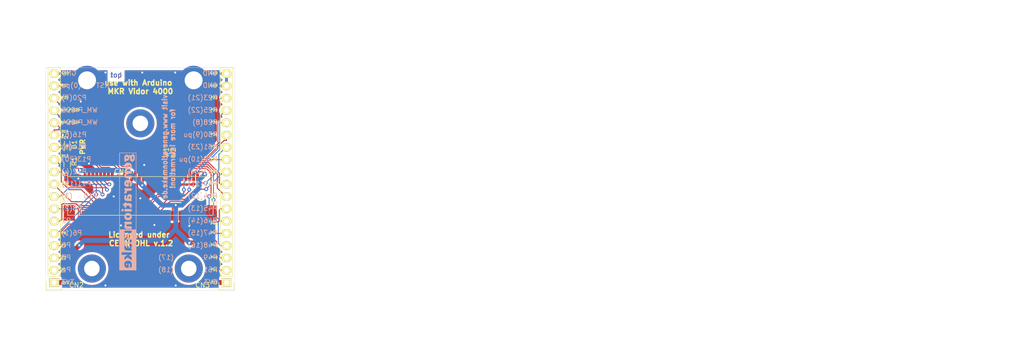
<source format=kicad_pcb>
(kicad_pcb (version 20171130) (host pcbnew 5.1.5-52549c5~84~ubuntu18.04.1)

  (general
    (thickness 1.6)
    (drawings 86)
    (tracks 422)
    (zones 0)
    (modules 14)
    (nets 37)
  )

  (page A4)
  (title_block
    (title VidorBreakout)
    (date 2020-02-05)
    (rev 1.0)
    (company generationmake)
  )

  (layers
    (0 F.Cu signal)
    (31 B.Cu signal)
    (32 B.Adhes user)
    (33 F.Adhes user)
    (34 B.Paste user)
    (35 F.Paste user)
    (36 B.SilkS user)
    (37 F.SilkS user)
    (38 B.Mask user)
    (39 F.Mask user)
    (40 Dwgs.User user)
    (41 Cmts.User user)
    (42 Eco1.User user)
    (43 Eco2.User user)
    (44 Edge.Cuts user)
    (45 Margin user)
    (46 B.CrtYd user)
    (47 F.CrtYd user)
    (48 B.Fab user)
    (49 F.Fab user)
  )

  (setup
    (last_trace_width 0.2)
    (user_trace_width 0.5)
    (user_trace_width 1)
    (trace_clearance 0.2)
    (zone_clearance 0.508)
    (zone_45_only no)
    (trace_min 0.2)
    (via_size 0.8)
    (via_drill 0.4)
    (via_min_size 0.4)
    (via_min_drill 0.3)
    (uvia_size 0.3)
    (uvia_drill 0.1)
    (uvias_allowed no)
    (uvia_min_size 0.2)
    (uvia_min_drill 0.1)
    (edge_width 0.05)
    (segment_width 0.2)
    (pcb_text_width 0.3)
    (pcb_text_size 1.5 1.5)
    (mod_edge_width 0.12)
    (mod_text_size 1 1)
    (mod_text_width 0.15)
    (pad_size 1.524 1.524)
    (pad_drill 0.762)
    (pad_to_mask_clearance 0.051)
    (solder_mask_min_width 0.25)
    (aux_axis_origin 0 0)
    (grid_origin 78 137)
    (visible_elements FFFDFF7F)
    (pcbplotparams
      (layerselection 0x010fc_ffffffff)
      (usegerberextensions false)
      (usegerberattributes false)
      (usegerberadvancedattributes false)
      (creategerberjobfile false)
      (excludeedgelayer true)
      (linewidth 0.100000)
      (plotframeref false)
      (viasonmask false)
      (mode 1)
      (useauxorigin false)
      (hpglpennumber 1)
      (hpglpenspeed 20)
      (hpglpendiameter 15.000000)
      (psnegative false)
      (psa4output false)
      (plotreference true)
      (plotvalue true)
      (plotinvisibletext false)
      (padsonsilk false)
      (subtractmaskfromsilk false)
      (outputformat 1)
      (mirror false)
      (drillshape 1)
      (scaleselection 1)
      (outputdirectory ""))
  )

  (net 0 "")
  (net 1 +3V3)
  (net 2 GND)
  (net 3 /PEX_RST)
  (net 4 /USB_DM)
  (net 5 /USB_DP)
  (net 6 "Net-(D1-Pad2)")
  (net 7 /PEX_PIN1)
  (net 8 /PEX_PIN3)
  (net 9 /PEX_PIN5)
  (net 10 /PEX_PIN6)
  (net 11 /PEX_PIN7)
  (net 12 /PEX_PIN8)
  (net 13 /PEX_PIN10)
  (net 14 /PEX_PIN11)
  (net 15 /PEX_PIN12)
  (net 16 /PEX_PIN13)
  (net 17 /PEX_PIN14)
  (net 18 /PEX_PIN16)
  (net 19 /WM_PIO24)
  (net 20 /WM_PIO25)
  (net 21 /PEX_PIN20)
  (net 22 /PEX_PIN23)
  (net 23 /PEX_PIN25)
  (net 24 /PEX_PIN28)
  (net 25 /PEX_PIN30)
  (net 26 /PEX_PIN31)
  (net 27 /PEX_PIN32)
  (net 28 /PEX_PIN33)
  (net 29 /PEX_PIN42)
  (net 30 /PEX_PIN44)
  (net 31 /PEX_PIN45)
  (net 32 /PEX_PIN46)
  (net 33 /PEX_PIN47)
  (net 34 /PEX_PIN48)
  (net 35 /PEX_PIN49)
  (net 36 /PEX_PIN51)

  (net_class Default "This is the default net class."
    (clearance 0.2)
    (trace_width 0.2)
    (via_dia 0.8)
    (via_drill 0.4)
    (uvia_dia 0.3)
    (uvia_drill 0.1)
    (add_net +3V3)
    (add_net /PEX_PIN1)
    (add_net /PEX_PIN10)
    (add_net /PEX_PIN11)
    (add_net /PEX_PIN12)
    (add_net /PEX_PIN13)
    (add_net /PEX_PIN14)
    (add_net /PEX_PIN16)
    (add_net /PEX_PIN20)
    (add_net /PEX_PIN23)
    (add_net /PEX_PIN25)
    (add_net /PEX_PIN28)
    (add_net /PEX_PIN3)
    (add_net /PEX_PIN30)
    (add_net /PEX_PIN31)
    (add_net /PEX_PIN32)
    (add_net /PEX_PIN33)
    (add_net /PEX_PIN42)
    (add_net /PEX_PIN44)
    (add_net /PEX_PIN45)
    (add_net /PEX_PIN46)
    (add_net /PEX_PIN47)
    (add_net /PEX_PIN48)
    (add_net /PEX_PIN49)
    (add_net /PEX_PIN5)
    (add_net /PEX_PIN51)
    (add_net /PEX_PIN6)
    (add_net /PEX_PIN7)
    (add_net /PEX_PIN8)
    (add_net /PEX_RST)
    (add_net /USB_DM)
    (add_net /USB_DP)
    (add_net /WM_PIO24)
    (add_net /WM_PIO25)
    (add_net GND)
    (add_net "Net-(D1-Pad2)")
  )

  (module labels:generationmake_logo (layer B.Cu) (tedit 0) (tstamp 5E5630E1)
    (at 97.685 133.19 270)
    (fp_text reference G*** (at 0 0 90) (layer B.SilkS) hide
      (effects (font (size 1.524 1.524) (thickness 0.3)) (justify mirror))
    )
    (fp_text value generationmake_logo (at 0.75 0 90) (layer B.SilkS) hide
      (effects (font (size 1.524 1.524) (thickness 0.3)) (justify mirror))
    )
    (fp_poly (pts (xy 12.192 3.5052) (xy -12.1158 3.5052) (xy -12.1158 6.9088) (xy -12.0142 6.9088)
      (xy -12.0142 3.6068) (xy 3.7338 3.6068) (xy 3.7338 5.969) (xy 3.9878 5.969)
      (xy 3.9878 4.4704) (xy 4.5212 4.4704) (xy 4.521341 4.89585) (xy 4.522962 5.045521)
      (xy 4.527349 5.184327) (xy 4.53394 5.301285) (xy 4.542174 5.38541) (xy 4.548001 5.416791)
      (xy 4.595009 5.510729) (xy 4.66912 5.568793) (xy 4.761257 5.584074) (xy 4.76702 5.583496)
      (xy 4.812854 5.572479) (xy 4.848406 5.547359) (xy 4.87511 5.502291) (xy 4.8944 5.431432)
      (xy 4.907713 5.328935) (xy 4.916481 5.188958) (xy 4.922141 5.005654) (xy 4.923347 4.94665)
      (xy 4.932358 4.4704) (xy 5.4356 4.4704) (xy 5.43611 4.80695) (xy 5.440268 5.039763)
      (xy 5.45268 5.225983) (xy 5.474423 5.36931) (xy 5.506576 5.473443) (xy 5.550217 5.54208)
      (xy 5.606424 5.578921) (xy 5.663772 5.588) (xy 5.723939 5.579327) (xy 5.771565 5.550154)
      (xy 5.807944 5.49575) (xy 5.834374 5.411384) (xy 5.852149 5.292324) (xy 5.862565 5.13384)
      (xy 5.866919 4.931201) (xy 5.867252 4.84505) (xy 5.8674 4.4704) (xy 6.3754 4.4704)
      (xy 6.3754 4.9149) (xy 6.668593 4.9149) (xy 6.688166 4.749207) (xy 6.744213 4.617508)
      (xy 6.835718 4.521162) (xy 6.961667 4.461531) (xy 7.016001 4.449182) (xy 7.141443 4.440247)
      (xy 7.272003 4.45185) (xy 7.388601 4.481065) (xy 7.462705 4.517715) (xy 7.52254 4.564857)
      (xy 7.567023 4.6075) (xy 7.568215 4.608915) (xy 7.603286 4.64175) (xy 7.631666 4.636988)
      (xy 7.663039 4.590268) (xy 7.678384 4.5593) (xy 7.720778 4.4704) (xy 8.107498 4.4704)
      (xy 8.4582 4.4704) (xy 8.9916 4.4704) (xy 8.992038 4.67995) (xy 8.993076 4.783395)
      (xy 8.998287 4.849057) (xy 9.01161 4.889953) (xy 9.036988 4.919099) (xy 9.072388 4.945341)
      (xy 9.152298 5.001182) (xy 9.315173 4.735791) (xy 9.478047 4.4704) (xy 9.768223 4.4704)
      (xy 9.882815 4.471734) (xy 9.976059 4.475356) (xy 10.037896 4.480703) (xy 10.0584 4.486708)
      (xy 10.045253 4.512135) (xy 10.008626 4.573349) (xy 9.952736 4.663551) (xy 9.8818 4.775944)
      (xy 9.800035 4.90373) (xy 9.790715 4.918195) (xy 9.617042 5.187562) (xy 10.21271 5.187562)
      (xy 10.229531 5.015928) (xy 10.248649 4.936367) (xy 10.322723 4.765347) (xy 10.432651 4.630301)
      (xy 10.578364 4.531283) (xy 10.759794 4.468347) (xy 10.862 4.45066) (xy 11.005043 4.442058)
      (xy 11.16279 4.447413) (xy 11.3153 4.465045) (xy 11.442633 4.493272) (xy 11.4681 4.501753)
      (xy 11.5697 4.538841) (xy 11.577162 4.720521) (xy 11.579162 4.822296) (xy 11.570158 4.88024)
      (xy 11.543166 4.901161) (xy 11.491203 4.891867) (xy 11.426751 4.867168) (xy 11.308822 4.832711)
      (xy 11.172792 4.813563) (xy 11.041315 4.811731) (xy 10.950914 4.825054) (xy 10.861399 4.865864)
      (xy 10.789727 4.928877) (xy 10.748971 5.000967) (xy 10.7442 5.032626) (xy 10.747113 5.049494)
      (xy 10.760429 5.06181) (xy 10.791013 5.070285) (xy 10.845729 5.075629) (xy 10.931442 5.078556)
      (xy 11.055017 5.079775) (xy 11.2014 5.08) (xy 11.6586 5.08) (xy 11.6586 5.282686)
      (xy 11.641645 5.488064) (xy 11.590117 5.657282) (xy 11.50302 5.792305) (xy 11.37936 5.895092)
      (xy 11.335427 5.91971) (xy 11.270467 5.949348) (xy 11.206616 5.967856) (xy 11.128867 5.977713)
      (xy 11.022213 5.981396) (xy 10.9601 5.9817) (xy 10.784711 5.97407) (xy 10.646349 5.948501)
      (xy 10.533184 5.900978) (xy 10.433387 5.827485) (xy 10.394264 5.789611) (xy 10.315984 5.677749)
      (xy 10.258153 5.531461) (xy 10.22299 5.363736) (xy 10.21271 5.187562) (xy 9.617042 5.187562)
      (xy 9.52303 5.333374) (xy 9.776819 5.644837) (xy 10.030607 5.9563) (xy 9.746053 5.963686)
      (xy 9.646139 5.967328) (xy 9.57109 5.969027) (xy 9.513326 5.963889) (xy 9.465271 5.947019)
      (xy 9.419346 5.913523) (xy 9.367972 5.858506) (xy 9.303573 5.777072) (xy 9.218569 5.664328)
      (xy 9.157517 5.583552) (xy 8.970703 5.337804) (xy 8.974801 5.939152) (xy 8.9789 6.5405)
      (xy 8.4582 6.554978) (xy 8.4582 4.4704) (xy 8.107498 4.4704) (xy 8.096878 5.03555)
      (xy 8.092441 5.23274) (xy 8.087109 5.385728) (xy 8.080366 5.501114) (xy 8.071694 5.585494)
      (xy 8.060577 5.645468) (xy 8.046496 5.687632) (xy 8.045609 5.6896) (xy 7.970718 5.813453)
      (xy 7.871994 5.903201) (xy 7.743795 5.961662) (xy 7.580481 5.991656) (xy 7.429998 5.997151)
      (xy 7.236569 5.984645) (xy 7.053092 5.952808) (xy 6.89893 5.905032) (xy 6.895006 5.903407)
      (xy 6.809813 5.867811) (xy 6.874039 5.721556) (xy 6.910801 5.64157) (xy 6.94189 5.580472)
      (xy 6.958296 5.554506) (xy 6.990564 5.5514) (xy 7.057523 5.562219) (xy 7.145729 5.584657)
      (xy 7.161496 5.589348) (xy 7.303268 5.622841) (xy 7.410238 5.624879) (xy 7.48817 5.594585)
      (xy 7.542598 5.531491) (xy 7.565064 5.479849) (xy 7.566307 5.449649) (xy 7.566127 5.449461)
      (xy 7.53618 5.441068) (xy 7.467276 5.430167) (xy 7.371086 5.418443) (xy 7.303255 5.411536)
      (xy 7.093358 5.380123) (xy 6.928466 5.328722) (xy 6.806099 5.255392) (xy 6.723776 5.15819)
      (xy 6.679015 5.035176) (xy 6.668593 4.9149) (xy 6.3754 4.9149) (xy 6.3754 5.024676)
      (xy 6.374168 5.241092) (xy 6.369614 5.413453) (xy 6.360451 5.548464) (xy 6.345393 5.652829)
      (xy 6.323153 5.733253) (xy 6.292443 5.796441) (xy 6.251976 5.849096) (xy 6.209244 5.89032)
      (xy 6.098898 5.956092) (xy 5.962428 5.990772) (xy 5.813979 5.994237) (xy 5.667698 5.966362)
      (xy 5.537729 5.907024) (xy 5.52185 5.896346) (xy 5.446085 5.845182) (xy 5.398237 5.822366)
      (xy 5.365854 5.825405) (xy 5.336485 5.851807) (xy 5.331119 5.858171) (xy 5.24998 5.921895)
      (xy 5.137905 5.964716) (xy 5.007055 5.986849) (xy 4.869591 5.988507) (xy 4.737674 5.969903)
      (xy 4.623464 5.931252) (xy 4.539121 5.872768) (xy 4.516465 5.843858) (xy 4.482386 5.800503)
      (xy 4.456116 5.801091) (xy 4.430814 5.848181) (xy 4.4196 5.8801) (xy 4.39026 5.969)
      (xy 3.9878 5.969) (xy 3.7338 5.969) (xy 3.7338 6.9088) (xy -12.0142 6.9088)
      (xy -12.1158 6.9088) (xy -12.1158 7.0358) (xy 12.192 7.0358) (xy 12.192 3.5052)) (layer B.SilkS) (width 0.01))
    (fp_poly (pts (xy -10.96604 5.98751) (xy -10.801505 5.982049) (xy -10.76325 5.980673) (xy -10.2616 5.962524)
      (xy -10.2616 5.842828) (xy -10.264009 5.769504) (xy -10.278972 5.729519) (xy -10.318097 5.705418)
      (xy -10.363582 5.689475) (xy -10.427574 5.6641) (xy -10.452302 5.638364) (xy -10.44865 5.602859)
      (xy -10.432467 5.485442) (xy -10.447504 5.354234) (xy -10.490871 5.233088) (xy -10.494244 5.226781)
      (xy -10.582749 5.117626) (xy -10.713261 5.036252) (xy -10.885015 4.983027) (xy -11.043193 4.961589)
      (xy -11.147279 4.952108) (xy -11.210298 4.941446) (xy -11.241952 4.926692) (xy -11.251945 4.904937)
      (xy -11.2522 4.89892) (xy -11.24709 4.873052) (xy -11.226699 4.85423) (xy -11.183438 4.840711)
      (xy -11.109716 4.830751) (xy -10.997946 4.822607) (xy -10.8966 4.817229) (xy -10.762715 4.806103)
      (xy -10.643251 4.787848) (xy -10.55535 4.765166) (xy -10.547674 4.76225) (xy -10.418083 4.687428)
      (xy -10.330214 4.586074) (xy -10.285559 4.462671) (xy -10.28561 4.321705) (xy -10.33186 4.167662)
      (xy -10.342313 4.144875) (xy -10.423946 4.031703) (xy -10.547797 3.939996) (xy -10.709209 3.871641)
      (xy -10.903525 3.828524) (xy -11.126088 3.812531) (xy -11.162751 3.8126) (xy -11.275534 3.815948)
      (xy -11.377441 3.822617) (xy -11.451545 3.831376) (xy -11.4681 3.83479) (xy -11.626253 3.891794)
      (xy -11.739301 3.970661) (xy -11.808692 4.072917) (xy -11.835872 4.200086) (xy -11.8364 4.223039)
      (xy -11.83219 4.241331) (xy -11.395921 4.241331) (xy -11.364922 4.191746) (xy -11.289136 4.152196)
      (xy -11.165859 4.120556) (xy -11.148915 4.1174) (xy -11.118126 4.12025) (xy -11.052809 4.130286)
      (xy -10.983815 4.142334) (xy -10.883678 4.169712) (xy -10.79806 4.209416) (xy -10.739092 4.254449)
      (xy -10.7188 4.295214) (xy -10.743285 4.340308) (xy -10.81437 4.375776) (xy -10.928499 4.400065)
      (xy -10.969653 4.404846) (xy -11.132001 4.410265) (xy -11.258823 4.391902) (xy -11.34629 4.350695)
      (xy -11.384834 4.303079) (xy -11.395921 4.241331) (xy -11.83219 4.241331) (xy -11.815217 4.315059)
      (xy -11.760362 4.409006) (xy -11.684878 4.48685) (xy -11.617411 4.525776) (xy -11.552071 4.555778)
      (xy -11.535309 4.583461) (xy -11.565349 4.613217) (xy -11.578917 4.620936) (xy -11.621888 4.661702)
      (xy -11.658198 4.72343) (xy -11.673537 4.819964) (xy -11.640605 4.910356) (xy -11.561929 4.987778)
      (xy -11.559906 4.989148) (xy -11.487625 5.037727) (xy -11.583174 5.128714) (xy -11.676207 5.248714)
      (xy -11.721987 5.38689) (xy -11.721182 5.487263) (xy -11.2268 5.487263) (xy -11.212174 5.372186)
      (xy -11.169567 5.295468) (xy -11.100889 5.25998) (xy -11.0744 5.2578) (xy -10.996491 5.28017)
      (xy -10.961541 5.314252) (xy -10.929685 5.394149) (xy -10.923449 5.491869) (xy -10.940574 5.589)
      (xy -10.978798 5.667125) (xy -11.008353 5.695562) (xy -11.075966 5.716323) (xy -11.13922 5.693911)
      (xy -11.190244 5.635829) (xy -11.221168 5.549582) (xy -11.2268 5.487263) (xy -11.721182 5.487263)
      (xy -11.720726 5.543969) (xy -11.714068 5.581563) (xy -11.664481 5.729886) (xy -11.581727 5.841718)
      (xy -11.46112 5.922632) (xy -11.40868 5.944836) (xy -11.356426 5.963335) (xy -11.307114 5.976637)
      (xy -11.252082 5.985225) (xy -11.182666 5.989579) (xy -11.090207 5.990181) (xy -10.96604 5.98751)) (layer B.SilkS) (width 0.01))
    (fp_poly (pts (xy -9.274063 5.989342) (xy -9.084016 5.963282) (xy -8.930561 5.907276) (xy -8.81084 5.818238)
      (xy -8.721992 5.693082) (xy -8.661158 5.52872) (xy -8.625478 5.322067) (xy -8.62197 5.285531)
      (xy -8.604041 5.08) (xy -9.077221 5.08) (xy -9.243215 5.079715) (xy -9.365161 5.078407)
      (xy -9.449808 5.075402) (xy -9.503905 5.070024) (xy -9.534203 5.061596) (xy -9.547452 5.049443)
      (xy -9.5504 5.03289) (xy -9.5504 5.032626) (xy -9.528165 4.962406) (xy -9.47041 4.892985)
      (xy -9.390566 4.838752) (xy -9.356545 4.824893) (xy -9.257703 4.808692) (xy -9.130341 4.810919)
      (xy -8.992674 4.830084) (xy -8.862915 4.864699) (xy -8.860846 4.865425) (xy -8.791588 4.888099)
      (xy -8.742383 4.901041) (xy -8.733294 4.9022) (xy -8.722883 4.878971) (xy -8.717095 4.81772)
      (xy -8.717031 4.731104) (xy -8.717438 4.720158) (xy -8.7249 4.538116) (xy -8.8519 4.493527)
      (xy -8.971386 4.465553) (xy -9.12192 4.450395) (xy -9.285394 4.44805) (xy -9.443698 4.458516)
      (xy -9.578726 4.481794) (xy -9.618964 4.493586) (xy -9.783387 4.571653) (xy -9.910328 4.681916)
      (xy -10.001149 4.826268) (xy -10.057215 5.006602) (xy -10.074034 5.125029) (xy -10.075024 5.346479)
      (xy -10.05771 5.431369) (xy -9.541668 5.431369) (xy -9.522075 5.419418) (xy -9.47317 5.412968)
      (xy -9.386481 5.410462) (xy -9.3218 5.4102) (xy -9.211472 5.411238) (xy -9.143449 5.415389)
      (xy -9.109261 5.42421) (xy -9.100437 5.439257) (xy -9.103183 5.450378) (xy -9.116889 5.498769)
      (xy -9.1186 5.513878) (xy -9.141235 5.56352) (xy -9.198401 5.607066) (xy -9.27399 5.634375)
      (xy -9.317011 5.6388) (xy -9.393844 5.625192) (xy -9.464674 5.590971) (xy -9.513139 5.546043)
      (xy -9.525 5.512888) (xy -9.53334 5.471332) (xy -9.540418 5.450378) (xy -9.541668 5.431369)
      (xy -10.05771 5.431369) (xy -10.035721 5.539176) (xy -9.958254 5.700822) (xy -9.844753 5.829115)
      (xy -9.697345 5.921756) (xy -9.51816 5.976443) (xy -9.309328 5.990877) (xy -9.274063 5.989342)) (layer B.SilkS) (width 0.01))
    (fp_poly (pts (xy -5.678675 5.989781) (xy -5.516253 5.956875) (xy -5.482669 5.945217) (xy -5.339971 5.874415)
      (xy -5.232409 5.780022) (xy -5.156472 5.656359) (xy -5.108646 5.497746) (xy -5.085692 5.303409)
      (xy -5.072954 5.08) (xy -5.546377 5.08) (xy -5.695143 5.079227) (xy -5.824745 5.077074)
      (xy -5.927304 5.073794) (xy -5.994946 5.069642) (xy -6.019794 5.064871) (xy -6.0198 5.064789)
      (xy -6.009876 5.03388) (xy -5.985428 4.977298) (xy -5.979744 4.965164) (xy -5.912227 4.879887)
      (xy -5.807146 4.827409) (xy -5.666261 4.808369) (xy -5.562711 4.813531) (xy -5.460574 4.828526)
      (xy -5.365714 4.849376) (xy -5.311849 4.866622) (xy -5.249 4.890257) (xy -5.20628 4.901935)
      (xy -5.202786 4.9022) (xy -5.192378 4.878958) (xy -5.186545 4.81762) (xy -5.186378 4.730771)
      (xy -5.186838 4.71805) (xy -5.1943 4.5339) (xy -5.3213 4.490562) (xy -5.444943 4.462479)
      (xy -5.598344 4.44811) (xy -5.762476 4.447426) (xy -5.91831 4.4604) (xy -6.046816 4.487003)
      (xy -6.06115 4.491677) (xy -6.193124 4.545285) (xy -6.289759 4.605921) (xy -6.366419 4.68377)
      (xy -6.382579 4.704828) (xy -6.468573 4.861437) (xy -6.519213 5.04269) (xy -6.534399 5.236657)
      (xy -6.516251 5.4102) (xy -5.999908 5.4102) (xy -5.781254 5.4102) (xy -5.67513 5.411254)
      (xy -5.610021 5.415826) (xy -5.576162 5.426031) (xy -5.563788 5.443985) (xy -5.5626 5.457575)
      (xy -5.577713 5.509927) (xy -5.614176 5.570507) (xy -5.615244 5.571875) (xy -5.686103 5.626255)
      (xy -5.771842 5.64224) (xy -5.858566 5.623294) (xy -5.932378 5.572885) (xy -5.979381 5.494479)
      (xy -5.983371 5.48005) (xy -5.999908 5.4102) (xy -6.516251 5.4102) (xy -6.514033 5.431408)
      (xy -6.458016 5.615013) (xy -6.39114 5.740364) (xy -6.298933 5.837097) (xy -6.170483 5.912908)
      (xy -6.01689 5.965294) (xy -5.849253 5.991753) (xy -5.678675 5.989781)) (layer B.SilkS) (width 0.01))
    (fp_poly (pts (xy -2.559414 5.9727) (xy -2.423059 5.935326) (xy -2.318651 5.874135) (xy -2.238072 5.785267)
      (xy -2.21012 5.740081) (xy -2.189555 5.701655) (xy -2.173842 5.664472) (xy -2.162209 5.621118)
      (xy -2.153886 5.564178) (xy -2.148103 5.486239) (xy -2.14409 5.379888) (xy -2.141075 5.23771)
      (xy -2.13829 5.052291) (xy -2.138234 5.04825) (xy -2.130167 4.4704) (xy -2.319302 4.4704)
      (xy -2.416208 4.471278) (xy -2.474911 4.476827) (xy -2.508006 4.491423) (xy -2.528091 4.519441)
      (xy -2.540226 4.547145) (xy -2.57355 4.613762) (xy -2.606466 4.634085) (xy -2.651151 4.61104)
      (xy -2.684295 4.581747) (xy -2.756357 4.525709) (xy -2.833493 4.481538) (xy -2.837635 4.479733)
      (xy -2.925677 4.457388) (xy -3.040796 4.447635) (xy -3.161789 4.450423) (xy -3.267454 4.465702)
      (xy -3.3147 4.480856) (xy -3.428386 4.554625) (xy -3.505342 4.659902) (xy -3.547019 4.799363)
      (xy -3.556 4.925498) (xy -3.551531 4.958765) (xy -3.022212 4.958765) (xy -3.00348 4.870104)
      (xy -2.95256 4.817732) (xy -2.875585 4.804589) (xy -2.778685 4.833613) (xy -2.770093 4.837929)
      (xy -2.705342 4.896359) (xy -2.659222 4.985696) (xy -2.641601 5.086808) (xy -2.6416 5.087022)
      (xy -2.647095 5.116487) (xy -2.67201 5.129044) (xy -2.728992 5.128538) (xy -2.767157 5.125199)
      (xy -2.892565 5.100103) (xy -2.97749 5.054007) (xy -3.018693 4.989025) (xy -3.022212 4.958765)
      (xy -3.551531 4.958765) (xy -3.536164 5.073134) (xy -3.474574 5.194117) (xy -3.377361 5.288061)
      (xy -3.292853 5.332595) (xy -3.175889 5.370967) (xy -3.044793 5.398403) (xy -2.917888 5.410129)
      (xy -2.9083 5.410246) (xy -2.781064 5.417643) (xy -2.701279 5.439163) (xy -2.667238 5.476121)
      (xy -2.677233 5.529833) (xy -2.702294 5.568863) (xy -2.766157 5.615832) (xy -2.862929 5.629818)
      (xy -2.995014 5.610953) (xy -3.074695 5.58935) (xy -3.163134 5.563964) (xy -3.230535 5.547393)
      (xy -3.26427 5.542684) (xy -3.265736 5.543269) (xy -3.27997 5.569509) (xy -3.308137 5.629029)
      (xy -3.341244 5.702449) (xy -3.376083 5.784697) (xy -3.390619 5.833802) (xy -3.386571 5.8624)
      (xy -3.365821 5.883007) (xy -3.287923 5.920814) (xy -3.172534 5.952656) (xy -3.032826 5.976294)
      (xy -2.881971 5.989487) (xy -2.735834 5.990119) (xy -2.559414 5.9727)) (layer B.SilkS) (width 0.01))
    (fp_poly (pts (xy -1.1684 5.969) (xy -0.7874 5.969) (xy -0.7874 5.588) (xy -1.1684 5.588)
      (xy -1.1684 5.261737) (xy -1.166134 5.100813) (xy -1.155778 4.984981) (xy -1.131995 4.90861)
      (xy -1.089449 4.866066) (xy -1.022803 4.851718) (xy -0.926721 4.859932) (xy -0.808926 4.882325)
      (xy -0.789534 4.872547) (xy -0.776787 4.828645) (xy -0.768963 4.743416) (xy -0.767293 4.708098)
      (xy -0.759886 4.526696) (xy -0.879768 4.485848) (xy -1.02069 4.453714) (xy -1.174934 4.444272)
      (xy -1.324037 4.457016) (xy -1.449537 4.491438) (xy -1.472697 4.50215) (xy -1.543255 4.543782)
      (xy -1.596874 4.592052) (xy -1.636049 4.654421) (xy -1.663278 4.738352) (xy -1.681056 4.851307)
      (xy -1.691879 5.00075) (xy -1.697798 5.175115) (xy -1.707765 5.588) (xy -1.793683 5.588)
      (xy -1.84755 5.590913) (xy -1.872296 5.609126) (xy -1.879227 5.656853) (xy -1.879545 5.69595)
      (xy -1.875643 5.761933) (xy -1.85668 5.806764) (xy -1.811646 5.848299) (xy -1.765993 5.8801)
      (xy -1.69071 5.940443) (xy -1.63458 6.013555) (xy -1.584438 6.11505) (xy -1.51638 6.2738)
      (xy -1.1684 6.2738) (xy -1.1684 5.969)) (layer B.SilkS) (width 0.01))
    (fp_poly (pts (xy 1.238274 5.98345) (xy 1.415471 5.93772) (xy 1.563872 5.850915) (xy 1.685039 5.722253)
      (xy 1.739677 5.635132) (xy 1.777896 5.557496) (xy 1.801845 5.4838) (xy 1.815673 5.396048)
      (xy 1.823533 5.276242) (xy 1.823783 5.2705) (xy 1.817774 5.062203) (xy 1.778759 4.88776)
      (xy 1.704607 4.740686) (xy 1.614848 4.634753) (xy 1.486523 4.542716) (xy 1.328195 4.479487)
      (xy 1.153171 4.447321) (xy 0.974757 4.448477) (xy 0.806258 4.485211) (xy 0.783231 4.493706)
      (xy 0.648436 4.557175) (xy 0.549723 4.632996) (xy 0.472381 4.734349) (xy 0.432576 4.807874)
      (xy 0.361973 5.005663) (xy 0.335274 5.215275) (xy 0.335984 5.223946) (xy 0.8763 5.223946)
      (xy 0.877164 5.102882) (xy 0.881178 5.021097) (xy 0.890474 4.967081) (xy 0.907186 4.929322)
      (xy 0.933444 4.89631) (xy 0.937877 4.891547) (xy 1.016765 4.838472) (xy 1.105283 4.8263)
      (xy 1.187903 4.855601) (xy 1.217894 4.881251) (xy 1.259549 4.943947) (xy 1.284519 5.029561)
      (xy 1.294409 5.147102) (xy 1.291424 5.294081) (xy 1.283338 5.399594) (xy 1.269231 5.469506)
      (xy 1.244886 5.518985) (xy 1.220709 5.548293) (xy 1.140828 5.602327) (xy 1.052615 5.607608)
      (xy 0.96231 5.564052) (xy 0.947566 5.5521) (xy 0.915785 5.522648) (xy 0.89521 5.492528)
      (xy 0.883407 5.450531) (xy 0.877941 5.385449) (xy 0.876378 5.286076) (xy 0.8763 5.223946)
      (xy 0.335984 5.223946) (xy 0.352474 5.425091) (xy 0.413572 5.623493) (xy 0.432776 5.6642)
      (xy 0.524848 5.791398) (xy 0.656001 5.889111) (xy 0.822614 5.955373) (xy 1.021067 5.98822)
      (xy 1.030716 5.988882) (xy 1.238274 5.98345)) (layer B.SilkS) (width 0.01))
    (fp_poly (pts (xy -7.254624 5.981418) (xy -7.117926 5.942535) (xy -7.010543 5.880555) (xy -6.979619 5.851008)
      (xy -6.939302 5.800723) (xy -6.907856 5.746857) (xy -6.884043 5.682307) (xy -6.866626 5.599972)
      (xy -6.854368 5.492749) (xy -6.846032 5.353534) (xy -6.84038 5.175226) (xy -6.837569 5.03555)
      (xy -6.827702 4.4704) (xy -7.362187 4.4704) (xy -7.370444 4.975792) (xy -7.373704 5.150411)
      (xy -7.37748 5.281485) (xy -7.382507 5.376267) (xy -7.38952 5.442011) (xy -7.399254 5.485971)
      (xy -7.412444 5.515401) (xy -7.427087 5.534592) (xy -7.496781 5.577583) (xy -7.583185 5.586706)
      (xy -7.664841 5.56162) (xy -7.694551 5.53885) (xy -7.73079 5.491434) (xy -7.757972 5.426876)
      (xy -7.777172 5.338333) (xy -7.789468 5.218963) (xy -7.795934 5.061923) (xy -7.797659 4.88315)
      (xy -7.7978 4.4704) (xy -8.3312 4.4704) (xy -8.3312 5.971055) (xy -8.123695 5.963678)
      (xy -8.021385 5.959338) (xy -7.958364 5.952506) (xy -7.923149 5.939046) (xy -7.904255 5.914821)
      (xy -7.891618 5.8801) (xy -7.872175 5.824226) (xy -7.85924 5.794783) (xy -7.859038 5.794532)
      (xy -7.837174 5.804279) (xy -7.789371 5.839305) (xy -7.747089 5.874132) (xy -7.672007 5.928775)
      (xy -7.597165 5.968335) (xy -7.5649 5.978751) (xy -7.407872 5.994419) (xy -7.254624 5.981418)) (layer B.SilkS) (width 0.01))
    (fp_poly (pts (xy -3.717482 5.838275) (xy -3.726464 5.738176) (xy -3.732391 5.644982) (xy -3.7338 5.596975)
      (xy -3.7338 5.5118) (xy -3.876012 5.5118) (xy -4.02023 5.496761) (xy -4.132376 5.45337)
      (xy -4.206433 5.384222) (xy -4.217653 5.364526) (xy -4.233835 5.303343) (xy -4.246892 5.19283)
      (xy -4.256696 5.03437) (xy -4.261883 4.88315) (xy -4.272421 4.4704) (xy -4.7752 4.4704)
      (xy -4.7752 5.969) (xy -4.375403 5.969) (xy -4.3434 5.8547) (xy -4.315838 5.77527)
      (xy -4.289507 5.744369) (xy -4.261265 5.759915) (xy -4.243294 5.788409) (xy -4.20827 5.828976)
      (xy -4.146003 5.881465) (xy -4.098346 5.915409) (xy -4.009751 5.966078) (xy -3.927813 5.98942)
      (xy -3.840127 5.9944) (xy -3.701164 5.9944) (xy -3.717482 5.838275)) (layer B.SilkS) (width 0.01))
    (fp_poly (pts (xy 0.0254 4.4704) (xy -0.508 4.4704) (xy -0.508 5.969) (xy 0.0254 5.969)
      (xy 0.0254 4.4704)) (layer B.SilkS) (width 0.01))
    (fp_poly (pts (xy 3.268139 5.974369) (xy 3.403799 5.913487) (xy 3.511815 5.810573) (xy 3.564449 5.7277)
      (xy 3.582005 5.691051) (xy 3.595508 5.650981) (xy 3.605639 5.600172) (xy 3.613078 5.531303)
      (xy 3.618507 5.437054) (xy 3.622607 5.310104) (xy 3.626058 5.143133) (xy 3.627658 5.04825)
      (xy 3.637024 4.4704) (xy 3.102613 4.4704) (xy 3.094356 4.975792) (xy 3.091096 5.150411)
      (xy 3.08732 5.281485) (xy 3.082293 5.376267) (xy 3.07528 5.442011) (xy 3.065546 5.485971)
      (xy 3.052356 5.515401) (xy 3.037713 5.534592) (xy 2.971855 5.575524) (xy 2.889157 5.587309)
      (xy 2.812134 5.56877) (xy 2.782947 5.54792) (xy 2.747963 5.508868) (xy 2.721717 5.466088)
      (xy 2.702766 5.411629) (xy 2.689662 5.337542) (xy 2.680962 5.23588) (xy 2.67522 5.098692)
      (xy 2.6713 4.93395) (xy 2.662155 4.4704) (xy 2.1336 4.4704) (xy 2.1336 5.971055)
      (xy 2.341105 5.963678) (xy 2.443415 5.959338) (xy 2.506436 5.952506) (xy 2.541651 5.939046)
      (xy 2.560545 5.914821) (xy 2.573182 5.8801) (xy 2.592625 5.824226) (xy 2.60556 5.794783)
      (xy 2.605762 5.794532) (xy 2.627626 5.804279) (xy 2.675429 5.839305) (xy 2.717711 5.874132)
      (xy 2.802902 5.936436) (xy 2.890808 5.973641) (xy 2.998513 5.991081) (xy 3.10279 5.9944)
      (xy 3.268139 5.974369)) (layer B.SilkS) (width 0.01))
    (fp_poly (pts (xy -0.148025 6.577706) (xy -0.056702 6.547583) (xy -0.000879 6.494188) (xy 0.026232 6.415068)
      (xy 0.02478 6.326301) (xy -0.005082 6.243965) (xy -0.060106 6.186043) (xy -0.151789 6.148982)
      (xy -0.259191 6.134009) (xy -0.321751 6.138826) (xy -0.411818 6.178742) (xy -0.474071 6.248955)
      (xy -0.504218 6.336396) (xy -0.497969 6.427994) (xy -0.451033 6.510679) (xy -0.445655 6.516255)
      (xy -0.366457 6.563639) (xy -0.261187 6.584611) (xy -0.148025 6.577706)) (layer B.SilkS) (width 0.01))
    (fp_poly (pts (xy 7.544203 5.1258) (xy 7.56532 5.100453) (xy 7.5692 5.043317) (xy 7.550111 4.953016)
      (xy 7.500289 4.879116) (xy 7.430903 4.828248) (xy 7.35312 4.807047) (xy 7.278106 4.822146)
      (xy 7.241645 4.848755) (xy 7.203144 4.895598) (xy 7.1882 4.92927) (xy 7.211624 4.999885)
      (xy 7.274 5.062113) (xy 7.363483 5.108101) (xy 7.468226 5.129997) (xy 7.492184 5.1308)
      (xy 7.544203 5.1258)) (layer B.SilkS) (width 0.01))
    (fp_poly (pts (xy 11.083183 5.605306) (xy 11.15067 5.540309) (xy 11.182816 5.46735) (xy 11.18723 5.440321)
      (xy 11.178418 5.423524) (xy 11.147223 5.414527) (xy 11.084488 5.410897) (xy 10.981056 5.410202)
      (xy 10.967704 5.4102) (xy 10.858833 5.411272) (xy 10.7922 5.415556) (xy 10.759265 5.42466)
      (xy 10.751491 5.44019) (xy 10.754182 5.450378) (xy 10.767868 5.498122) (xy 10.7696 5.512888)
      (xy 10.786463 5.544584) (xy 10.825189 5.587011) (xy 10.907161 5.633101) (xy 10.997586 5.637718)
      (xy 11.083183 5.605306)) (layer B.SilkS) (width 0.01))
  )

  (module labels:generationmake_small_solder (layer F.Cu) (tedit 0) (tstamp 5E562E4F)
    (at 94.9 146.3)
    (fp_text reference G*** (at 0 0) (layer F.SilkS) hide
      (effects (font (size 1.524 1.524) (thickness 0.3)))
    )
    (fp_text value generationmake_small_solder (at 0.75 0) (layer F.SilkS) hide
      (effects (font (size 1.524 1.524) (thickness 0.3)))
    )
    (fp_poly (pts (xy 6.096 -1.7526) (xy -6.0579 -1.7526) (xy -6.0579 -3.4544) (xy -6.0071 -3.4544)
      (xy -6.0071 -1.8034) (xy 1.8669 -1.8034) (xy 1.8669 -2.9845) (xy 1.9939 -2.9845)
      (xy 1.9939 -2.2352) (xy 2.2606 -2.2352) (xy 2.26067 -2.447925) (xy 2.261481 -2.522761)
      (xy 2.263674 -2.592164) (xy 2.26697 -2.650643) (xy 2.271087 -2.692705) (xy 2.274 -2.708396)
      (xy 2.297504 -2.755365) (xy 2.33456 -2.784397) (xy 2.380628 -2.792037) (xy 2.38351 -2.791748)
      (xy 2.406427 -2.78624) (xy 2.424203 -2.77368) (xy 2.437555 -2.751146) (xy 2.4472 -2.715716)
      (xy 2.453856 -2.664468) (xy 2.45824 -2.594479) (xy 2.46107 -2.502827) (xy 2.461673 -2.473325)
      (xy 2.466179 -2.2352) (xy 2.7178 -2.2352) (xy 2.718055 -2.403475) (xy 2.720134 -2.519882)
      (xy 2.72634 -2.612992) (xy 2.737211 -2.684655) (xy 2.753288 -2.736722) (xy 2.775108 -2.77104)
      (xy 2.803212 -2.789461) (xy 2.831886 -2.794) (xy 2.861969 -2.789664) (xy 2.885782 -2.775077)
      (xy 2.903972 -2.747875) (xy 2.917187 -2.705692) (xy 2.926074 -2.646162) (xy 2.931282 -2.56692)
      (xy 2.933459 -2.465601) (xy 2.933626 -2.422525) (xy 2.9337 -2.2352) (xy 3.1877 -2.2352)
      (xy 3.1877 -2.45745) (xy 3.334296 -2.45745) (xy 3.344083 -2.374604) (xy 3.372106 -2.308754)
      (xy 3.417859 -2.260581) (xy 3.480833 -2.230766) (xy 3.508 -2.224591) (xy 3.570721 -2.220124)
      (xy 3.636001 -2.225925) (xy 3.6943 -2.240533) (xy 3.731352 -2.258858) (xy 3.76127 -2.282429)
      (xy 3.783511 -2.30375) (xy 3.784107 -2.304458) (xy 3.801643 -2.320875) (xy 3.815833 -2.318494)
      (xy 3.831519 -2.295134) (xy 3.839192 -2.27965) (xy 3.860389 -2.2352) (xy 4.053749 -2.2352)
      (xy 4.2291 -2.2352) (xy 4.4958 -2.2352) (xy 4.496019 -2.339975) (xy 4.496538 -2.391698)
      (xy 4.499143 -2.424529) (xy 4.505805 -2.444977) (xy 4.518494 -2.45955) (xy 4.536194 -2.472671)
      (xy 4.576149 -2.500591) (xy 4.657586 -2.367896) (xy 4.739023 -2.2352) (xy 4.884111 -2.2352)
      (xy 4.941407 -2.235867) (xy 4.988029 -2.237678) (xy 5.018948 -2.240352) (xy 5.0292 -2.243354)
      (xy 5.022626 -2.256068) (xy 5.004313 -2.286675) (xy 4.976368 -2.331776) (xy 4.9409 -2.387972)
      (xy 4.900017 -2.451865) (xy 4.895357 -2.459098) (xy 4.808521 -2.593781) (xy 5.106355 -2.593781)
      (xy 5.114765 -2.507964) (xy 5.124324 -2.468184) (xy 5.161361 -2.382674) (xy 5.216325 -2.315151)
      (xy 5.289182 -2.265642) (xy 5.379897 -2.234174) (xy 5.431 -2.22533) (xy 5.502521 -2.221029)
      (xy 5.581395 -2.223707) (xy 5.65765 -2.232523) (xy 5.721316 -2.246636) (xy 5.73405 -2.250877)
      (xy 5.78485 -2.269421) (xy 5.788581 -2.360261) (xy 5.789581 -2.411148) (xy 5.785079 -2.44012)
      (xy 5.771583 -2.450581) (xy 5.745601 -2.445934) (xy 5.713375 -2.433584) (xy 5.654411 -2.416356)
      (xy 5.586396 -2.406782) (xy 5.520657 -2.405866) (xy 5.475457 -2.412527) (xy 5.430699 -2.432932)
      (xy 5.394863 -2.464439) (xy 5.374485 -2.500484) (xy 5.3721 -2.516313) (xy 5.373556 -2.524747)
      (xy 5.380214 -2.530905) (xy 5.395506 -2.535143) (xy 5.422864 -2.537815) (xy 5.465721 -2.539278)
      (xy 5.527508 -2.539888) (xy 5.6007 -2.54) (xy 5.8293 -2.54) (xy 5.8293 -2.641343)
      (xy 5.820822 -2.744032) (xy 5.795058 -2.828641) (xy 5.75151 -2.896153) (xy 5.68968 -2.947546)
      (xy 5.667713 -2.959855) (xy 5.635233 -2.974674) (xy 5.603308 -2.983928) (xy 5.564433 -2.988857)
      (xy 5.511106 -2.990698) (xy 5.48005 -2.99085) (xy 5.392355 -2.987035) (xy 5.323174 -2.974251)
      (xy 5.266592 -2.950489) (xy 5.216693 -2.913743) (xy 5.197132 -2.894806) (xy 5.157992 -2.838875)
      (xy 5.129076 -2.765731) (xy 5.111495 -2.681868) (xy 5.106355 -2.593781) (xy 4.808521 -2.593781)
      (xy 4.761515 -2.666687) (xy 4.888409 -2.822419) (xy 5.015303 -2.97815) (xy 4.873026 -2.981843)
      (xy 4.823069 -2.983664) (xy 4.785545 -2.984514) (xy 4.756663 -2.981945) (xy 4.732635 -2.97351)
      (xy 4.709673 -2.956762) (xy 4.683986 -2.929253) (xy 4.651786 -2.888536) (xy 4.609284 -2.832164)
      (xy 4.578758 -2.791776) (xy 4.485351 -2.668902) (xy 4.4874 -2.969576) (xy 4.48945 -3.27025)
      (xy 4.359275 -3.27387) (xy 4.2291 -3.277489) (xy 4.2291 -2.2352) (xy 4.053749 -2.2352)
      (xy 4.048439 -2.517775) (xy 4.04622 -2.61637) (xy 4.043554 -2.692864) (xy 4.040183 -2.750557)
      (xy 4.035847 -2.792747) (xy 4.030288 -2.822734) (xy 4.023248 -2.843816) (xy 4.022804 -2.8448)
      (xy 3.985359 -2.906727) (xy 3.935997 -2.951601) (xy 3.871897 -2.980831) (xy 3.79024 -2.995828)
      (xy 3.714999 -2.998576) (xy 3.618284 -2.992323) (xy 3.526546 -2.976404) (xy 3.449465 -2.952516)
      (xy 3.447503 -2.951704) (xy 3.404906 -2.933906) (xy 3.437019 -2.860778) (xy 3.4554 -2.820785)
      (xy 3.470945 -2.790236) (xy 3.479148 -2.777253) (xy 3.495282 -2.7757) (xy 3.528761 -2.78111)
      (xy 3.572864 -2.792329) (xy 3.580748 -2.794674) (xy 3.651634 -2.811421) (xy 3.705119 -2.81244)
      (xy 3.744085 -2.797293) (xy 3.771299 -2.765746) (xy 3.782532 -2.739925) (xy 3.783153 -2.724825)
      (xy 3.783063 -2.724731) (xy 3.76809 -2.720534) (xy 3.733638 -2.715084) (xy 3.685543 -2.709222)
      (xy 3.651627 -2.705768) (xy 3.546679 -2.690062) (xy 3.464233 -2.664361) (xy 3.403049 -2.627696)
      (xy 3.361888 -2.579095) (xy 3.339507 -2.517588) (xy 3.334296 -2.45745) (xy 3.1877 -2.45745)
      (xy 3.1877 -2.512338) (xy 3.187084 -2.620546) (xy 3.184807 -2.706727) (xy 3.180225 -2.774232)
      (xy 3.172696 -2.826415) (xy 3.161576 -2.866627) (xy 3.146221 -2.898221) (xy 3.125988 -2.924548)
      (xy 3.104622 -2.94516) (xy 3.049449 -2.978046) (xy 2.981214 -2.995386) (xy 2.906989 -2.997119)
      (xy 2.833849 -2.983181) (xy 2.768864 -2.953512) (xy 2.760925 -2.948173) (xy 2.723042 -2.922591)
      (xy 2.699118 -2.911183) (xy 2.682927 -2.912703) (xy 2.668242 -2.925904) (xy 2.665559 -2.929086)
      (xy 2.62499 -2.960948) (xy 2.568952 -2.982358) (xy 2.503527 -2.993425) (xy 2.434795 -2.994254)
      (xy 2.368837 -2.984952) (xy 2.311732 -2.965626) (xy 2.26956 -2.936384) (xy 2.258232 -2.921929)
      (xy 2.241193 -2.900252) (xy 2.228058 -2.900546) (xy 2.215407 -2.924091) (xy 2.2098 -2.94005)
      (xy 2.19513 -2.9845) (xy 1.9939 -2.9845) (xy 1.8669 -2.9845) (xy 1.8669 -3.4544)
      (xy -6.0071 -3.4544) (xy -6.0579 -3.4544) (xy -6.0579 -3.5179) (xy 6.096 -3.5179)
      (xy 6.096 -1.7526)) (layer F.Mask) (width 0.01))
    (fp_poly (pts (xy -5.48302 -2.993755) (xy -5.400753 -2.991025) (xy -5.381625 -2.990337) (xy -5.1308 -2.981262)
      (xy -5.1308 -2.921414) (xy -5.132005 -2.884752) (xy -5.139486 -2.86476) (xy -5.159049 -2.852709)
      (xy -5.181791 -2.844738) (xy -5.213787 -2.83205) (xy -5.226151 -2.819182) (xy -5.224325 -2.80143)
      (xy -5.216234 -2.742721) (xy -5.223752 -2.677117) (xy -5.245436 -2.616544) (xy -5.247122 -2.613391)
      (xy -5.291375 -2.558813) (xy -5.356631 -2.518126) (xy -5.442508 -2.491514) (xy -5.521597 -2.480795)
      (xy -5.57364 -2.476054) (xy -5.605149 -2.470723) (xy -5.620976 -2.463346) (xy -5.625973 -2.452469)
      (xy -5.6261 -2.44946) (xy -5.623545 -2.436526) (xy -5.61335 -2.427115) (xy -5.591719 -2.420356)
      (xy -5.554858 -2.415376) (xy -5.498973 -2.411304) (xy -5.4483 -2.408615) (xy -5.381358 -2.403052)
      (xy -5.321626 -2.393924) (xy -5.277675 -2.382583) (xy -5.273837 -2.381125) (xy -5.209042 -2.343714)
      (xy -5.165107 -2.293037) (xy -5.14278 -2.231336) (xy -5.142805 -2.160853) (xy -5.16593 -2.083831)
      (xy -5.171157 -2.072438) (xy -5.211973 -2.015852) (xy -5.273899 -1.969998) (xy -5.354605 -1.935821)
      (xy -5.451763 -1.914262) (xy -5.563044 -1.906266) (xy -5.581376 -1.9063) (xy -5.637767 -1.907974)
      (xy -5.688721 -1.911309) (xy -5.725773 -1.915688) (xy -5.73405 -1.917395) (xy -5.813127 -1.945897)
      (xy -5.869651 -1.985331) (xy -5.904346 -2.036459) (xy -5.917936 -2.100043) (xy -5.9182 -2.11152)
      (xy -5.916095 -2.120666) (xy -5.697961 -2.120666) (xy -5.682461 -2.095873) (xy -5.644568 -2.076098)
      (xy -5.58293 -2.060278) (xy -5.574458 -2.0587) (xy -5.559063 -2.060125) (xy -5.526405 -2.065143)
      (xy -5.491908 -2.071167) (xy -5.441839 -2.084856) (xy -5.39903 -2.104708) (xy -5.369546 -2.127225)
      (xy -5.3594 -2.147607) (xy -5.371643 -2.170154) (xy -5.407185 -2.187888) (xy -5.46425 -2.200033)
      (xy -5.484827 -2.202423) (xy -5.566001 -2.205133) (xy -5.629412 -2.195951) (xy -5.673145 -2.175348)
      (xy -5.692417 -2.15154) (xy -5.697961 -2.120666) (xy -5.916095 -2.120666) (xy -5.907609 -2.15753)
      (xy -5.880181 -2.204503) (xy -5.842439 -2.243425) (xy -5.808706 -2.262888) (xy -5.776036 -2.277889)
      (xy -5.767655 -2.291731) (xy -5.782675 -2.306609) (xy -5.789459 -2.310468) (xy -5.810944 -2.330851)
      (xy -5.829099 -2.361715) (xy -5.836769 -2.409982) (xy -5.820303 -2.455178) (xy -5.780965 -2.493889)
      (xy -5.779953 -2.494574) (xy -5.743813 -2.518864) (xy -5.791587 -2.564357) (xy -5.838104 -2.624357)
      (xy -5.860994 -2.693445) (xy -5.860591 -2.743632) (xy -5.6134 -2.743632) (xy -5.606087 -2.686093)
      (xy -5.584784 -2.647734) (xy -5.550445 -2.62999) (xy -5.5372 -2.6289) (xy -5.498246 -2.640085)
      (xy -5.480771 -2.657126) (xy -5.464843 -2.697075) (xy -5.461725 -2.745935) (xy -5.470287 -2.7945)
      (xy -5.489399 -2.833563) (xy -5.504177 -2.847781) (xy -5.537983 -2.858162) (xy -5.56961 -2.846956)
      (xy -5.595122 -2.817915) (xy -5.610584 -2.774791) (xy -5.6134 -2.743632) (xy -5.860591 -2.743632)
      (xy -5.860363 -2.771985) (xy -5.857034 -2.790782) (xy -5.832241 -2.864943) (xy -5.790864 -2.920859)
      (xy -5.73056 -2.961316) (xy -5.70434 -2.972418) (xy -5.678213 -2.981668) (xy -5.653557 -2.988319)
      (xy -5.626041 -2.992613) (xy -5.591333 -2.99479) (xy -5.545104 -2.995091) (xy -5.48302 -2.993755)) (layer F.Mask) (width 0.01))
    (fp_poly (pts (xy -4.637032 -2.994671) (xy -4.542008 -2.981641) (xy -4.465281 -2.953638) (xy -4.40542 -2.909119)
      (xy -4.360996 -2.846541) (xy -4.330579 -2.76436) (xy -4.312739 -2.661034) (xy -4.310985 -2.642766)
      (xy -4.302021 -2.54) (xy -4.538611 -2.54) (xy -4.621608 -2.539858) (xy -4.682581 -2.539204)
      (xy -4.724904 -2.537701) (xy -4.751953 -2.535012) (xy -4.767102 -2.530798) (xy -4.773726 -2.524722)
      (xy -4.7752 -2.516445) (xy -4.7752 -2.516313) (xy -4.764083 -2.481203) (xy -4.735205 -2.446493)
      (xy -4.695283 -2.419376) (xy -4.678273 -2.412447) (xy -4.628852 -2.404346) (xy -4.565171 -2.40546)
      (xy -4.496337 -2.415042) (xy -4.431458 -2.43235) (xy -4.430423 -2.432713) (xy -4.395794 -2.44405)
      (xy -4.371192 -2.450521) (xy -4.366647 -2.4511) (xy -4.361442 -2.439486) (xy -4.358548 -2.40886)
      (xy -4.358516 -2.365552) (xy -4.358719 -2.360079) (xy -4.36245 -2.269058) (xy -4.42595 -2.246764)
      (xy -4.485693 -2.232777) (xy -4.56096 -2.225198) (xy -4.642697 -2.224025) (xy -4.721849 -2.229258)
      (xy -4.789363 -2.240897) (xy -4.809482 -2.246793) (xy -4.891694 -2.285827) (xy -4.955164 -2.340958)
      (xy -5.000575 -2.413134) (xy -5.028608 -2.503301) (xy -5.037017 -2.562515) (xy -5.037512 -2.67324)
      (xy -5.028855 -2.715685) (xy -4.770834 -2.715685) (xy -4.761038 -2.709709) (xy -4.736585 -2.706484)
      (xy -4.693241 -2.705231) (xy -4.6609 -2.7051) (xy -4.605736 -2.705619) (xy -4.571725 -2.707695)
      (xy -4.554631 -2.712105) (xy -4.550219 -2.719629) (xy -4.551592 -2.725189) (xy -4.558445 -2.749385)
      (xy -4.5593 -2.756939) (xy -4.570618 -2.78176) (xy -4.599201 -2.803533) (xy -4.636995 -2.817188)
      (xy -4.658506 -2.8194) (xy -4.696922 -2.812596) (xy -4.732337 -2.795486) (xy -4.75657 -2.773022)
      (xy -4.7625 -2.756444) (xy -4.76667 -2.735666) (xy -4.770209 -2.725189) (xy -4.770834 -2.715685)
      (xy -5.028855 -2.715685) (xy -5.017861 -2.769588) (xy -4.979127 -2.850411) (xy -4.922377 -2.914558)
      (xy -4.848673 -2.960878) (xy -4.75908 -2.988222) (xy -4.654664 -2.995439) (xy -4.637032 -2.994671)) (layer F.Mask) (width 0.01))
    (fp_poly (pts (xy -2.839338 -2.994891) (xy -2.758127 -2.978438) (xy -2.741335 -2.972609) (xy -2.669986 -2.937208)
      (xy -2.616205 -2.890011) (xy -2.578236 -2.82818) (xy -2.554323 -2.748873) (xy -2.542846 -2.651705)
      (xy -2.536477 -2.54) (xy -2.773189 -2.54) (xy -2.847572 -2.539614) (xy -2.912373 -2.538537)
      (xy -2.963652 -2.536897) (xy -2.997473 -2.534821) (xy -3.009897 -2.532436) (xy -3.0099 -2.532395)
      (xy -3.004938 -2.51694) (xy -2.992714 -2.488649) (xy -2.989872 -2.482582) (xy -2.956114 -2.439944)
      (xy -2.903573 -2.413705) (xy -2.833131 -2.404185) (xy -2.781356 -2.406766) (xy -2.730287 -2.414263)
      (xy -2.682857 -2.424688) (xy -2.655925 -2.433311) (xy -2.6245 -2.445129) (xy -2.60314 -2.450968)
      (xy -2.601393 -2.4511) (xy -2.596189 -2.439479) (xy -2.593273 -2.40881) (xy -2.593189 -2.365386)
      (xy -2.593419 -2.359025) (xy -2.59715 -2.26695) (xy -2.66065 -2.245281) (xy -2.722472 -2.23124)
      (xy -2.799172 -2.224055) (xy -2.881238 -2.223713) (xy -2.959155 -2.2302) (xy -3.023408 -2.243502)
      (xy -3.030575 -2.245839) (xy -3.096562 -2.272643) (xy -3.14488 -2.302961) (xy -3.18321 -2.341885)
      (xy -3.19129 -2.352414) (xy -3.234287 -2.430719) (xy -3.259607 -2.521345) (xy -3.2672 -2.618329)
      (xy -3.258126 -2.7051) (xy -2.999954 -2.7051) (xy -2.890627 -2.7051) (xy -2.837565 -2.705627)
      (xy -2.805011 -2.707913) (xy -2.788081 -2.713016) (xy -2.781894 -2.721993) (xy -2.7813 -2.728788)
      (xy -2.788857 -2.754964) (xy -2.807088 -2.785254) (xy -2.807622 -2.785938) (xy -2.843052 -2.813128)
      (xy -2.885921 -2.82112) (xy -2.929283 -2.811647) (xy -2.966189 -2.786443) (xy -2.989691 -2.74724)
      (xy -2.991686 -2.740025) (xy -2.999954 -2.7051) (xy -3.258126 -2.7051) (xy -3.257017 -2.715704)
      (xy -3.229008 -2.807507) (xy -3.19557 -2.870182) (xy -3.149467 -2.918549) (xy -3.085242 -2.956454)
      (xy -3.008445 -2.982647) (xy -2.924627 -2.995877) (xy -2.839338 -2.994891)) (layer F.Mask) (width 0.01))
    (fp_poly (pts (xy -1.279707 -2.98635) (xy -1.21153 -2.967663) (xy -1.159326 -2.937068) (xy -1.119036 -2.892634)
      (xy -1.10506 -2.870041) (xy -1.094778 -2.850828) (xy -1.086921 -2.832236) (xy -1.081105 -2.810559)
      (xy -1.076943 -2.782089) (xy -1.074052 -2.74312) (xy -1.072045 -2.689944) (xy -1.070538 -2.618855)
      (xy -1.069145 -2.526146) (xy -1.069117 -2.524125) (xy -1.065084 -2.2352) (xy -1.159651 -2.2352)
      (xy -1.208104 -2.235639) (xy -1.237456 -2.238414) (xy -1.254003 -2.245712) (xy -1.264046 -2.259721)
      (xy -1.270113 -2.273573) (xy -1.286775 -2.306881) (xy -1.303233 -2.317043) (xy -1.325576 -2.30552)
      (xy -1.342148 -2.290874) (xy -1.378179 -2.262855) (xy -1.416747 -2.240769) (xy -1.418818 -2.239867)
      (xy -1.462839 -2.228694) (xy -1.520398 -2.223818) (xy -1.580895 -2.225212) (xy -1.633727 -2.232851)
      (xy -1.65735 -2.240428) (xy -1.714193 -2.277313) (xy -1.752671 -2.329951) (xy -1.77351 -2.399682)
      (xy -1.778 -2.462749) (xy -1.775766 -2.479383) (xy -1.511106 -2.479383) (xy -1.50174 -2.435052)
      (xy -1.47628 -2.408866) (xy -1.437793 -2.402295) (xy -1.389343 -2.416807) (xy -1.385047 -2.418965)
      (xy -1.352671 -2.44818) (xy -1.329611 -2.492848) (xy -1.320801 -2.543404) (xy -1.3208 -2.543511)
      (xy -1.323548 -2.558244) (xy -1.336005 -2.564522) (xy -1.364496 -2.564269) (xy -1.383579 -2.5626)
      (xy -1.446283 -2.550052) (xy -1.488745 -2.527004) (xy -1.509347 -2.494513) (xy -1.511106 -2.479383)
      (xy -1.775766 -2.479383) (xy -1.768082 -2.536567) (xy -1.737287 -2.597059) (xy -1.688681 -2.644031)
      (xy -1.646427 -2.666298) (xy -1.587945 -2.685484) (xy -1.522397 -2.699202) (xy -1.458944 -2.705065)
      (xy -1.45415 -2.705123) (xy -1.390532 -2.708822) (xy -1.35064 -2.719582) (xy -1.333619 -2.738061)
      (xy -1.338617 -2.764917) (xy -1.351147 -2.784432) (xy -1.383079 -2.807916) (xy -1.431465 -2.814909)
      (xy -1.497507 -2.805477) (xy -1.537348 -2.794675) (xy -1.581567 -2.781982) (xy -1.615268 -2.773697)
      (xy -1.632135 -2.771342) (xy -1.632868 -2.771635) (xy -1.639985 -2.784755) (xy -1.654069 -2.814515)
      (xy -1.670622 -2.851225) (xy -1.688042 -2.892349) (xy -1.69531 -2.916901) (xy -1.693286 -2.9312)
      (xy -1.682911 -2.941504) (xy -1.643962 -2.960407) (xy -1.586267 -2.976328) (xy -1.516413 -2.988147)
      (xy -1.440986 -2.994744) (xy -1.367917 -2.99506) (xy -1.279707 -2.98635)) (layer F.Mask) (width 0.01))
    (fp_poly (pts (xy -0.5842 -2.9845) (xy -0.3937 -2.9845) (xy -0.3937 -2.794) (xy -0.5842 -2.794)
      (xy -0.5842 -2.630869) (xy -0.583067 -2.550407) (xy -0.577889 -2.492491) (xy -0.565998 -2.454305)
      (xy -0.544725 -2.433033) (xy -0.511402 -2.425859) (xy -0.463361 -2.429966) (xy -0.404463 -2.441163)
      (xy -0.394767 -2.436274) (xy -0.388394 -2.414323) (xy -0.384482 -2.371708) (xy -0.383647 -2.354049)
      (xy -0.379943 -2.263348) (xy -0.439884 -2.242924) (xy -0.510345 -2.226857) (xy -0.587467 -2.222136)
      (xy -0.662019 -2.228508) (xy -0.724769 -2.245719) (xy -0.736349 -2.251075) (xy -0.771628 -2.271891)
      (xy -0.798437 -2.296026) (xy -0.818025 -2.327211) (xy -0.831639 -2.369176) (xy -0.840528 -2.425654)
      (xy -0.84594 -2.500375) (xy -0.848899 -2.587558) (xy -0.853883 -2.794) (xy -0.896842 -2.794)
      (xy -0.923775 -2.795457) (xy -0.936148 -2.804563) (xy -0.939614 -2.828427) (xy -0.939773 -2.847975)
      (xy -0.937822 -2.880967) (xy -0.92834 -2.903382) (xy -0.905823 -2.92415) (xy -0.882997 -2.94005)
      (xy -0.845355 -2.970222) (xy -0.81729 -3.006778) (xy -0.792219 -3.057525) (xy -0.75819 -3.1369)
      (xy -0.5842 -3.1369) (xy -0.5842 -2.9845)) (layer F.Mask) (width 0.01))
    (fp_poly (pts (xy 0.619137 -2.991725) (xy 0.707735 -2.96886) (xy 0.781936 -2.925458) (xy 0.842519 -2.861127)
      (xy 0.869838 -2.817566) (xy 0.888948 -2.778748) (xy 0.900922 -2.7419) (xy 0.907836 -2.698024)
      (xy 0.911766 -2.638121) (xy 0.911891 -2.63525) (xy 0.908887 -2.531102) (xy 0.889379 -2.44388)
      (xy 0.852303 -2.370343) (xy 0.807424 -2.317377) (xy 0.743261 -2.271358) (xy 0.664097 -2.239744)
      (xy 0.576585 -2.223661) (xy 0.487378 -2.224239) (xy 0.403129 -2.242606) (xy 0.391615 -2.246853)
      (xy 0.324218 -2.278588) (xy 0.274861 -2.316498) (xy 0.23619 -2.367175) (xy 0.216288 -2.403937)
      (xy 0.180986 -2.502832) (xy 0.167637 -2.607638) (xy 0.167992 -2.611973) (xy 0.43815 -2.611973)
      (xy 0.438582 -2.551441) (xy 0.440589 -2.510549) (xy 0.445237 -2.483541) (xy 0.453593 -2.464661)
      (xy 0.466722 -2.448155) (xy 0.468938 -2.445774) (xy 0.508382 -2.419236) (xy 0.552641 -2.41315)
      (xy 0.593951 -2.427801) (xy 0.608947 -2.440626) (xy 0.629774 -2.471974) (xy 0.642259 -2.514781)
      (xy 0.647204 -2.573551) (xy 0.645712 -2.647041) (xy 0.641669 -2.699797) (xy 0.634615 -2.734753)
      (xy 0.622443 -2.759493) (xy 0.610354 -2.774147) (xy 0.570414 -2.801164) (xy 0.526307 -2.803804)
      (xy 0.481155 -2.782026) (xy 0.473783 -2.77605) (xy 0.457892 -2.761324) (xy 0.447605 -2.746264)
      (xy 0.441703 -2.725266) (xy 0.43897 -2.692725) (xy 0.438189 -2.643038) (xy 0.43815 -2.611973)
      (xy 0.167992 -2.611973) (xy 0.176237 -2.712546) (xy 0.206786 -2.811747) (xy 0.216388 -2.8321)
      (xy 0.262424 -2.895699) (xy 0.328 -2.944556) (xy 0.411307 -2.977687) (xy 0.510533 -2.99411)
      (xy 0.515358 -2.994441) (xy 0.619137 -2.991725)) (layer F.Mask) (width 0.01))
    (fp_poly (pts (xy -3.627312 -2.990709) (xy -3.558963 -2.971268) (xy -3.505272 -2.940278) (xy -3.48981 -2.925504)
      (xy -3.469651 -2.900362) (xy -3.453928 -2.873429) (xy -3.442022 -2.841154) (xy -3.433313 -2.799986)
      (xy -3.427184 -2.746375) (xy -3.423016 -2.676767) (xy -3.42019 -2.587613) (xy -3.418785 -2.517775)
      (xy -3.413851 -2.2352) (xy -3.681094 -2.2352) (xy -3.685222 -2.487896) (xy -3.686852 -2.575206)
      (xy -3.68874 -2.640743) (xy -3.691254 -2.688134) (xy -3.69476 -2.721006) (xy -3.699627 -2.742986)
      (xy -3.706222 -2.757701) (xy -3.713544 -2.767296) (xy -3.748391 -2.788792) (xy -3.791593 -2.793353)
      (xy -3.832421 -2.78081) (xy -3.847276 -2.769425) (xy -3.865395 -2.745717) (xy -3.878986 -2.713438)
      (xy -3.888586 -2.669167) (xy -3.894734 -2.609482) (xy -3.897967 -2.530962) (xy -3.89883 -2.441575)
      (xy -3.8989 -2.2352) (xy -4.1656 -2.2352) (xy -4.1656 -2.985528) (xy -4.061848 -2.981839)
      (xy -4.010693 -2.979669) (xy -3.979182 -2.976253) (xy -3.961575 -2.969523) (xy -3.952128 -2.957411)
      (xy -3.945809 -2.94005) (xy -3.936088 -2.912113) (xy -3.92962 -2.897392) (xy -3.929519 -2.897266)
      (xy -3.918587 -2.90214) (xy -3.894686 -2.919653) (xy -3.873545 -2.937066) (xy -3.836004 -2.964388)
      (xy -3.798583 -2.984168) (xy -3.78245 -2.989376) (xy -3.703936 -2.99721) (xy -3.627312 -2.990709)) (layer F.Mask) (width 0.01))
    (fp_poly (pts (xy -1.858741 -2.919138) (xy -1.863232 -2.869088) (xy -1.866196 -2.822491) (xy -1.8669 -2.798488)
      (xy -1.8669 -2.7559) (xy -1.938006 -2.7559) (xy -2.010115 -2.748381) (xy -2.066188 -2.726685)
      (xy -2.103217 -2.692111) (xy -2.108827 -2.682263) (xy -2.116918 -2.651672) (xy -2.123446 -2.596415)
      (xy -2.128348 -2.517185) (xy -2.130942 -2.441575) (xy -2.136211 -2.2352) (xy -2.3876 -2.2352)
      (xy -2.3876 -2.9845) (xy -2.187702 -2.9845) (xy -2.1717 -2.92735) (xy -2.157919 -2.887635)
      (xy -2.144754 -2.872185) (xy -2.130633 -2.879958) (xy -2.121647 -2.894205) (xy -2.104135 -2.914488)
      (xy -2.073002 -2.940733) (xy -2.049173 -2.957705) (xy -2.004876 -2.983039) (xy -1.963907 -2.99471)
      (xy -1.920064 -2.9972) (xy -1.850582 -2.9972) (xy -1.858741 -2.919138)) (layer F.Mask) (width 0.01))
    (fp_poly (pts (xy 0.0127 -2.2352) (xy -0.254 -2.2352) (xy -0.254 -2.9845) (xy 0.0127 -2.9845)
      (xy 0.0127 -2.2352)) (layer F.Mask) (width 0.01))
    (fp_poly (pts (xy 1.634069 -2.987185) (xy 1.701899 -2.956744) (xy 1.755907 -2.905287) (xy 1.782224 -2.86385)
      (xy 1.791002 -2.845526) (xy 1.797754 -2.825491) (xy 1.802819 -2.800086) (xy 1.806539 -2.765652)
      (xy 1.809253 -2.718527) (xy 1.811303 -2.655052) (xy 1.813029 -2.571567) (xy 1.813829 -2.524125)
      (xy 1.818512 -2.2352) (xy 1.551306 -2.2352) (xy 1.547178 -2.487896) (xy 1.545548 -2.575206)
      (xy 1.54366 -2.640743) (xy 1.541146 -2.688134) (xy 1.53764 -2.721006) (xy 1.532773 -2.742986)
      (xy 1.526178 -2.757701) (xy 1.518856 -2.767296) (xy 1.485927 -2.787762) (xy 1.444578 -2.793655)
      (xy 1.406067 -2.784385) (xy 1.391473 -2.77396) (xy 1.373981 -2.754434) (xy 1.360858 -2.733044)
      (xy 1.351383 -2.705815) (xy 1.344831 -2.668771) (xy 1.340481 -2.61794) (xy 1.33761 -2.549346)
      (xy 1.33565 -2.466975) (xy 1.331077 -2.2352) (xy 1.0668 -2.2352) (xy 1.0668 -2.985528)
      (xy 1.170552 -2.981839) (xy 1.221707 -2.979669) (xy 1.253218 -2.976253) (xy 1.270825 -2.969523)
      (xy 1.280272 -2.957411) (xy 1.286591 -2.94005) (xy 1.296312 -2.912113) (xy 1.30278 -2.897392)
      (xy 1.302881 -2.897266) (xy 1.313813 -2.90214) (xy 1.337714 -2.919653) (xy 1.358855 -2.937066)
      (xy 1.401451 -2.968218) (xy 1.445404 -2.986821) (xy 1.499256 -2.995541) (xy 1.551395 -2.9972)
      (xy 1.634069 -2.987185)) (layer F.Mask) (width 0.01))
    (fp_poly (pts (xy -0.074013 -3.288853) (xy -0.028351 -3.273792) (xy -0.00044 -3.247094) (xy 0.013116 -3.207534)
      (xy 0.01239 -3.163151) (xy -0.002541 -3.121983) (xy -0.030053 -3.093022) (xy -0.075895 -3.074491)
      (xy -0.129596 -3.067005) (xy -0.160876 -3.069413) (xy -0.205909 -3.089371) (xy -0.237036 -3.124478)
      (xy -0.252109 -3.168198) (xy -0.248985 -3.213997) (xy -0.225517 -3.25534) (xy -0.222828 -3.258128)
      (xy -0.183229 -3.28182) (xy -0.130594 -3.292306) (xy -0.074013 -3.288853)) (layer F.Mask) (width 0.01))
    (fp_poly (pts (xy 3.772101 -2.5629) (xy 3.78266 -2.550227) (xy 3.7846 -2.521659) (xy 3.775055 -2.476508)
      (xy 3.750144 -2.439558) (xy 3.715451 -2.414124) (xy 3.67656 -2.403524) (xy 3.639053 -2.411073)
      (xy 3.620822 -2.424378) (xy 3.601572 -2.447799) (xy 3.5941 -2.464635) (xy 3.605812 -2.499943)
      (xy 3.637 -2.531057) (xy 3.681741 -2.554051) (xy 3.734113 -2.564999) (xy 3.746092 -2.5654)
      (xy 3.772101 -2.5629)) (layer F.Mask) (width 0.01))
    (fp_poly (pts (xy 5.541591 -2.802653) (xy 5.575335 -2.770155) (xy 5.591408 -2.733675) (xy 5.593615 -2.720161)
      (xy 5.589209 -2.711762) (xy 5.573611 -2.707264) (xy 5.542244 -2.705449) (xy 5.490528 -2.705101)
      (xy 5.483852 -2.7051) (xy 5.429416 -2.705636) (xy 5.3961 -2.707778) (xy 5.379632 -2.71233)
      (xy 5.375745 -2.720095) (xy 5.377091 -2.725189) (xy 5.383934 -2.749061) (xy 5.3848 -2.756444)
      (xy 5.393231 -2.772292) (xy 5.412594 -2.793506) (xy 5.45358 -2.816551) (xy 5.498793 -2.818859)
      (xy 5.541591 -2.802653)) (layer F.Mask) (width 0.01))
  )

  (module MECH_smd-spacer:WA-SMSI_9774015151 (layer F.Cu) (tedit 5E383B4D) (tstamp 5E30B294)
    (at 84 106.1)
    (descr "SMT Steal Spacer, M2.5 Thread internal, 1.5mm")
    (tags "SMT Steal Spacer, M2.5 Thread internal, 1.5mm")
    (path /5E3027E6)
    (fp_text reference MECH1 (at 0 0.5) (layer F.SilkS) hide
      (effects (font (size 1 1) (thickness 0.15)))
    )
    (fp_text value WA-SMSI_9774015151 (at 0 -0.5) (layer F.Fab) hide
      (effects (font (size 1 1) (thickness 0.15)))
    )
    (pad 1 thru_hole circle (at 0 0) (size 6 6) (drill 3.7) (layers F.Cu F.Mask))
    (model ${KISYS3DMOD}/MECH_smd-spacer.3dshapes/9774015151_Download_STP_9774015151_rev1.stp
      (at (xyz 0 0 0))
      (scale (xyz 1 1 1))
      (rotate (xyz 0 0 0))
    )
  )

  (module MECH_smd-spacer:WA-SMSI_9774015151 (layer F.Cu) (tedit 5E383B4D) (tstamp 5E30B298)
    (at 106 106.1)
    (descr "SMT Steal Spacer, M2.5 Thread internal, 1.5mm")
    (tags "SMT Steal Spacer, M2.5 Thread internal, 1.5mm")
    (path /5E305119)
    (fp_text reference MECH2 (at 0 0.5) (layer F.SilkS) hide
      (effects (font (size 1 1) (thickness 0.15)))
    )
    (fp_text value WA-SMSI_9774015151 (at 0 -0.5) (layer F.Fab) hide
      (effects (font (size 1 1) (thickness 0.15)))
    )
    (pad 1 thru_hole circle (at 0 0) (size 6 6) (drill 3.7) (layers F.Cu F.Mask))
    (model ${KISYS3DMOD}/MECH_smd-spacer.3dshapes/9774015151_Download_STP_9774015151_rev1.stp
      (at (xyz 0 0 0))
      (scale (xyz 1 1 1))
      (rotate (xyz 0 0 0))
    )
  )

  (module wire_pads:SolderWirePad_single_1mmSMD (layer F.Cu) (tedit 5E30B929) (tstamp 5E30C9A3)
    (at 100.4 123.7)
    (path /5E316676)
    (fp_text reference W1 (at 0 -2.7 90) (layer F.SilkS)
      (effects (font (size 1 1) (thickness 0.15)))
    )
    (fp_text value TEST_1P (at -1.905 3.175) (layer F.Fab)
      (effects (font (size 1 1) (thickness 0.15)))
    )
    (pad 1 smd circle (at 0 0) (size 1 1) (layers F.Cu F.Mask)
      (net 4 /USB_DM))
  )

  (module wire_pads:SolderWirePad_single_1mmSMD (layer F.Cu) (tedit 5E30B929) (tstamp 5E30C9A8)
    (at 101.8 123.7)
    (path /5E316F5D)
    (fp_text reference W2 (at 0 -2.7 90) (layer F.SilkS)
      (effects (font (size 1 1) (thickness 0.15)))
    )
    (fp_text value TEST_1P (at -1.905 3.175) (layer F.Fab)
      (effects (font (size 1 1) (thickness 0.15)))
    )
    (pad 1 smd circle (at 0 0) (size 1 1) (layers F.Cu F.Mask)
      (net 5 /USB_DP))
  )

  (module resistors:R_0603 (layer F.Cu) (tedit 5415CC62) (tstamp 5E345679)
    (at 79.9 123.5 270)
    (descr "Resistor SMD 0603, reflow soldering, Vishay (see dcrcw.pdf)")
    (tags "resistor 0603")
    (path /5E3D12AD)
    (attr smd)
    (fp_text reference R1 (at -0.65 -1.5 90) (layer F.SilkS)
      (effects (font (size 1 1) (thickness 0.15)))
    )
    (fp_text value 3k3 (at 0 1.9 90) (layer F.Fab)
      (effects (font (size 1 1) (thickness 0.15)))
    )
    (fp_line (start -0.5 -0.675) (end 0.5 -0.675) (layer F.SilkS) (width 0.15))
    (fp_line (start 0.5 0.675) (end -0.5 0.675) (layer F.SilkS) (width 0.15))
    (fp_line (start 1.3 -0.8) (end 1.3 0.8) (layer F.CrtYd) (width 0.05))
    (fp_line (start -1.3 -0.8) (end -1.3 0.8) (layer F.CrtYd) (width 0.05))
    (fp_line (start -1.3 0.8) (end 1.3 0.8) (layer F.CrtYd) (width 0.05))
    (fp_line (start -1.3 -0.8) (end 1.3 -0.8) (layer F.CrtYd) (width 0.05))
    (pad 2 smd rect (at 0.75 0 270) (size 0.5 0.9) (layers F.Cu F.Paste F.Mask)
      (net 1 +3V3))
    (pad 1 smd rect (at -0.75 0 270) (size 0.5 0.9) (layers F.Cu F.Paste F.Mask)
      (net 6 "Net-(D1-Pad2)"))
    (model resistors.3dshapes/R_0603.wrl
      (at (xyz 0 0 0))
      (scale (xyz 1 1 1))
      (rotate (xyz 0 0 0))
    )
  )

  (module LEDs:LED_0603 (layer F.Cu) (tedit 5BA75E43) (tstamp 5E3438AE)
    (at 79.9 119.8 270)
    (descr "LED 0603 smd package")
    (tags "LED led 0603 SMD smd SMT smt smdled SMDLED smtled SMTLED")
    (path /5E3D12A3)
    (attr smd)
    (fp_text reference D1 (at -0.4 -1.5 90) (layer F.SilkS)
      (effects (font (size 1 1) (thickness 0.15)))
    )
    (fp_text value 150060YS75000 (at 0 1.5 90) (layer F.Fab)
      (effects (font (size 1 1) (thickness 0.15)))
    )
    (fp_line (start -1.4 -0.75) (end 1.4 -0.75) (layer F.CrtYd) (width 0.05))
    (fp_line (start -1.4 0.75) (end -1.4 -0.75) (layer F.CrtYd) (width 0.05))
    (fp_line (start 1.4 0.75) (end -1.4 0.75) (layer F.CrtYd) (width 0.05))
    (fp_line (start 1.4 -0.75) (end 1.4 0.75) (layer F.CrtYd) (width 0.05))
    (fp_line (start 0 0.25) (end -0.25 0) (layer F.SilkS) (width 0.15))
    (fp_line (start 0 -0.25) (end 0 0.25) (layer F.SilkS) (width 0.15))
    (fp_line (start -0.25 0) (end 0 -0.25) (layer F.SilkS) (width 0.15))
    (fp_line (start -0.25 -0.25) (end -0.25 0.25) (layer F.SilkS) (width 0.15))
    (fp_line (start -0.2 0) (end 0.25 0) (layer F.SilkS) (width 0.15))
    (fp_line (start -1.1 -0.55) (end 0.8 -0.55) (layer F.SilkS) (width 0.15))
    (fp_line (start -1.1 0.55) (end 0.8 0.55) (layer F.SilkS) (width 0.15))
    (pad 1 smd rect (at -0.7493 0 90) (size 0.79756 0.79756) (layers F.Cu F.Paste F.Mask)
      (net 2 GND))
    (pad 2 smd rect (at 0.7493 0 90) (size 0.79756 0.79756) (layers F.Cu F.Paste F.Mask)
      (net 6 "Net-(D1-Pad2)"))
    (model LED_SMD.3dshapes/LED_0603_1608Metric.wrl
      (at (xyz 0 0 0))
      (scale (xyz 1 1 1))
      (rotate (xyz 0 0 180))
    )
  )

  (module connectors_pci-express:MPCIe_4mm (layer F.Cu) (tedit 5E2F93AD) (tstamp 5E529558)
    (at 95 130)
    (path /5E58A1BB)
    (fp_text reference CN1 (at -3.9 -5) (layer F.SilkS)
      (effects (font (size 1 1) (thickness 0.15)))
    )
    (fp_text value TE_2041119-2 (at 0 -0.5) (layer F.Fab)
      (effects (font (size 1 1) (thickness 0.15)))
    )
    (fp_line (start -15 -4) (end 15 -4) (layer F.SilkS) (width 0.12))
    (fp_line (start 15 -4) (end 15 4) (layer F.SilkS) (width 0.12))
    (fp_line (start 15 4) (end -15 4) (layer F.SilkS) (width 0.12))
    (fp_line (start -15 4) (end -15 -4) (layer F.SilkS) (width 0.12))
    (pad 1 smd rect (at -11.8 4.1) (size 0.6 2) (layers F.Cu F.Paste F.Mask)
      (net 7 /PEX_PIN1))
    (pad 2 smd rect (at -11.4 -4.1) (size 0.6 2) (layers F.Cu F.Paste F.Mask)
      (net 1 +3V3))
    (pad 3 smd rect (at -11 4.1) (size 0.6 2) (layers F.Cu F.Paste F.Mask)
      (net 8 /PEX_PIN3))
    (pad 4 smd rect (at -10.6 -4.1) (size 0.6 2) (layers F.Cu F.Paste F.Mask)
      (net 2 GND))
    (pad 5 smd rect (at -10.2 4.1) (size 0.6 2) (layers F.Cu F.Paste F.Mask)
      (net 9 /PEX_PIN5))
    (pad 6 smd rect (at -9.8 -4.1) (size 0.6 2) (layers F.Cu F.Paste F.Mask)
      (net 10 /PEX_PIN6))
    (pad 7 smd rect (at -9.4 4.1) (size 0.6 2) (layers F.Cu F.Paste F.Mask)
      (net 11 /PEX_PIN7))
    (pad 8 smd rect (at -9 -4.1) (size 0.6 2) (layers F.Cu F.Paste F.Mask)
      (net 12 /PEX_PIN8))
    (pad 9 smd rect (at -8.6 4.1) (size 0.6 2) (layers F.Cu F.Paste F.Mask)
      (net 2 GND))
    (pad 10 smd rect (at -8.2 -4.1) (size 0.6 2) (layers F.Cu F.Paste F.Mask)
      (net 13 /PEX_PIN10))
    (pad 11 smd rect (at -7.8 4.1) (size 0.6 2) (layers F.Cu F.Paste F.Mask)
      (net 14 /PEX_PIN11))
    (pad 12 smd rect (at -7.4 -4.1) (size 0.6 2) (layers F.Cu F.Paste F.Mask)
      (net 15 /PEX_PIN12))
    (pad 13 smd rect (at -7 4.1) (size 0.6 2) (layers F.Cu F.Paste F.Mask)
      (net 16 /PEX_PIN13))
    (pad 14 smd rect (at -6.6 -4.1) (size 0.6 2) (layers F.Cu F.Paste F.Mask)
      (net 17 /PEX_PIN14))
    (pad 15 smd rect (at -6.2 4.1) (size 0.6 2) (layers F.Cu F.Paste F.Mask)
      (net 2 GND))
    (pad 16 smd rect (at -5.8 -4.1) (size 0.6 2) (layers F.Cu F.Paste F.Mask)
      (net 18 /PEX_PIN16))
    (pad 17 smd rect (at -2.2 4.1) (size 0.6 2) (layers F.Cu F.Paste F.Mask)
      (net 19 /WM_PIO24))
    (pad 18 smd rect (at -1.8 -4.1) (size 0.6 2) (layers F.Cu F.Paste F.Mask)
      (net 2 GND))
    (pad 19 smd rect (at -1.4 4.1) (size 0.6 2) (layers F.Cu F.Paste F.Mask)
      (net 20 /WM_PIO25))
    (pad 20 smd rect (at -1 -4.1) (size 0.6 2) (layers F.Cu F.Paste F.Mask)
      (net 21 /PEX_PIN20))
    (pad 21 smd rect (at -0.6 4.1) (size 0.6 2) (layers F.Cu F.Paste F.Mask)
      (net 2 GND))
    (pad 22 smd rect (at -0.2 -4.1) (size 0.6 2) (layers F.Cu F.Paste F.Mask)
      (net 3 /PEX_RST))
    (pad 23 smd rect (at 0.2 4.1) (size 0.6 2) (layers F.Cu F.Paste F.Mask)
      (net 22 /PEX_PIN23))
    (pad 24 smd rect (at 0.6 -4.1) (size 0.6 2) (layers F.Cu F.Paste F.Mask)
      (net 1 +3V3))
    (pad 25 smd rect (at 1 4.1) (size 0.6 2) (layers F.Cu F.Paste F.Mask)
      (net 23 /PEX_PIN25))
    (pad 26 smd rect (at 1.4 -4.1) (size 0.6 2) (layers F.Cu F.Paste F.Mask)
      (net 2 GND))
    (pad 27 smd rect (at 1.8 4.1) (size 0.6 2) (layers F.Cu F.Paste F.Mask)
      (net 2 GND))
    (pad 28 smd rect (at 2.2 -4.1) (size 0.6 2) (layers F.Cu F.Paste F.Mask)
      (net 24 /PEX_PIN28))
    (pad 29 smd rect (at 2.6 4.1) (size 0.6 2) (layers F.Cu F.Paste F.Mask)
      (net 2 GND))
    (pad 30 smd rect (at 3 -4.1) (size 0.6 2) (layers F.Cu F.Paste F.Mask)
      (net 25 /PEX_PIN30))
    (pad 31 smd rect (at 3.4 4.1) (size 0.6 2) (layers F.Cu F.Paste F.Mask)
      (net 26 /PEX_PIN31))
    (pad 32 smd rect (at 3.8 -4.1) (size 0.6 2) (layers F.Cu F.Paste F.Mask)
      (net 27 /PEX_PIN32))
    (pad 33 smd rect (at 4.2 4.1) (size 0.6 2) (layers F.Cu F.Paste F.Mask)
      (net 28 /PEX_PIN33))
    (pad 34 smd rect (at 4.6 -4.1) (size 0.6 2) (layers F.Cu F.Paste F.Mask)
      (net 2 GND))
    (pad 35 smd rect (at 5 4.1) (size 0.6 2) (layers F.Cu F.Paste F.Mask)
      (net 2 GND))
    (pad 36 smd rect (at 5.4 -4.1) (size 0.6 2) (layers F.Cu F.Paste F.Mask)
      (net 4 /USB_DM))
    (pad 37 smd rect (at 5.8 4.1) (size 0.6 2) (layers F.Cu F.Paste F.Mask)
      (net 2 GND))
    (pad 38 smd rect (at 6.2 -4.1) (size 0.6 2) (layers F.Cu F.Paste F.Mask)
      (net 5 /USB_DP))
    (pad 39 smd rect (at 6.6 4.1) (size 0.6 2) (layers F.Cu F.Paste F.Mask)
      (net 1 +3V3))
    (pad 40 smd rect (at 7 -4.1) (size 0.6 2) (layers F.Cu F.Paste F.Mask)
      (net 2 GND))
    (pad 41 smd rect (at 7.4 4.1) (size 0.6 2) (layers F.Cu F.Paste F.Mask)
      (net 1 +3V3))
    (pad 42 smd rect (at 7.8 -4.1) (size 0.6 2) (layers F.Cu F.Paste F.Mask)
      (net 29 /PEX_PIN42))
    (pad 43 smd rect (at 8.2 4.1) (size 0.6 2) (layers F.Cu F.Paste F.Mask)
      (net 2 GND))
    (pad 44 smd rect (at 8.6 -4.1) (size 0.6 2) (layers F.Cu F.Paste F.Mask)
      (net 30 /PEX_PIN44))
    (pad 45 smd rect (at 9 4.1) (size 0.6 2) (layers F.Cu F.Paste F.Mask)
      (net 31 /PEX_PIN45))
    (pad 46 smd rect (at 9.4 -4.1) (size 0.6 2) (layers F.Cu F.Paste F.Mask)
      (net 32 /PEX_PIN46))
    (pad 47 smd rect (at 9.8 4.1) (size 0.6 2) (layers F.Cu F.Paste F.Mask)
      (net 33 /PEX_PIN47))
    (pad 48 smd rect (at 10.2 -4.1) (size 0.6 2) (layers F.Cu F.Paste F.Mask)
      (net 34 /PEX_PIN48))
    (pad 49 smd rect (at 10.6 4.1) (size 0.6 2) (layers F.Cu F.Paste F.Mask)
      (net 35 /PEX_PIN49))
    (pad 50 smd rect (at 11 -4.1) (size 0.6 2) (layers F.Cu F.Paste F.Mask)
      (net 2 GND))
    (pad 51 smd rect (at 11.4 4.1) (size 0.6 2) (layers F.Cu F.Paste F.Mask)
      (net 36 /PEX_PIN51))
    (pad 52 smd rect (at 11.8 -4.1) (size 0.6 2) (layers F.Cu F.Paste F.Mask)
      (net 1 +3V3))
    (pad 0 smd rect (at -14.65 3.5) (size 2.3 3.2) (layers F.Cu F.Paste F.Mask))
    (pad 0 smd rect (at 14.65 3.5) (size 2.3 3.2) (layers F.Cu F.Paste F.Mask))
    (pad "" np_thru_hole circle (at 12.5 0) (size 1.1 1.1) (drill 1.1) (layers *.Cu *.Mask))
    (pad "" np_thru_hole circle (at -12.5 0) (size 1.6 1.6) (drill 1.6) (layers *.Cu *.Mask))
    (model ${KISYS3DMOD}/CON_te/c-2041119-1-c-3d.stp
      (offset (xyz 0 4.5 2))
      (scale (xyz 1 1 1))
      (rotate (xyz 90 180 0))
    )
  )

  (module pin_headers:Pin_Header_Straight_1x18 (layer F.Cu) (tedit 0) (tstamp 5E52F632)
    (at 77.22 147.9 180)
    (descr "Through hole pin header")
    (tags "pin header")
    (path /5E5C45C4)
    (fp_text reference CN2 (at -4.59 -0.53) (layer F.SilkS)
      (effects (font (size 1 1) (thickness 0.15)))
    )
    (fp_text value CONN_01X18 (at 0 -3.1) (layer F.Fab)
      (effects (font (size 1 1) (thickness 0.15)))
    )
    (fp_line (start -1.75 -1.75) (end -1.75 44.95) (layer F.CrtYd) (width 0.05))
    (fp_line (start 1.75 -1.75) (end 1.75 44.95) (layer F.CrtYd) (width 0.05))
    (fp_line (start -1.75 -1.75) (end 1.75 -1.75) (layer F.CrtYd) (width 0.05))
    (fp_line (start -1.75 44.95) (end 1.75 44.95) (layer F.CrtYd) (width 0.05))
    (fp_line (start 1.27 1.27) (end 1.27 44.45) (layer F.SilkS) (width 0.15))
    (fp_line (start 1.27 44.45) (end -1.27 44.45) (layer F.SilkS) (width 0.15))
    (fp_line (start -1.27 44.45) (end -1.27 1.27) (layer F.SilkS) (width 0.15))
    (fp_line (start 1.55 -1.55) (end 1.55 0) (layer F.SilkS) (width 0.15))
    (fp_line (start 1.27 1.27) (end -1.27 1.27) (layer F.SilkS) (width 0.15))
    (fp_line (start -1.55 0) (end -1.55 -1.55) (layer F.SilkS) (width 0.15))
    (fp_line (start -1.55 -1.55) (end 1.55 -1.55) (layer F.SilkS) (width 0.15))
    (pad 1 thru_hole rect (at 0 0 180) (size 2.032 1.7272) (drill 1.016) (layers *.Cu *.Mask F.SilkS)
      (net 1 +3V3))
    (pad 2 thru_hole oval (at 0 2.54 180) (size 2.032 1.7272) (drill 1.016) (layers *.Cu *.Mask F.SilkS)
      (net 7 /PEX_PIN1))
    (pad 3 thru_hole oval (at 0 5.08 180) (size 2.032 1.7272) (drill 1.016) (layers *.Cu *.Mask F.SilkS)
      (net 8 /PEX_PIN3))
    (pad 4 thru_hole oval (at 0 7.62 180) (size 2.032 1.7272) (drill 1.016) (layers *.Cu *.Mask F.SilkS)
      (net 9 /PEX_PIN5))
    (pad 5 thru_hole oval (at 0 10.16 180) (size 2.032 1.7272) (drill 1.016) (layers *.Cu *.Mask F.SilkS)
      (net 10 /PEX_PIN6))
    (pad 6 thru_hole oval (at 0 12.7 180) (size 2.032 1.7272) (drill 1.016) (layers *.Cu *.Mask F.SilkS)
      (net 11 /PEX_PIN7))
    (pad 7 thru_hole oval (at 0 15.24 180) (size 2.032 1.7272) (drill 1.016) (layers *.Cu *.Mask F.SilkS)
      (net 12 /PEX_PIN8))
    (pad 8 thru_hole oval (at 0 17.78 180) (size 2.032 1.7272) (drill 1.016) (layers *.Cu *.Mask F.SilkS)
      (net 13 /PEX_PIN10))
    (pad 9 thru_hole oval (at 0 20.32 180) (size 2.032 1.7272) (drill 1.016) (layers *.Cu *.Mask F.SilkS)
      (net 14 /PEX_PIN11))
    (pad 10 thru_hole oval (at 0 22.86 180) (size 2.032 1.7272) (drill 1.016) (layers *.Cu *.Mask F.SilkS)
      (net 15 /PEX_PIN12))
    (pad 11 thru_hole oval (at 0 25.4 180) (size 2.032 1.7272) (drill 1.016) (layers *.Cu *.Mask F.SilkS)
      (net 16 /PEX_PIN13))
    (pad 12 thru_hole oval (at 0 27.94 180) (size 2.032 1.7272) (drill 1.016) (layers *.Cu *.Mask F.SilkS)
      (net 17 /PEX_PIN14))
    (pad 13 thru_hole oval (at 0 30.48 180) (size 2.032 1.7272) (drill 1.016) (layers *.Cu *.Mask F.SilkS)
      (net 18 /PEX_PIN16))
    (pad 14 thru_hole oval (at 0 33.02 180) (size 2.032 1.7272) (drill 1.016) (layers *.Cu *.Mask F.SilkS)
      (net 19 /WM_PIO24))
    (pad 15 thru_hole oval (at 0 35.56 180) (size 2.032 1.7272) (drill 1.016) (layers *.Cu *.Mask F.SilkS)
      (net 20 /WM_PIO25))
    (pad 16 thru_hole oval (at 0 38.1 180) (size 2.032 1.7272) (drill 1.016) (layers *.Cu *.Mask F.SilkS)
      (net 21 /PEX_PIN20))
    (pad 17 thru_hole oval (at 0 40.64 180) (size 2.032 1.7272) (drill 1.016) (layers *.Cu *.Mask F.SilkS)
      (net 3 /PEX_RST))
    (pad 18 thru_hole oval (at 0 43.18 180) (size 2.032 1.7272) (drill 1.016) (layers *.Cu *.Mask F.SilkS)
      (net 2 GND))
    (model Pin_Headers.3dshapes/Pin_Header_Straight_1x18.wrl
      (offset (xyz 0 -21.58999967575073 0))
      (scale (xyz 1 1 1))
      (rotate (xyz 0 0 90))
    )
  )

  (module pin_headers:Pin_Header_Straight_1x18 (layer F.Cu) (tedit 0) (tstamp 5E52F653)
    (at 112.78 147.9 180)
    (descr "Through hole pin header")
    (tags "pin header")
    (path /5E6060EC)
    (fp_text reference CN3 (at 4.935 -0.53) (layer F.SilkS)
      (effects (font (size 1 1) (thickness 0.15)))
    )
    (fp_text value CONN_01X18 (at 0 -3.1) (layer F.Fab)
      (effects (font (size 1 1) (thickness 0.15)))
    )
    (fp_line (start -1.55 -1.55) (end 1.55 -1.55) (layer F.SilkS) (width 0.15))
    (fp_line (start -1.55 0) (end -1.55 -1.55) (layer F.SilkS) (width 0.15))
    (fp_line (start 1.27 1.27) (end -1.27 1.27) (layer F.SilkS) (width 0.15))
    (fp_line (start 1.55 -1.55) (end 1.55 0) (layer F.SilkS) (width 0.15))
    (fp_line (start -1.27 44.45) (end -1.27 1.27) (layer F.SilkS) (width 0.15))
    (fp_line (start 1.27 44.45) (end -1.27 44.45) (layer F.SilkS) (width 0.15))
    (fp_line (start 1.27 1.27) (end 1.27 44.45) (layer F.SilkS) (width 0.15))
    (fp_line (start -1.75 44.95) (end 1.75 44.95) (layer F.CrtYd) (width 0.05))
    (fp_line (start -1.75 -1.75) (end 1.75 -1.75) (layer F.CrtYd) (width 0.05))
    (fp_line (start 1.75 -1.75) (end 1.75 44.95) (layer F.CrtYd) (width 0.05))
    (fp_line (start -1.75 -1.75) (end -1.75 44.95) (layer F.CrtYd) (width 0.05))
    (pad 18 thru_hole oval (at 0 43.18 180) (size 2.032 1.7272) (drill 1.016) (layers *.Cu *.Mask F.SilkS)
      (net 2 GND))
    (pad 17 thru_hole oval (at 0 40.64 180) (size 2.032 1.7272) (drill 1.016) (layers *.Cu *.Mask F.SilkS)
      (net 2 GND))
    (pad 16 thru_hole oval (at 0 38.1 180) (size 2.032 1.7272) (drill 1.016) (layers *.Cu *.Mask F.SilkS)
      (net 22 /PEX_PIN23))
    (pad 15 thru_hole oval (at 0 35.56 180) (size 2.032 1.7272) (drill 1.016) (layers *.Cu *.Mask F.SilkS)
      (net 23 /PEX_PIN25))
    (pad 14 thru_hole oval (at 0 33.02 180) (size 2.032 1.7272) (drill 1.016) (layers *.Cu *.Mask F.SilkS)
      (net 24 /PEX_PIN28))
    (pad 13 thru_hole oval (at 0 30.48 180) (size 2.032 1.7272) (drill 1.016) (layers *.Cu *.Mask F.SilkS)
      (net 25 /PEX_PIN30))
    (pad 12 thru_hole oval (at 0 27.94 180) (size 2.032 1.7272) (drill 1.016) (layers *.Cu *.Mask F.SilkS)
      (net 26 /PEX_PIN31))
    (pad 11 thru_hole oval (at 0 25.4 180) (size 2.032 1.7272) (drill 1.016) (layers *.Cu *.Mask F.SilkS)
      (net 27 /PEX_PIN32))
    (pad 10 thru_hole oval (at 0 22.86 180) (size 2.032 1.7272) (drill 1.016) (layers *.Cu *.Mask F.SilkS)
      (net 28 /PEX_PIN33))
    (pad 9 thru_hole oval (at 0 20.32 180) (size 2.032 1.7272) (drill 1.016) (layers *.Cu *.Mask F.SilkS)
      (net 29 /PEX_PIN42))
    (pad 8 thru_hole oval (at 0 17.78 180) (size 2.032 1.7272) (drill 1.016) (layers *.Cu *.Mask F.SilkS)
      (net 30 /PEX_PIN44))
    (pad 7 thru_hole oval (at 0 15.24 180) (size 2.032 1.7272) (drill 1.016) (layers *.Cu *.Mask F.SilkS)
      (net 31 /PEX_PIN45))
    (pad 6 thru_hole oval (at 0 12.7 180) (size 2.032 1.7272) (drill 1.016) (layers *.Cu *.Mask F.SilkS)
      (net 32 /PEX_PIN46))
    (pad 5 thru_hole oval (at 0 10.16 180) (size 2.032 1.7272) (drill 1.016) (layers *.Cu *.Mask F.SilkS)
      (net 33 /PEX_PIN47))
    (pad 4 thru_hole oval (at 0 7.62 180) (size 2.032 1.7272) (drill 1.016) (layers *.Cu *.Mask F.SilkS)
      (net 34 /PEX_PIN48))
    (pad 3 thru_hole oval (at 0 5.08 180) (size 2.032 1.7272) (drill 1.016) (layers *.Cu *.Mask F.SilkS)
      (net 35 /PEX_PIN49))
    (pad 2 thru_hole oval (at 0 2.54 180) (size 2.032 1.7272) (drill 1.016) (layers *.Cu *.Mask F.SilkS)
      (net 36 /PEX_PIN51))
    (pad 1 thru_hole rect (at 0 0 180) (size 2.032 1.7272) (drill 1.016) (layers *.Cu *.Mask F.SilkS)
      (net 1 +3V3))
    (model Pin_Headers.3dshapes/Pin_Header_Straight_1x18.wrl
      (offset (xyz 0 -21.58999967575073 0))
      (scale (xyz 1 1 1))
      (rotate (xyz 0 0 90))
    )
  )

  (module MECH_mounting_holes:MHP_3.2_5.8 (layer F.Cu) (tedit 5E383AC6) (tstamp 5E531357)
    (at 95 115)
    (descr "Mounting hole plated, 3.2mm drill, 5.8mm diameter")
    (tags "Mounting hole plated, 3.2mm drill, 5.8mm diameter")
    (path /5E401602)
    (fp_text reference MECH3 (at 0 0.5) (layer F.SilkS) hide
      (effects (font (size 1 1) (thickness 0.15)))
    )
    (fp_text value MHP_3.2_5.8 (at 0 -0.5) (layer F.Fab)
      (effects (font (size 1 1) (thickness 0.15)))
    )
    (pad 1 thru_hole circle (at 0 0) (size 5.8 5.8) (drill 3.2) (layers *.Cu *.Mask))
  )

  (module MECH_mounting_holes:MHP_3.2_5.8 (layer F.Cu) (tedit 5E383AC6) (tstamp 5E53135C)
    (at 85 145)
    (descr "Mounting hole plated, 3.2mm drill, 5.8mm diameter")
    (tags "Mounting hole plated, 3.2mm drill, 5.8mm diameter")
    (path /5E401D77)
    (fp_text reference MECH4 (at 0 0.5) (layer F.SilkS) hide
      (effects (font (size 1 1) (thickness 0.15)))
    )
    (fp_text value MHP_3.2_5.8 (at 0 -0.5) (layer F.Fab)
      (effects (font (size 1 1) (thickness 0.15)))
    )
    (pad 1 thru_hole circle (at 0 0) (size 5.8 5.8) (drill 3.2) (layers *.Cu *.Mask))
  )

  (module MECH_mounting_holes:MHP_3.2_5.8 (layer F.Cu) (tedit 5E383AC6) (tstamp 5E531361)
    (at 105 145)
    (descr "Mounting hole plated, 3.2mm drill, 5.8mm diameter")
    (tags "Mounting hole plated, 3.2mm drill, 5.8mm diameter")
    (path /5E402150)
    (fp_text reference MECH5 (at 0 0.5) (layer F.SilkS) hide
      (effects (font (size 1 1) (thickness 0.15)))
    )
    (fp_text value MHP_3.2_5.8 (at 0 -0.5) (layer F.Fab)
      (effects (font (size 1 1) (thickness 0.15)))
    )
    (pad 1 thru_hole circle (at 0 0) (size 5.8 5.8) (drill 3.2) (layers *.Cu *.Mask))
  )

  (gr_text "visit www.generationmake.de\n for more information!" (at 100.86 119.855 90) (layer B.SilkS)
    (effects (font (size 1 1) (thickness 0.25)) (justify mirror))
  )
  (gr_text "Licensed under \nCERN OHL v.1.2" (at 95.145 138.905) (layer F.SilkS)
    (effects (font (size 1.1 1.1) (thickness 0.275)))
  )
  (gr_text GND (at 111.02 104.615) (layer F.SilkS) (tstamp 5E6D7C33)
    (effects (font (size 0.5 0.5) (thickness 0.125)) (justify right))
  )
  (gr_text GND (at 111.02 107.155) (layer F.SilkS) (tstamp 5E6D7C33)
    (effects (font (size 0.5 0.5) (thickness 0.125)) (justify right))
  )
  (gr_text P23 (at 111.02 109.695) (layer F.SilkS) (tstamp 5E6D7C33)
    (effects (font (size 0.5 0.5) (thickness 0.125)) (justify right))
  )
  (gr_text P25 (at 111.02 112.235) (layer F.SilkS) (tstamp 5E6D7C33)
    (effects (font (size 0.5 0.5) (thickness 0.125)) (justify right))
  )
  (gr_text P28 (at 111.02 114.775) (layer F.SilkS) (tstamp 5E6D7C33)
    (effects (font (size 0.5 0.5) (thickness 0.125)) (justify right))
  )
  (gr_text P30 (at 111.02 117.315) (layer F.SilkS) (tstamp 5E6D7C33)
    (effects (font (size 0.5 0.5) (thickness 0.125)) (justify right))
  )
  (gr_text P31 (at 111.02 119.855) (layer F.SilkS) (tstamp 5E6D7C33)
    (effects (font (size 0.5 0.5) (thickness 0.125)) (justify right))
  )
  (gr_text P32 (at 111.02 122.395) (layer F.SilkS) (tstamp 5E6D7C33)
    (effects (font (size 0.5 0.5) (thickness 0.125)) (justify right))
  )
  (gr_text P33 (at 111.02 124.935) (layer F.SilkS) (tstamp 5E6D7C33)
    (effects (font (size 0.5 0.5) (thickness 0.125)) (justify right))
  )
  (gr_text P42 (at 111.02 127.475) (layer F.SilkS) (tstamp 5E6D7C33)
    (effects (font (size 0.5 0.5) (thickness 0.125)) (justify right))
  )
  (gr_text P44 (at 111.02 130.015) (layer F.SilkS) (tstamp 5E6D7C33)
    (effects (font (size 0.5 0.5) (thickness 0.125)) (justify right))
  )
  (gr_text P45 (at 111.02 131.285) (layer F.SilkS) (tstamp 5E6D7C33)
    (effects (font (size 0.5 0.5) (thickness 0.125)) (justify right))
  )
  (gr_text P46 (at 111.02 135.73) (layer F.SilkS) (tstamp 5E6D7C33)
    (effects (font (size 0.5 0.5) (thickness 0.125)) (justify right))
  )
  (gr_text P47 (at 111.02 137.635) (layer F.SilkS) (tstamp 5E6D7C33)
    (effects (font (size 0.5 0.5) (thickness 0.125)) (justify right))
  )
  (gr_text P48 (at 111.02 140.175) (layer F.SilkS) (tstamp 5E6D7C33)
    (effects (font (size 0.5 0.5) (thickness 0.125)) (justify right))
  )
  (gr_text P49 (at 111.02 142.715) (layer F.SilkS) (tstamp 5E6D7C33)
    (effects (font (size 0.5 0.5) (thickness 0.125)) (justify right))
  )
  (gr_text P51 (at 111.02 145.255) (layer F.SilkS) (tstamp 5E6D7C33)
    (effects (font (size 0.5 0.5) (thickness 0.125)) (justify right))
  )
  (gr_text 3V3 (at 111.02 147.795) (layer F.SilkS) (tstamp 5E6D7B27)
    (effects (font (size 0.5 0.5) (thickness 0.125)) (justify right))
  )
  (gr_text 3V3 (at 78.77 147.9) (layer F.SilkS) (tstamp 5E6D7B27)
    (effects (font (size 0.5 0.5) (thickness 0.125)) (justify left))
  )
  (gr_text P1 (at 78.635 145.255) (layer F.SilkS) (tstamp 5E6D7B27)
    (effects (font (size 0.5 0.5) (thickness 0.125)) (justify left))
  )
  (gr_text P3 (at 78.635 142.715) (layer F.SilkS) (tstamp 5E6D7B27)
    (effects (font (size 0.5 0.5) (thickness 0.125)) (justify left))
  )
  (gr_text P5 (at 78.635 140.175) (layer F.SilkS) (tstamp 5E6D7B27)
    (effects (font (size 0.5 0.5) (thickness 0.125)) (justify left))
  )
  (gr_text P6 (at 78.635 137.635) (layer F.SilkS) (tstamp 5E6D7B27)
    (effects (font (size 0.5 0.5) (thickness 0.125)) (justify left))
  )
  (gr_text P7 (at 78.635 135.73) (layer F.SilkS) (tstamp 5E6D7B27)
    (effects (font (size 0.5 0.5) (thickness 0.125)) (justify left))
  )
  (gr_text P8 (at 78.635 131.285) (layer F.SilkS) (tstamp 5E6D7B27)
    (effects (font (size 0.5 0.5) (thickness 0.125)) (justify left))
  )
  (gr_text P10 (at 78.635 130.015) (layer F.SilkS) (tstamp 5E6D7B27)
    (effects (font (size 0.5 0.5) (thickness 0.125)) (justify left))
  )
  (gr_text P11 (at 78.635 127.475) (layer F.SilkS) (tstamp 5E6D7B27)
    (effects (font (size 0.5 0.5) (thickness 0.125)) (justify left))
  )
  (gr_text P12 (at 78.635 125.57) (layer F.SilkS) (tstamp 5E6D7B27)
    (effects (font (size 0.5 0.5) (thickness 0.125)) (justify left))
  )
  (gr_text P14 (at 78.635 117.95) (layer F.SilkS) (tstamp 5E6D7B27)
    (effects (font (size 0.5 0.5) (thickness 0.125)) (justify left))
  )
  (gr_text P13 (at 78.635 121.76) (layer F.SilkS) (tstamp 5E6D7B27)
    (effects (font (size 0.5 0.5) (thickness 0.125)) (justify left))
  )
  (gr_text P16 (at 78.635 116.68) (layer F.SilkS) (tstamp 5E6D7B27)
    (effects (font (size 0.5 0.5) (thickness 0.125)) (justify left))
  )
  (gr_text WM_PIO24 (at 78.635 114.775) (layer F.SilkS) (tstamp 5E6D7B27)
    (effects (font (size 0.5 0.5) (thickness 0.125)) (justify left))
  )
  (gr_text WM_PIO25 (at 78.635 112.235) (layer F.SilkS) (tstamp 5E6D7B27)
    (effects (font (size 0.5 0.5) (thickness 0.125)) (justify left))
  )
  (gr_text P20 (at 78.635 109.695) (layer F.SilkS) (tstamp 5E6D7B27)
    (effects (font (size 0.5 0.5) (thickness 0.125)) (justify left))
  )
  (gr_text GND (at 78.635 104.615) (layer F.SilkS) (tstamp 5E6D7B27)
    (effects (font (size 0.5 0.5) (thickness 0.125)) (justify left))
  )
  (gr_text RST (at 78.635 107.155) (layer F.SilkS) (tstamp 5E6D7A54)
    (effects (font (size 0.5 0.5) (thickness 0.125)) (justify left))
  )
  (gr_text "Copyright generationmake 2020\nsee full project documentation at \nhttps://github.com/generationmake/VidorBreakout\n\nThis   documentation   describes   Open   Hardware   and   is   licensed   \nunder   the CERN OHL v. 1.2.\nYou may redistribute and modify this documentation under the terms \nof the CERN OHL v.1.2. (http://ohwr.org/cernohl). This documentation \nis distributed WITHOUT   ANY   EXPRESS   OR   IMPLIED   WARRANTY, \nINCLUDING   OF MERCHANTABILITY,   SATISFACTORY   QUALITY   AND \nFITNESS   FOR   A PARTICULAR   PURPOSE.   Please   see   the   CERN   \nOHL   v.1.2  for   applicable conditions" (at 186.585 147.16) (layer Cmts.User)
    (effects (font (size 1.5 1.5) (thickness 0.3)) (justify left))
  )
  (gr_text 3V3 (at 111.02 147.795) (layer B.SilkS) (tstamp 5E562F7B)
    (effects (font (size 1 1) (thickness 0.15)) (justify left mirror))
  )
  (gr_text "P51        (18)" (at 111.02 145.255) (layer B.SilkS) (tstamp 5E562F7B)
    (effects (font (size 1 1) (thickness 0.15)) (justify left mirror))
  )
  (gr_text "P49        (17)" (at 111.02 142.715) (layer B.SilkS) (tstamp 5E562F7B)
    (effects (font (size 1 1) (thickness 0.15)) (justify left mirror))
  )
  (gr_text "P48(16)" (at 111.02 140.175) (layer B.SilkS) (tstamp 5E562F7B)
    (effects (font (size 1 1) (thickness 0.15)) (justify left mirror))
  )
  (gr_text "P47(15)" (at 111.02 137.635) (layer B.SilkS) (tstamp 5E562F7B)
    (effects (font (size 1 1) (thickness 0.15)) (justify left mirror))
  )
  (gr_text "P46(14)" (at 111.02 135.095) (layer B.SilkS) (tstamp 5E562F7B)
    (effects (font (size 1 1) (thickness 0.15)) (justify left mirror))
  )
  (gr_text "P45(13)" (at 111.02 132.555) (layer B.SilkS) (tstamp 5E6D7FC9)
    (effects (font (size 1 1) (thickness 0.15)) (justify left mirror))
  )
  (gr_text "P44(12)" (at 111.02 130.015) (layer B.SilkS) (tstamp 5E562F7B)
    (effects (font (size 1 1) (thickness 0.15)) (justify left mirror))
  )
  (gr_text "P42(11)" (at 111.02 127.475) (layer B.SilkS) (tstamp 5E562F7B)
    (effects (font (size 1 1) (thickness 0.15)) (justify left mirror))
  )
  (gr_text "P33(24)" (at 111.02 124.935) (layer B.SilkS) (tstamp 5E562F7B)
    (effects (font (size 1 1) (thickness 0.15)) (justify left mirror))
  )
  (gr_text "P32(10)pu" (at 111.02 122.395) (layer B.SilkS) (tstamp 5E562F7B)
    (effects (font (size 1 1) (thickness 0.15)) (justify left mirror))
  )
  (gr_text "P31(23)" (at 111.02 119.855) (layer B.SilkS) (tstamp 5E562F7B)
    (effects (font (size 1 1) (thickness 0.15)) (justify left mirror))
  )
  (gr_text "P30(9)pu" (at 111.02 117.315) (layer B.SilkS) (tstamp 5E562F7B)
    (effects (font (size 1 1) (thickness 0.15)) (justify left mirror))
  )
  (gr_text "P28(8)" (at 111.02 114.775) (layer B.SilkS) (tstamp 5E562F7B)
    (effects (font (size 1 1) (thickness 0.15)) (justify left mirror))
  )
  (gr_text "P25(22)" (at 111.02 112.235) (layer B.SilkS) (tstamp 5E562F7B)
    (effects (font (size 1 1) (thickness 0.15)) (justify left mirror))
  )
  (gr_text "P23(21)" (at 111.02 109.695) (layer B.SilkS) (tstamp 5E562F7B)
    (effects (font (size 1 1) (thickness 0.15)) (justify left mirror))
  )
  (gr_text GND (at 111.02 107.155) (layer B.SilkS) (tstamp 5E562F7B)
    (effects (font (size 1 1) (thickness 0.15)) (justify left mirror))
  )
  (gr_text GND (at 111.02 104.615) (layer B.SilkS) (tstamp 5E562F61)
    (effects (font (size 1 1) (thickness 0.15)) (justify left mirror))
  )
  (gr_text GND (at 78.635 104.615) (layer B.SilkS) (tstamp 5E562F61)
    (effects (font (size 1 1) (thickness 0.15)) (justify right mirror))
  )
  (gr_text "RST    (0)pu" (at 78.635 107.155) (layer B.SilkS) (tstamp 5E562F61)
    (effects (font (size 1 1) (thickness 0.15)) (justify right mirror))
  )
  (gr_text "P20(7)" (at 78.635 109.695) (layer B.SilkS) (tstamp 5E562F61)
    (effects (font (size 1 1) (thickness 0.15)) (justify right mirror))
  )
  (gr_text WM_PIO25 (at 78.635 112.235) (layer B.SilkS) (tstamp 5E562F61)
    (effects (font (size 1 1) (thickness 0.15)) (justify right mirror))
  )
  (gr_text WM_PIO24 (at 78.635 114.775) (layer B.SilkS) (tstamp 5E562F61)
    (effects (font (size 1 1) (thickness 0.15)) (justify right mirror))
  )
  (gr_text "P16(6)" (at 78.635 117.315) (layer B.SilkS) (tstamp 5E562F61)
    (effects (font (size 1 1) (thickness 0.15)) (justify right mirror))
  )
  (gr_text "P14(5)" (at 78.635 119.855) (layer B.SilkS) (tstamp 5E562F61)
    (effects (font (size 1 1) (thickness 0.15)) (justify right mirror))
  )
  (gr_text "P13(20)" (at 78.635 122.395) (layer B.SilkS) (tstamp 5E562F61)
    (effects (font (size 1 1) (thickness 0.15)) (justify right mirror))
  )
  (gr_text "P12(4)" (at 78.635 124.935) (layer B.SilkS) (tstamp 5E562F61)
    (effects (font (size 1 1) (thickness 0.15)) (justify right mirror))
  )
  (gr_text "P11(19)" (at 78.635 127.475) (layer B.SilkS) (tstamp 5E562F61)
    (effects (font (size 1 1) (thickness 0.15)) (justify right mirror))
  )
  (gr_text "P10   (3)" (at 78.635 130.015) (layer B.SilkS) (tstamp 5E562F61)
    (effects (font (size 1 1) (thickness 0.15)) (justify right mirror))
  )
  (gr_text "P8(2)" (at 78.635 132.555) (layer B.SilkS) (tstamp 5E562F61)
    (effects (font (size 1 1) (thickness 0.15)) (justify right mirror))
  )
  (gr_text P7 (at 78.635 135.095) (layer B.SilkS) (tstamp 5E562F61)
    (effects (font (size 1 1) (thickness 0.15)) (justify right mirror))
  )
  (gr_text "P6(1)" (at 78.635 137.635) (layer B.SilkS) (tstamp 5E562F61)
    (effects (font (size 1 1) (thickness 0.15)) (justify right mirror))
  )
  (gr_text P5 (at 78.635 140.175) (layer B.SilkS) (tstamp 5E562F61)
    (effects (font (size 1 1) (thickness 0.15)) (justify right mirror))
  )
  (gr_text P3 (at 78.635 142.715) (layer B.SilkS) (tstamp 5E562F61)
    (effects (font (size 1 1) (thickness 0.15)) (justify right mirror))
  )
  (gr_text 3V3 (at 78.635 147.795) (layer B.SilkS) (tstamp 5E562F61)
    (effects (font (size 1 1) (thickness 0.15)) (justify right mirror))
  )
  (gr_text P1 (at 78.635 145.255) (layer B.SilkS)
    (effects (font (size 1 1) (thickness 0.15)) (justify right mirror))
  )
  (dimension 46 (width 0.15) (layer Cmts.User)
    (gr_text "46,000 mm" (at 69.7 126.5 90) (layer Cmts.User)
      (effects (font (size 1 1) (thickness 0.15)))
    )
    (feature1 (pts (xy 75.5 103.5) (xy 70.413579 103.5)))
    (feature2 (pts (xy 75.5 149.5) (xy 70.413579 149.5)))
    (crossbar (pts (xy 71 149.5) (xy 71 103.5)))
    (arrow1a (pts (xy 71 103.5) (xy 71.586421 104.626504)))
    (arrow1b (pts (xy 71 103.5) (xy 70.413579 104.626504)))
    (arrow2a (pts (xy 71 149.5) (xy 71.586421 148.373496)))
    (arrow2b (pts (xy 71 149.5) (xy 70.413579 148.373496)))
  )
  (dimension 39 (width 0.15) (layer Cmts.User)
    (gr_text "39,000 mm" (at 95 155.3) (layer Cmts.User)
      (effects (font (size 1 1) (thickness 0.15)))
    )
    (feature1 (pts (xy 114.5 149.5) (xy 114.5 154.586421)))
    (feature2 (pts (xy 75.5 149.5) (xy 75.5 154.586421)))
    (crossbar (pts (xy 75.5 154) (xy 114.5 154)))
    (arrow1a (pts (xy 114.5 154) (xy 113.373496 154.586421)))
    (arrow1b (pts (xy 114.5 154) (xy 113.373496 153.413579)))
    (arrow2a (pts (xy 75.5 154) (xy 76.626504 154.586421)))
    (arrow2b (pts (xy 75.5 154) (xy 76.626504 153.413579)))
  )
  (gr_line (start 114.5 103.5) (end 114.5 149.5) (layer Edge.Cuts) (width 0.05))
  (gr_text "use with Arduino \nMKR Vidor 4000" (at 95 107.5) (layer F.SilkS) (tstamp 5E34D2BD)
    (effects (font (size 1.1 1.1) (thickness 0.275)))
  )
  (gr_text bot (at 90 105) (layer B.Cu)
    (effects (font (size 1 1) (thickness 0.15)) (justify mirror))
  )
  (gr_text top (at 90 105) (layer F.Cu)
    (effects (font (size 1 1) (thickness 0.15)))
  )
  (gr_text "VidorBreakout 1.0" (at 88.8 148.1) (layer F.Cu)
    (effects (font (size 1 0.9) (thickness 0.225)) (justify left))
  )
  (gr_text PWR (at 83.08 119.855 90) (layer F.SilkS)
    (effects (font (size 1 1) (thickness 0.25)))
  )
  (gr_line (start 75.5 103.5) (end 114.5 103.5) (layer Edge.Cuts) (width 0.05))
  (gr_line (start 75.5 149.5) (end 75.5 103.5) (layer Edge.Cuts) (width 0.05) (tstamp 5E52F931))
  (gr_line (start 114.5 149.5) (end 75.5 149.5) (layer Edge.Cuts) (width 0.05))

  (via (at 102.3 131.9) (size 0.8) (drill 0.4) (layers F.Cu B.Cu) (net 1))
  (segment (start 101.6 132.6) (end 102.3 131.9) (width 0.2) (layer F.Cu) (net 1))
  (segment (start 101.6 134.1) (end 101.6 132.6) (width 0.2) (layer F.Cu) (net 1) (status 10))
  (segment (start 102.4 132) (end 102.3 131.9) (width 0.2) (layer F.Cu) (net 1))
  (segment (start 102.4 134.1) (end 102.4 132) (width 0.2) (layer F.Cu) (net 1) (status 10))
  (segment (start 106.8 125.9) (end 106.8 125.4) (width 0.2) (layer F.Cu) (net 1) (status 30))
  (segment (start 106.8 125.4) (end 107.2 125) (width 0.2) (layer F.Cu) (net 1) (status 10))
  (segment (start 107.2 125) (end 107.8 125) (width 0.2) (layer F.Cu) (net 1))
  (via (at 108.29999 125.50001) (size 0.8) (drill 0.4) (layers F.Cu B.Cu) (net 1))
  (segment (start 107.8 125) (end 108.29999 125.49999) (width 0.2) (layer F.Cu) (net 1))
  (segment (start 108.29999 125.49999) (end 108.29999 125.50001) (width 0.2) (layer F.Cu) (net 1))
  (segment (start 108.29999 125.50001) (end 107.1 126.7) (width 1) (layer B.Cu) (net 1))
  (segment (start 107.1 126.7) (end 107.1 128.4) (width 1) (layer B.Cu) (net 1))
  (segment (start 103.6 131.9) (end 102.3 131.9) (width 1) (layer B.Cu) (net 1))
  (segment (start 107.1 128.4) (end 103.6 131.9) (width 1) (layer B.Cu) (net 1))
  (segment (start 95.6 125.9) (end 95.6 127.6) (width 0.2) (layer F.Cu) (net 1) (status 10))
  (via (at 95.4 127.8) (size 0.8) (drill 0.4) (layers F.Cu B.Cu) (net 1))
  (segment (start 95.6 127.6) (end 95.4 127.8) (width 0.2) (layer F.Cu) (net 1))
  (segment (start 99.5 131.9) (end 95.4 127.8) (width 1) (layer B.Cu) (net 1))
  (segment (start 102.3 131.9) (end 99.5 131.9) (width 1) (layer B.Cu) (net 1))
  (segment (start 83.6 125.2) (end 83.1 124.7) (width 0.2) (layer F.Cu) (net 1) (status 10))
  (segment (start 83.6 125.9) (end 83.6 125.2) (width 0.2) (layer F.Cu) (net 1) (status 30))
  (via (at 82.6 124.7) (size 0.8) (drill 0.4) (layers F.Cu B.Cu) (net 1))
  (segment (start 83.1 124.7) (end 82.6 124.7) (width 0.2) (layer F.Cu) (net 1))
  (segment (start 82.15 124.25) (end 82.6 124.7) (width 0.2) (layer F.Cu) (net 1))
  (segment (start 79.9 124.25) (end 82.15 124.25) (width 0.2) (layer F.Cu) (net 1) (status 10))
  (segment (start 92.3 124.7) (end 95.4 127.8) (width 1) (layer B.Cu) (net 1))
  (segment (start 82.6 124.7) (end 92.3 124.7) (width 1) (layer B.Cu) (net 1))
  (segment (start 102.3 132.465685) (end 102.3 131.9) (width 1) (layer B.Cu) (net 1))
  (segment (start 102.3 136.971998) (end 102.3 132.465685) (width 1) (layer B.Cu) (net 1))
  (segment (start 79.236 147.9) (end 80.5 146.636) (width 1) (layer F.Cu) (net 1))
  (segment (start 77.22 147.9) (end 79.236 147.9) (width 1) (layer F.Cu) (net 1) (status 10))
  (segment (start 80.5 146.636) (end 80.5 142.1) (width 1) (layer F.Cu) (net 1))
  (via (at 82.4 140.2) (size 0.8) (drill 0.4) (layers F.Cu B.Cu) (net 1))
  (segment (start 80.5 142.1) (end 82.4 140.2) (width 1) (layer F.Cu) (net 1))
  (segment (start 82.4 140.2) (end 83.4 139.2) (width 1) (layer B.Cu) (net 1))
  (segment (start 99.9 139.2) (end 102.3 136.8) (width 1) (layer B.Cu) (net 1))
  (segment (start 83.4 139.2) (end 99.9 139.2) (width 1) (layer B.Cu) (net 1))
  (segment (start 102.3 136.8) (end 102.3 136.971998) (width 1) (layer B.Cu) (net 1))
  (segment (start 110.764 147.9) (end 109.54398 146.67998) (width 1) (layer F.Cu) (net 1))
  (segment (start 112.78 147.9) (end 110.764 147.9) (width 1) (layer F.Cu) (net 1) (status 10))
  (segment (start 109.54398 146.67998) (end 109.54398 141.94398) (width 1) (layer F.Cu) (net 1))
  (segment (start 109.54398 141.94398) (end 107.3 139.7) (width 1) (layer F.Cu) (net 1))
  (via (at 105.1 139.7) (size 0.8) (drill 0.4) (layers F.Cu B.Cu) (net 1))
  (segment (start 107.3 139.7) (end 105.1 139.7) (width 1) (layer F.Cu) (net 1))
  (segment (start 102.3 136.9) (end 102.3 136.8) (width 1) (layer B.Cu) (net 1))
  (segment (start 105.1 139.7) (end 102.3 136.9) (width 1) (layer B.Cu) (net 1))
  (segment (start 103.2 135.3) (end 102.5 136) (width 0.2) (layer F.Cu) (net 2))
  (segment (start 103.2 134.1) (end 103.2 135.3) (width 0.2) (layer F.Cu) (net 2) (status 10))
  (segment (start 93.2 125.9) (end 93.2 129.4) (width 0.2) (layer F.Cu) (net 2) (status 10))
  (segment (start 94.4 130.6) (end 94.4 134.1) (width 0.2) (layer F.Cu) (net 2) (status 20))
  (segment (start 93.2 129.4) (end 94.4 130.6) (width 0.2) (layer F.Cu) (net 2))
  (segment (start 96.8 134.1) (end 96.8 135.7) (width 0.2) (layer F.Cu) (net 2) (status 10))
  (segment (start 96.8 135.7) (end 96.5 136) (width 0.2) (layer F.Cu) (net 2))
  (segment (start 97.6 135.6) (end 97.2 136) (width 0.2) (layer F.Cu) (net 2))
  (segment (start 97.6 134.1) (end 97.6 135.6) (width 0.2) (layer F.Cu) (net 2) (status 10))
  (segment (start 97.2 136) (end 96.5 136) (width 0.2) (layer F.Cu) (net 2))
  (segment (start 100 135.7) (end 99.7 136) (width 0.2) (layer F.Cu) (net 2))
  (segment (start 100 134.1) (end 100 135.7) (width 0.2) (layer F.Cu) (net 2) (status 10))
  (segment (start 99.7 136) (end 97.2 136) (width 0.2) (layer F.Cu) (net 2))
  (segment (start 100.8 135.6) (end 100.4 136) (width 0.2) (layer F.Cu) (net 2))
  (segment (start 100.8 134.1) (end 100.8 135.6) (width 0.2) (layer F.Cu) (net 2) (status 10))
  (segment (start 100.4 136) (end 99.7 136) (width 0.2) (layer F.Cu) (net 2))
  (segment (start 102.1 136) (end 100.4 136) (width 0.2) (layer F.Cu) (net 2))
  (segment (start 102.5 136) (end 102.1 136) (width 0.2) (layer F.Cu) (net 2))
  (segment (start 96.4 125.9) (end 96.4 128.8) (width 0.2) (layer F.Cu) (net 2) (status 10))
  (segment (start 97 129.4) (end 97.2 129.4) (width 0.2) (layer F.Cu) (net 2))
  (segment (start 96.4 128.8) (end 97 129.4) (width 0.2) (layer F.Cu) (net 2))
  (segment (start 97.2 129.4) (end 93.2 129.4) (width 0.2) (layer F.Cu) (net 2))
  (segment (start 99.6 126.5) (end 99.799999 126.699999) (width 0.2) (layer F.Cu) (net 2) (status 30))
  (segment (start 99.6 125.9) (end 99.6 126.5) (width 0.2) (layer F.Cu) (net 2) (status 30))
  (segment (start 94.4 135.3) (end 95 135.9) (width 0.2) (layer F.Cu) (net 2))
  (segment (start 94.4 134.1) (end 94.4 135.3) (width 0.2) (layer F.Cu) (net 2) (status 10))
  (segment (start 96.5 136) (end 96 136) (width 0.2) (layer F.Cu) (net 2))
  (segment (start 95 135.9) (end 95 136) (width 0.2) (layer F.Cu) (net 2))
  (segment (start 96 136) (end 95 136) (width 0.2) (layer F.Cu) (net 2) (tstamp 5E384EE7))
  (via (at 97.9 136) (size 0.8) (drill 0.4) (layers F.Cu B.Cu) (net 2))
  (via (at 87.8 104.5) (size 0.8) (drill 0.4) (layers F.Cu B.Cu) (net 2))
  (via (at 82.7 110.5) (size 0.8) (drill 0.4) (layers F.Cu B.Cu) (net 2))
  (via (at 91 136.1) (size 0.8) (drill 0.4) (layers F.Cu B.Cu) (net 2))
  (segment (start 86.4 134.1) (end 86.4 135.7) (width 0.2) (layer F.Cu) (net 2) (status 10))
  (segment (start 86.4 135.7) (end 86.8 136.1) (width 0.2) (layer F.Cu) (net 2))
  (segment (start 86.8 136.1) (end 88.4 136.1) (width 0.2) (layer F.Cu) (net 2))
  (segment (start 88.8 135.7) (end 88.8 134.1) (width 0.2) (layer F.Cu) (net 2) (status 20))
  (segment (start 88.4 136.1) (end 88.8 135.7) (width 0.2) (layer F.Cu) (net 2))
  (segment (start 106 125.9) (end 106 127.1) (width 0.2) (layer F.Cu) (net 2) (status 10))
  (segment (start 106 127.1) (end 105.5 127.6) (width 0.2) (layer F.Cu) (net 2))
  (segment (start 100 127.6) (end 99.8 127.4) (width 0.2) (layer F.Cu) (net 2))
  (segment (start 99.799999 126.699999) (end 99.8 127.4) (width 0.2) (layer F.Cu) (net 2) (status 10))
  (segment (start 102 127.4) (end 102.2 127.6) (width 0.2) (layer F.Cu) (net 2))
  (segment (start 102 125.9) (end 102 127.4) (width 0.2) (layer F.Cu) (net 2) (status 10))
  (segment (start 105.5 127.6) (end 102.2 127.6) (width 0.2) (layer F.Cu) (net 2))
  (segment (start 102.2 127.6) (end 100 127.6) (width 0.2) (layer F.Cu) (net 2))
  (segment (start 88.8 132.9) (end 88.8 134.1) (width 0.2) (layer F.Cu) (net 2) (status 20))
  (segment (start 86.963988 131.79999) (end 87.69999 131.79999) (width 0.2) (layer F.Cu) (net 2))
  (segment (start 87.69999 131.79999) (end 88.8 132.9) (width 0.2) (layer F.Cu) (net 2))
  (segment (start 84.4 129.236002) (end 86.963988 131.79999) (width 0.2) (layer F.Cu) (net 2))
  (segment (start 84.4 125.9) (end 84.4 129.236002) (width 0.2) (layer F.Cu) (net 2) (status 10))
  (segment (start 79.9 119.0507) (end 79.9 118.3) (width 0.2) (layer F.Cu) (net 2) (status 10))
  (via (at 79 117.4) (size 0.8) (drill 0.4) (layers F.Cu B.Cu) (net 2))
  (segment (start 79.9 118.3) (end 79 117.4) (width 0.2) (layer F.Cu) (net 2))
  (via (at 102.2 104.5) (size 0.8) (drill 0.4) (layers F.Cu B.Cu) (net 2))
  (via (at 95.8 123.6) (size 0.8) (drill 0.4) (layers F.Cu B.Cu) (net 2))
  (via (at 95.4 104.5) (size 0.8) (drill 0.4) (layers F.Cu B.Cu) (net 2))
  (via (at 89.5 130.1) (size 0.8) (drill 0.4) (layers F.Cu B.Cu) (net 2))
  (via (at 95 130.5) (size 0.8) (drill 0.4) (layers F.Cu B.Cu) (net 2))
  (via (at 84.4 123.3) (size 0.8) (drill 0.4) (layers F.Cu B.Cu) (net 2))
  (via (at 82.2 126.4) (size 0.8) (drill 0.4) (layers F.Cu B.Cu) (net 2))
  (via (at 87.8 148.5) (size 0.8) (drill 0.4) (layers F.Cu B.Cu) (net 2))
  (via (at 102.3 148.5) (size 0.8) (drill 0.4) (layers F.Cu B.Cu) (net 2))
  (via (at 105.1 136.2) (size 0.8) (drill 0.4) (layers F.Cu B.Cu) (net 2))
  (segment (start 77.716 107.86) (end 76.5 107.86) (width 0.2) (layer F.Cu) (net 3) (status 30))
  (segment (start 94.8 124.934302) (end 93.365698 123.5) (width 0.2) (layer F.Cu) (net 3) (status 10))
  (segment (start 94.8 125.9) (end 94.8 124.934302) (width 0.2) (layer F.Cu) (net 3) (status 30))
  (segment (start 92.8 123.5) (end 91.4 123.5) (width 0.2) (layer F.Cu) (net 3))
  (segment (start 93.365698 123.5) (end 92.8 123.5) (width 0.2) (layer F.Cu) (net 3))
  (segment (start 91.9 123.5) (end 91.4 123.5) (width 0.2) (layer F.Cu) (net 3))
  (segment (start 92.8 123.5) (end 91.9 123.5) (width 0.2) (layer F.Cu) (net 3))
  (segment (start 90.39995 122.49995) (end 91.4 123.5) (width 0.2) (layer F.Cu) (net 3))
  (segment (start 87.59995 122.49995) (end 90.39995 122.49995) (width 0.2) (layer F.Cu) (net 3))
  (segment (start 77.22 107.26) (end 78.436 107.26) (width 0.2) (layer F.Cu) (net 3) (status 10))
  (segment (start 79.043015 107.867015) (end 79.043015 111.156985) (width 0.2) (layer F.Cu) (net 3))
  (segment (start 79.043015 111.156985) (end 80.044783 112.155217) (width 0.2) (layer F.Cu) (net 3))
  (segment (start 78.436 107.26) (end 79.043015 107.867015) (width 0.2) (layer F.Cu) (net 3))
  (segment (start 80.044783 112.155217) (end 80.044783 114.944783) (width 0.2) (layer F.Cu) (net 3))
  (segment (start 80.044783 114.944783) (end 87.59995 122.49995) (width 0.2) (layer F.Cu) (net 3))
  (segment (start 100.4 125.9) (end 100.4 123.7) (width 0.2) (layer F.Cu) (net 4) (status 30))
  (segment (start 101.2 124.3) (end 101.8 123.7) (width 0.2) (layer F.Cu) (net 5) (status 20))
  (segment (start 101.2 125.9) (end 101.2 124.3) (width 0.2) (layer F.Cu) (net 5) (status 10))
  (segment (start 79.9 122.75) (end 79.9 120.5493) (width 0.2) (layer F.Cu) (net 6) (status 30))
  (segment (start 83.2 135.731398) (end 82.231388 136.70001) (width 0.2) (layer F.Cu) (net 7))
  (segment (start 83.2 134.1) (end 83.2 135.731398) (width 0.2) (layer F.Cu) (net 7) (status 10))
  (segment (start 82.231388 136.70001) (end 80.431386 136.70001) (width 0.2) (layer F.Cu) (net 7))
  (segment (start 77.716 145.96) (end 76.5 145.96) (width 0.2) (layer F.Cu) (net 7) (status 30))
  (segment (start 77.81601 145.85999) (end 77.716 145.96) (width 0.2) (layer F.Cu) (net 7) (status 30))
  (segment (start 78.436 145.36) (end 77.22 145.36) (width 0.2) (layer F.Cu) (net 7) (status 20))
  (segment (start 79.615698 144.180302) (end 78.436 145.36) (width 0.2) (layer F.Cu) (net 7))
  (segment (start 79.615698 137.515698) (end 79.615698 144.180302) (width 0.2) (layer F.Cu) (net 7))
  (segment (start 80.431386 136.70001) (end 79.615698 137.515698) (width 0.2) (layer F.Cu) (net 7))
  (segment (start 77.716 143.42) (end 76.5 143.42) (width 0.2) (layer F.Cu) (net 8) (status 30))
  (segment (start 82.065699 136.3) (end 80.265698 136.3) (width 0.2) (layer F.Cu) (net 8))
  (segment (start 84 134.1) (end 84 132.9) (width 0.2) (layer F.Cu) (net 8) (status 10))
  (segment (start 84 132.9) (end 83.9 132.8) (width 0.2) (layer F.Cu) (net 8))
  (segment (start 83.9 132.8) (end 82.659999 132.799999) (width 0.2) (layer F.Cu) (net 8))
  (segment (start 82.599999 132.859999) (end 82.599999 135.7657) (width 0.2) (layer F.Cu) (net 8))
  (segment (start 82.659999 132.799999) (end 82.599999 132.859999) (width 0.2) (layer F.Cu) (net 8))
  (segment (start 82.599999 135.7657) (end 82.065699 136.3) (width 0.2) (layer F.Cu) (net 8))
  (segment (start 79.182849 142.073151) (end 78.436 142.82) (width 0.2) (layer F.Cu) (net 8))
  (segment (start 78.436 142.82) (end 77.22 142.82) (width 0.2) (layer F.Cu) (net 8) (status 20))
  (segment (start 79.182849 137.382849) (end 79.182849 142.073151) (width 0.2) (layer F.Cu) (net 8))
  (segment (start 80.265698 136.3) (end 79.182849 137.382849) (width 0.2) (layer F.Cu) (net 8))
  (segment (start 82.199989 132.69431) (end 82.494309 132.399991) (width 0.2) (layer F.Cu) (net 9))
  (segment (start 82.199989 135.600011) (end 82.199989 132.69431) (width 0.2) (layer F.Cu) (net 9))
  (segment (start 76.5 140.88) (end 77.716 140.88) (width 0.2) (layer F.Cu) (net 9) (status 30))
  (segment (start 80.2 135.8) (end 82 135.8) (width 0.2) (layer F.Cu) (net 9))
  (segment (start 82 135.8) (end 82.199989 135.600011) (width 0.2) (layer F.Cu) (net 9))
  (segment (start 78.436 140.28) (end 77.22 140.28) (width 0.2) (layer F.Cu) (net 9) (status 20))
  (segment (start 78.6 137.4) (end 78.6 140.116) (width 0.2) (layer F.Cu) (net 9))
  (segment (start 78.6 140.116) (end 78.436 140.28) (width 0.2) (layer F.Cu) (net 9))
  (segment (start 78.6 137.4) (end 80.2 135.8) (width 0.2) (layer F.Cu) (net 9))
  (segment (start 84.334293 132.399991) (end 84.767151 132.832849) (width 0.2) (layer F.Cu) (net 9))
  (segment (start 83.700009 132.399991) (end 84.334293 132.399991) (width 0.2) (layer F.Cu) (net 9))
  (segment (start 82.494309 132.399991) (end 83.700009 132.399991) (width 0.2) (layer F.Cu) (net 9))
  (segment (start 84.8 132.865698) (end 84.334293 132.399991) (width 0.2) (layer F.Cu) (net 9))
  (segment (start 84.8 134.1) (end 84.8 132.865698) (width 0.2) (layer F.Cu) (net 9) (status 10))
  (via (at 85.9 129.7) (size 0.8) (drill 0.4) (layers F.Cu B.Cu) (net 10))
  (segment (start 85.2 127.1) (end 85.2 125.9) (width 0.2) (layer F.Cu) (net 10) (status 20))
  (segment (start 85.9 127.8) (end 85.2 127.1) (width 0.2) (layer F.Cu) (net 10))
  (segment (start 85.9 129.7) (end 85.9 127.8) (width 0.2) (layer F.Cu) (net 10))
  (segment (start 76.5 138.34) (end 77.76 138.34) (width 0.2) (layer B.Cu) (net 10) (status 30))
  (segment (start 77.76 137.84) (end 85.9 129.7) (width 0.2) (layer B.Cu) (net 10) (status 10))
  (segment (start 77.76 138.34) (end 77.76 137.84) (width 0.2) (layer B.Cu) (net 10) (status 30))
  (segment (start 85.6 134.1) (end 85.6 133.1) (width 0.2) (layer F.Cu) (net 11) (status 30))
  (segment (start 78.959999 131.599999) (end 78.8 131.759998) (width 0.2) (layer F.Cu) (net 11))
  (segment (start 78.436 135.2) (end 77.22 135.2) (width 0.2) (layer F.Cu) (net 11) (status 20))
  (segment (start 78.8 134.836) (end 78.436 135.2) (width 0.2) (layer F.Cu) (net 11))
  (segment (start 78.8 133.5) (end 78.8 134.836) (width 0.2) (layer F.Cu) (net 11))
  (segment (start 78.8 131.759998) (end 78.8 133.5) (width 0.2) (layer F.Cu) (net 11))
  (segment (start 80.300001 131.599999) (end 81.740001 131.599999) (width 0.2) (layer F.Cu) (net 11))
  (segment (start 80.300001 131.599999) (end 78.959999 131.599999) (width 0.2) (layer F.Cu) (net 11))
  (segment (start 82.48 131.98) (end 82.499981 131.999981) (width 0.2) (layer F.Cu) (net 11))
  (segment (start 82.12 131.98) (end 82.48 131.98) (width 0.2) (layer F.Cu) (net 11))
  (segment (start 81.740001 131.599999) (end 82.12 131.98) (width 0.2) (layer F.Cu) (net 11))
  (segment (start 84.8 132.299999) (end 84.8 132.3) (width 0.2) (layer F.Cu) (net 11))
  (segment (start 84.499982 131.999981) (end 84.8 132.299999) (width 0.2) (layer F.Cu) (net 11))
  (segment (start 85.6 133.1) (end 84.8 132.3) (width 0.2) (layer F.Cu) (net 11) (status 10))
  (segment (start 84.099981 131.999981) (end 82.139983 131.999981) (width 0.2) (layer F.Cu) (net 11))
  (segment (start 84.099981 131.999981) (end 84.499982 131.999981) (width 0.2) (layer F.Cu) (net 11))
  (segment (start 82.139983 131.999981) (end 81.740001 131.599999) (width 0.2) (layer F.Cu) (net 11))
  (segment (start 82.499981 131.999981) (end 84.099981 131.999981) (width 0.2) (layer F.Cu) (net 11))
  (via (at 87.2 129.7) (size 0.8) (drill 0.4) (layers F.Cu B.Cu) (net 12))
  (segment (start 86 127.1) (end 86 125.9) (width 0.2) (layer F.Cu) (net 12) (status 20))
  (segment (start 87.2 129.7) (end 87.2 128.3) (width 0.2) (layer F.Cu) (net 12))
  (segment (start 87.2 128.3) (end 86 127.1) (width 0.2) (layer F.Cu) (net 12))
  (segment (start 87.2 129.7) (end 86.4 128.9) (width 0.2) (layer B.Cu) (net 12))
  (segment (start 85.663998 128.9) (end 86.3 128.9) (width 0.2) (layer B.Cu) (net 12))
  (segment (start 81.903998 132.66) (end 85.663998 128.9) (width 0.2) (layer B.Cu) (net 12))
  (segment (start 77.22 132.66) (end 81.903998 132.66) (width 0.2) (layer B.Cu) (net 12) (status 10))
  (segment (start 86.4 128.9) (end 86.3 128.9) (width 0.2) (layer B.Cu) (net 12))
  (segment (start 86.8 127.1) (end 88.1 128.4) (width 0.2) (layer F.Cu) (net 13))
  (segment (start 86.8 125.9) (end 86.8 127.1) (width 0.2) (layer F.Cu) (net 13) (status 10))
  (via (at 88.1 128.7) (size 0.8) (drill 0.4) (layers F.Cu B.Cu) (net 13))
  (segment (start 88.1 128.4) (end 88.1 128.7) (width 0.2) (layer F.Cu) (net 13))
  (segment (start 88.1 128.7) (end 87.700001 128.300001) (width 0.2) (layer B.Cu) (net 13))
  (segment (start 77.6 130.7) (end 76.5 130.72) (width 0.2) (layer B.Cu) (net 13) (status 30))
  (segment (start 78.436 130.12) (end 77.22 130.12) (width 0.2) (layer B.Cu) (net 13) (status 20))
  (segment (start 80.255999 128.300001) (end 78.436 130.12) (width 0.2) (layer B.Cu) (net 13))
  (segment (start 83.899999 128.300001) (end 80.255999 128.300001) (width 0.2) (layer B.Cu) (net 13))
  (segment (start 87.700001 128.300001) (end 83.899999 128.300001) (width 0.2) (layer B.Cu) (net 13))
  (segment (start 77.716 128.18) (end 76.5 128.18) (width 0.2) (layer F.Cu) (net 14) (status 30))
  (segment (start 79.399989 129.863989) (end 77.716 128.18) (width 0.2) (layer F.Cu) (net 14) (status 20))
  (segment (start 79.4 129.8) (end 79.399989 129.863989) (width 0.2) (layer F.Cu) (net 14))
  (segment (start 87.2 134.1) (end 87.2 132.9) (width 0.2) (layer F.Cu) (net 14) (status 10))
  (segment (start 87 132.7) (end 85.765698 132.7) (width 0.2) (layer F.Cu) (net 14))
  (segment (start 87.2 132.9) (end 87 132.7) (width 0.2) (layer F.Cu) (net 14))
  (segment (start 80.799989 131.199989) (end 79.4 129.8) (width 0.2) (layer F.Cu) (net 14))
  (segment (start 85.765698 132.7) (end 84.265688 131.199989) (width 0.2) (layer F.Cu) (net 14))
  (segment (start 81.499989 131.199989) (end 81.905692 131.19999) (width 0.2) (layer F.Cu) (net 14))
  (segment (start 81.499989 131.199989) (end 80.799989 131.199989) (width 0.2) (layer F.Cu) (net 14))
  (segment (start 84.265688 131.199989) (end 81.499989 131.199989) (width 0.2) (layer F.Cu) (net 14))
  (segment (start 87.6 126.940002) (end 88.259998 127.6) (width 0.2) (layer F.Cu) (net 15))
  (segment (start 87.6 125.9) (end 87.6 126.940002) (width 0.2) (layer F.Cu) (net 15) (status 10))
  (via (at 88.6 127.6) (size 0.8) (drill 0.4) (layers F.Cu B.Cu) (net 15))
  (segment (start 88.259998 127.6) (end 88.6 127.6) (width 0.2) (layer F.Cu) (net 15))
  (segment (start 78.436 125.04) (end 77.22 125.04) (width 0.2) (layer B.Cu) (net 15) (status 20))
  (segment (start 80.996 127.6) (end 78.436 125.04) (width 0.2) (layer B.Cu) (net 15))
  (segment (start 85.2 127.6) (end 80.996 127.6) (width 0.2) (layer B.Cu) (net 15))
  (segment (start 88.6 127.6) (end 85.2 127.6) (width 0.2) (layer B.Cu) (net 15))
  (segment (start 88 133.134301) (end 87.065699 132.2) (width 0.2) (layer F.Cu) (net 16) (status 10))
  (segment (start 88 134.1) (end 88 133.134301) (width 0.2) (layer F.Cu) (net 16) (status 30))
  (segment (start 86.328002 132.2) (end 82.828002 128.7) (width 0.2) (layer F.Cu) (net 16))
  (segment (start 87.065699 132.2) (end 86.328002 132.2) (width 0.2) (layer F.Cu) (net 16))
  (segment (start 82.828002 128.7) (end 80.3 128.7) (width 0.2) (layer F.Cu) (net 16))
  (segment (start 77.3724 122.5) (end 77.22 122.5) (width 0.2) (layer F.Cu) (net 16) (status 30))
  (segment (start 78.7 127.1) (end 78.7 123.8276) (width 0.2) (layer F.Cu) (net 16))
  (segment (start 78.7 123.8276) (end 77.3724 122.5) (width 0.2) (layer F.Cu) (net 16) (status 20))
  (segment (start 80.3 128.7) (end 78.7 127.1) (width 0.2) (layer F.Cu) (net 16))
  (segment (start 88.4 124.8) (end 88.4 125.9) (width 0.2) (layer F.Cu) (net 17) (status 20))
  (segment (start 78.436 119.96) (end 78.545481 119.850519) (width 0.2) (layer F.Cu) (net 17))
  (segment (start 77.22 119.96) (end 78.436 119.96) (width 0.2) (layer F.Cu) (net 17) (status 10))
  (segment (start 88.1 124.5) (end 88.4 124.8) (width 0.2) (layer F.Cu) (net 17))
  (segment (start 78.545481 119.850519) (end 82.119123 119.850519) (width 0.2) (layer F.Cu) (net 17))
  (segment (start 82.119123 119.850519) (end 86.768604 124.5) (width 0.2) (layer F.Cu) (net 17))
  (segment (start 86.768604 124.5) (end 88.1 124.5) (width 0.2) (layer F.Cu) (net 17))
  (segment (start 88.59999 124.09999) (end 89.2 124.7) (width 0.2) (layer F.Cu) (net 18))
  (segment (start 89.2 124.7) (end 89.2 125.9) (width 0.2) (layer F.Cu) (net 18) (status 20))
  (segment (start 86.934291 124.09999) (end 85.5 122.665698) (width 0.2) (layer F.Cu) (net 18))
  (segment (start 88.59999 124.09999) (end 86.934291 124.09999) (width 0.2) (layer F.Cu) (net 18))
  (segment (start 77.22 116.3564) (end 77.22 117.42) (width 0.2) (layer F.Cu) (net 18) (status 20))
  (segment (start 77.23279 116.34361) (end 77.22 116.3564) (width 0.2) (layer F.Cu) (net 18))
  (segment (start 79.177912 116.34361) (end 77.23279 116.34361) (width 0.2) (layer F.Cu) (net 18))
  (segment (start 85.5 122.665698) (end 79.177912 116.34361) (width 0.2) (layer F.Cu) (net 18))
  (segment (start 77.716 115.48) (end 76.5 115.48) (width 0.2) (layer F.Cu) (net 19) (status 30))
  (segment (start 78.436 115.9436) (end 77.3724 114.88) (width 0.2) (layer F.Cu) (net 19) (status 20))
  (segment (start 79.3436 115.9436) (end 78.436 115.9436) (width 0.2) (layer F.Cu) (net 19))
  (segment (start 92.8 134.1) (end 92.8 130.765698) (width 0.2) (layer F.Cu) (net 19) (status 10))
  (segment (start 92.8 130.765698) (end 90.34999 128.315689) (width 0.2) (layer F.Cu) (net 19))
  (segment (start 90.34999 128.315689) (end 90.34999 124.44999) (width 0.2) (layer F.Cu) (net 19))
  (segment (start 87.09998 123.69998) (end 79.3436 115.9436) (width 0.2) (layer F.Cu) (net 19))
  (segment (start 77.3724 114.88) (end 77.22 114.88) (width 0.2) (layer F.Cu) (net 19) (status 30))
  (segment (start 90.34999 124.44999) (end 89.59998 123.69998) (width 0.2) (layer F.Cu) (net 19))
  (segment (start 89.59998 123.69998) (end 87.09998 123.69998) (width 0.2) (layer F.Cu) (net 19))
  (segment (start 93.6 131) (end 93.6 134.1) (width 0.2) (layer F.Cu) (net 20) (status 20))
  (segment (start 90.75 124.15) (end 90.75 128.15) (width 0.2) (layer F.Cu) (net 20))
  (segment (start 76.5 112.94) (end 77.716 112.94) (width 0.2) (layer F.Cu) (net 20) (status 30))
  (segment (start 90.75 128.15) (end 93.6 131) (width 0.2) (layer F.Cu) (net 20))
  (segment (start 78.838 114.062) (end 78.838 114.869398) (width 0.2) (layer F.Cu) (net 20))
  (segment (start 77.716 112.94) (end 78.838 114.062) (width 0.2) (layer F.Cu) (net 20) (status 10))
  (segment (start 87.268572 123.29997) (end 89.89997 123.29997) (width 0.2) (layer F.Cu) (net 20))
  (segment (start 78.838 114.869398) (end 87.268572 123.29997) (width 0.2) (layer F.Cu) (net 20))
  (segment (start 89.89997 123.29997) (end 90.75 124.15) (width 0.2) (layer F.Cu) (net 20))
  (segment (start 94 124.7) (end 94 125.9) (width 0.2) (layer F.Cu) (net 21) (status 20))
  (segment (start 91.2 123.9) (end 93.2 123.9) (width 0.2) (layer F.Cu) (net 21))
  (segment (start 90.5 123.2) (end 91.2 123.9) (width 0.2) (layer F.Cu) (net 21))
  (segment (start 90.5 123.165698) (end 90.5 123.2) (width 0.2) (layer F.Cu) (net 21))
  (segment (start 79.508 112.192) (end 79.508 114.9737) (width 0.2) (layer F.Cu) (net 21))
  (segment (start 77.716 110.4) (end 79.508 112.192) (width 0.2) (layer F.Cu) (net 21) (status 10))
  (segment (start 90.234262 122.89996) (end 90.5 123.165698) (width 0.2) (layer F.Cu) (net 21))
  (segment (start 93.2 123.9) (end 94 124.7) (width 0.2) (layer F.Cu) (net 21))
  (segment (start 79.508 114.9737) (end 87.434261 122.89996) (width 0.2) (layer F.Cu) (net 21))
  (segment (start 76.5 110.4) (end 77.716 110.4) (width 0.2) (layer F.Cu) (net 21) (status 30))
  (segment (start 87.434261 122.89996) (end 90.234262 122.89996) (width 0.2) (layer F.Cu) (net 21))
  (segment (start 95.2 133.059998) (end 98.560008 129.69999) (width 0.2) (layer F.Cu) (net 22))
  (segment (start 95.2 134.1) (end 95.2 133.059998) (width 0.2) (layer F.Cu) (net 22) (status 10))
  (segment (start 98.560008 129.69999) (end 103.60001 129.69999) (width 0.2) (layer F.Cu) (net 22))
  (segment (start 103.60001 129.69999) (end 104 129.3) (width 0.2) (layer F.Cu) (net 22))
  (via (at 104 128.7) (size 0.8) (drill 0.4) (layers F.Cu B.Cu) (net 22))
  (segment (start 104 129.3) (end 104 128.7) (width 0.2) (layer F.Cu) (net 22))
  (segment (start 104 128.7) (end 104 127.234302) (width 0.2) (layer B.Cu) (net 22))
  (segment (start 104 127.234302) (end 110.99999 120.234312) (width 0.2) (layer B.Cu) (net 22))
  (segment (start 110.99999 120.234312) (end 110.99999 112.18401) (width 0.2) (layer B.Cu) (net 22))
  (segment (start 111.564 109.8) (end 110.99999 110.36401) (width 0.2) (layer B.Cu) (net 22))
  (segment (start 110.99999 110.36401) (end 110.99999 112.18401) (width 0.2) (layer B.Cu) (net 22))
  (segment (start 112.78 109.8) (end 111.564 109.8) (width 0.2) (layer B.Cu) (net 22) (status 10))
  (segment (start 96 134.1) (end 96 132.9) (width 0.2) (layer F.Cu) (net 23) (status 10))
  (segment (start 96 132.9) (end 98.8 130.1) (width 0.2) (layer F.Cu) (net 23))
  (segment (start 98.8 130.1) (end 104 130.1) (width 0.2) (layer F.Cu) (net 23))
  (segment (start 104 130.1) (end 105.1 129) (width 0.2) (layer F.Cu) (net 23))
  (via (at 105.1 128.7) (size 0.8) (drill 0.4) (layers F.Cu B.Cu) (net 23))
  (segment (start 105.1 129) (end 105.1 128.7) (width 0.2) (layer F.Cu) (net 23))
  (segment (start 105.1 128.7) (end 105.1 126.7) (width 0.2) (layer B.Cu) (net 23))
  (segment (start 105.1 126.7) (end 111.4 120.4) (width 0.2) (layer B.Cu) (net 23))
  (segment (start 111.4 120.4) (end 111.4 114.324) (width 0.2) (layer B.Cu) (net 23))
  (segment (start 112.6276 112.34) (end 111.4 113.5676) (width 0.2) (layer B.Cu) (net 23) (status 10))
  (segment (start 112.78 112.34) (end 112.6276 112.34) (width 0.2) (layer B.Cu) (net 23) (status 30))
  (segment (start 111.4 114.324) (end 111.4 114.3) (width 0.2) (layer B.Cu) (net 23))
  (segment (start 111.4 113.5676) (end 111.4 114.3) (width 0.2) (layer B.Cu) (net 23))
  (segment (start 97.2 124.7) (end 97.2 125.9) (width 0.2) (layer F.Cu) (net 24) (status 20))
  (segment (start 97.2 124.5846) (end 97.2 124.7) (width 0.2) (layer F.Cu) (net 24))
  (segment (start 108.338361 121.89994) (end 99.88466 121.89994) (width 0.2) (layer F.Cu) (net 24))
  (segment (start 111.4 118.838302) (end 108.338361 121.89994) (width 0.2) (layer F.Cu) (net 24))
  (segment (start 99.88466 121.89994) (end 97.2 124.5846) (width 0.2) (layer F.Cu) (net 24))
  (segment (start 111.564 114.88) (end 112.78 114.88) (width 0.2) (layer F.Cu) (net 24) (status 20))
  (segment (start 111.4 115.044) (end 111.564 114.88) (width 0.2) (layer F.Cu) (net 24))
  (segment (start 111.4 118.3) (end 111.4 115.044) (width 0.2) (layer F.Cu) (net 24))
  (segment (start 111.4 118.3) (end 111.4 118.838302) (width 0.2) (layer F.Cu) (net 24))
  (segment (start 112.284 118.52) (end 108.50405 122.29995) (width 0.2) (layer F.Cu) (net 25))
  (segment (start 98 124.7) (end 98 125.9) (width 0.2) (layer F.Cu) (net 25) (status 20))
  (segment (start 100.050349 122.29995) (end 98 124.350299) (width 0.2) (layer F.Cu) (net 25))
  (segment (start 98 124.350299) (end 98 124.7) (width 0.2) (layer F.Cu) (net 25))
  (segment (start 108.50405 122.29995) (end 100.050349 122.29995) (width 0.2) (layer F.Cu) (net 25))
  (segment (start 112.78 118.4836) (end 112.78 117.42) (width 0.2) (layer F.Cu) (net 25) (status 20))
  (segment (start 112.7436 118.52) (end 112.78 118.4836) (width 0.2) (layer F.Cu) (net 25))
  (segment (start 112.284 118.52) (end 112.7436 118.52) (width 0.2) (layer F.Cu) (net 25))
  (via (at 108.5 127.3) (size 0.8) (drill 0.4) (layers F.Cu B.Cu) (net 26))
  (segment (start 98.4 132.9) (end 98.4 134.1) (width 0.2) (layer F.Cu) (net 26) (status 20))
  (segment (start 100.632854 130.667146) (end 98.4 132.9) (width 0.2) (layer F.Cu) (net 26))
  (segment (start 104.267156 130.667146) (end 100.632854 130.667146) (width 0.2) (layer F.Cu) (net 26))
  (segment (start 107.634302 127.3) (end 104.267156 130.667146) (width 0.2) (layer F.Cu) (net 26))
  (segment (start 108.5 127.3) (end 107.634302 127.3) (width 0.2) (layer F.Cu) (net 26))
  (segment (start 112.6276 119.96) (end 111.2 121.3876) (width 0.2) (layer B.Cu) (net 26) (status 10))
  (segment (start 112.78 119.96) (end 112.6276 119.96) (width 0.2) (layer B.Cu) (net 26) (status 30))
  (segment (start 111.2 124.6) (end 108.5 127.3) (width 0.2) (layer B.Cu) (net 26))
  (segment (start 111.2 121.3876) (end 111.2 124.6) (width 0.2) (layer B.Cu) (net 26))
  (segment (start 100.216038 122.69996) (end 98.8 124.115998) (width 0.2) (layer F.Cu) (net 27))
  (segment (start 109.262756 122.69996) (end 100.216038 122.69996) (width 0.2) (layer F.Cu) (net 27))
  (segment (start 98.8 124.115998) (end 98.8 124.3) (width 0.2) (layer F.Cu) (net 27))
  (segment (start 98.8 125.9) (end 98.8 124.3) (width 0.2) (layer F.Cu) (net 27) (status 10))
  (segment (start 109.462716 122.5) (end 112.78 122.5) (width 0.2) (layer F.Cu) (net 27) (status 20))
  (segment (start 109.262756 122.69996) (end 109.462716 122.5) (width 0.2) (layer F.Cu) (net 27))
  (segment (start 99.2 133.059998) (end 101.159998 131.1) (width 0.2) (layer F.Cu) (net 28))
  (segment (start 99.2 134.1) (end 99.2 133.059998) (width 0.2) (layer F.Cu) (net 28) (status 10))
  (segment (start 101.159998 131.1) (end 104.4 131.1) (width 0.2) (layer F.Cu) (net 28))
  (segment (start 104.4 131.1) (end 106.9 128.6) (width 0.2) (layer F.Cu) (net 28))
  (via (at 108.6 128.6) (size 0.8) (drill 0.4) (layers F.Cu B.Cu) (net 28))
  (segment (start 106.9 128.6) (end 108.6 128.6) (width 0.2) (layer F.Cu) (net 28))
  (segment (start 108.999999 128.200001) (end 108.6 128.6) (width 0.2) (layer B.Cu) (net 28))
  (segment (start 112.16 125.04) (end 108.999999 128.200001) (width 0.2) (layer B.Cu) (net 28) (status 10))
  (segment (start 112.78 125.04) (end 112.16 125.04) (width 0.2) (layer B.Cu) (net 28) (status 30))
  (segment (start 102.8 124.4) (end 102.8 125.9) (width 0.2) (layer F.Cu) (net 29) (status 20))
  (segment (start 104.100029 123.09997) (end 102.8 124.4) (width 0.2) (layer F.Cu) (net 29))
  (segment (start 111.3 125.302903) (end 109.097067 123.09997) (width 0.2) (layer F.Cu) (net 29))
  (segment (start 109.097067 123.09997) (end 104.100029 123.09997) (width 0.2) (layer F.Cu) (net 29))
  (segment (start 111.564 127.58) (end 111.3 127.316) (width 0.2) (layer F.Cu) (net 29))
  (segment (start 111.3 127.316) (end 111.3 125.302903) (width 0.2) (layer F.Cu) (net 29))
  (segment (start 112.78 127.58) (end 111.564 127.58) (width 0.2) (layer F.Cu) (net 29) (status 10))
  (segment (start 103.6 124.165698) (end 103.6 125.9) (width 0.2) (layer F.Cu) (net 30) (status 20))
  (segment (start 104.265718 123.49998) (end 103.6 124.165698) (width 0.2) (layer F.Cu) (net 30))
  (segment (start 110.89999 125.468592) (end 108.931378 123.49998) (width 0.2) (layer F.Cu) (net 30))
  (segment (start 108.931378 123.49998) (end 104.265718 123.49998) (width 0.2) (layer F.Cu) (net 30))
  (segment (start 110.9 128.3924) (end 110.9 128.3) (width 0.2) (layer F.Cu) (net 30))
  (segment (start 112.6276 130.12) (end 110.9 128.3924) (width 0.2) (layer F.Cu) (net 30) (status 10))
  (segment (start 112.78 130.12) (end 112.6276 130.12) (width 0.2) (layer F.Cu) (net 30) (status 30))
  (segment (start 110.9 128.3) (end 110.89999 125.468592) (width 0.2) (layer F.Cu) (net 30))
  (segment (start 111.564 132.66) (end 111.3 132.924) (width 0.2) (layer F.Cu) (net 31))
  (segment (start 112.78 132.66) (end 111.564 132.66) (width 0.2) (layer F.Cu) (net 31) (status 10))
  (segment (start 111.040002 135.4) (end 110.9 135.4) (width 0.2) (layer F.Cu) (net 31))
  (segment (start 111.3 132.924) (end 111.3 135.140002) (width 0.2) (layer F.Cu) (net 31))
  (segment (start 104 132.9) (end 105.15002 131.74998) (width 0.2) (layer F.Cu) (net 31))
  (segment (start 107.80002 135.00002) (end 108.200001 135.400001) (width 0.2) (layer F.Cu) (net 31))
  (segment (start 107.80002 132.52862) (end 107.80002 135.00002) (width 0.2) (layer F.Cu) (net 31))
  (segment (start 105.15002 131.74998) (end 107.02138 131.74998) (width 0.2) (layer F.Cu) (net 31))
  (segment (start 107.02138 131.74998) (end 107.80002 132.52862) (width 0.2) (layer F.Cu) (net 31))
  (segment (start 104 134.1) (end 104 132.9) (width 0.2) (layer F.Cu) (net 31) (status 10))
  (segment (start 108.200001 135.400001) (end 110.999999 135.400001) (width 0.2) (layer F.Cu) (net 31))
  (segment (start 111.3 135.140002) (end 111.3 135.1) (width 0.2) (layer F.Cu) (net 31))
  (segment (start 110.999999 135.400001) (end 111.3 135.1) (width 0.2) (layer F.Cu) (net 31))
  (segment (start 111.3 135.1) (end 111.040002 135.4) (width 0.2) (layer F.Cu) (net 31))
  (via (at 110.1 130.8) (size 0.8) (drill 0.4) (layers F.Cu B.Cu) (net 32))
  (segment (start 104.3 124.3) (end 104.4 125.9) (width 0.2) (layer F.Cu) (net 32) (status 20))
  (segment (start 110.1 125.234301) (end 108.765689 123.89999) (width 0.2) (layer F.Cu) (net 32))
  (segment (start 104.70001 123.89999) (end 104.3 124.3) (width 0.2) (layer F.Cu) (net 32))
  (segment (start 108.765689 123.89999) (end 104.70001 123.89999) (width 0.2) (layer F.Cu) (net 32))
  (segment (start 110.1 130.8) (end 110.1 125.234301) (width 0.2) (layer F.Cu) (net 32))
  (segment (start 110.1 131.365685) (end 110.1 130.8) (width 0.2) (layer B.Cu) (net 32))
  (segment (start 110.1 133.736) (end 110.1 131.365685) (width 0.2) (layer B.Cu) (net 32))
  (segment (start 111.564 135.2) (end 110.1 133.736) (width 0.2) (layer B.Cu) (net 32))
  (segment (start 112.78 135.2) (end 111.564 135.2) (width 0.2) (layer B.Cu) (net 32) (status 10))
  (segment (start 104.8 132.8) (end 105.45001 132.14999) (width 0.2) (layer F.Cu) (net 33))
  (segment (start 107.40001 132.694309) (end 107.40001 135.534312) (width 0.2) (layer F.Cu) (net 33))
  (segment (start 104.8 134.1) (end 104.8 132.8) (width 0.2) (layer F.Cu) (net 33) (status 10))
  (segment (start 105.45001 132.14999) (end 106.855691 132.14999) (width 0.2) (layer F.Cu) (net 33))
  (segment (start 106.855691 132.14999) (end 107.40001 132.694309) (width 0.2) (layer F.Cu) (net 33))
  (segment (start 109.605698 137.74) (end 107.40001 135.534312) (width 0.2) (layer F.Cu) (net 33))
  (segment (start 112.78 137.74) (end 109.605698 137.74) (width 0.2) (layer F.Cu) (net 33) (status 10))
  (segment (start 105.2 124.7) (end 105.6 124.3) (width 0.2) (layer F.Cu) (net 34))
  (segment (start 105.2 125.9) (end 105.2 124.7) (width 0.2) (layer F.Cu) (net 34) (status 10))
  (segment (start 105.6 124.3) (end 108.6 124.3) (width 0.2) (layer F.Cu) (net 34))
  (segment (start 108.6 124.3) (end 109.6 125.3) (width 0.2) (layer F.Cu) (net 34))
  (segment (start 109.6 125.3) (end 109.6 129.6) (width 0.2) (layer F.Cu) (net 34))
  (via (at 109.2 130.1) (size 0.8) (drill 0.4) (layers F.Cu B.Cu) (net 34))
  (segment (start 109.6 129.6) (end 109.2 130) (width 0.2) (layer F.Cu) (net 34))
  (segment (start 109.2 130) (end 109.2 130.1) (width 0.2) (layer F.Cu) (net 34))
  (segment (start 111.564 140.28) (end 111.1 139.816) (width 0.2) (layer B.Cu) (net 34))
  (segment (start 112.78 140.28) (end 111.564 140.28) (width 0.2) (layer B.Cu) (net 34) (status 10))
  (segment (start 111.1 139.816) (end 111.1 135.5) (width 0.2) (layer B.Cu) (net 34))
  (segment (start 109.2 133.6) (end 109.2 130.1) (width 0.2) (layer B.Cu) (net 34))
  (segment (start 111.1 135.5) (end 109.2 133.6) (width 0.2) (layer B.Cu) (net 34))
  (segment (start 105.6 134.1) (end 105.6 132.8) (width 0.2) (layer F.Cu) (net 35) (status 10))
  (segment (start 105.6 132.8) (end 105.85 132.55) (width 0.2) (layer F.Cu) (net 35))
  (segment (start 106.690002 132.55) (end 107 132.859998) (width 0.2) (layer F.Cu) (net 35))
  (segment (start 107 132.859998) (end 107 135.7) (width 0.2) (layer F.Cu) (net 35))
  (segment (start 105.85 132.55) (end 106.690002 132.55) (width 0.2) (layer F.Cu) (net 35))
  (segment (start 111.564 142.82) (end 110.744 142) (width 0.2) (layer F.Cu) (net 35))
  (segment (start 112.78 142.82) (end 111.564 142.82) (width 0.2) (layer F.Cu) (net 35) (status 10))
  (segment (start 110.744 139.444) (end 107 135.7) (width 0.2) (layer F.Cu) (net 35))
  (segment (start 110.744 142) (end 110.744 139.444) (width 0.2) (layer F.Cu) (net 35))
  (segment (start 111.564 145.36) (end 110.34399 144.13999) (width 0.2) (layer F.Cu) (net 36))
  (segment (start 112.78 145.36) (end 111.564 145.36) (width 0.2) (layer F.Cu) (net 36) (status 10))
  (segment (start 110.34399 144.13999) (end 110.34399 139.609688) (width 0.2) (layer F.Cu) (net 36))
  (segment (start 106.4 135.665698) (end 106.4 134.1) (width 0.2) (layer F.Cu) (net 36) (status 20))
  (segment (start 110.34399 139.609688) (end 106.4 135.665698) (width 0.2) (layer F.Cu) (net 36))

  (zone (net 2) (net_name GND) (layer F.Cu) (tstamp 0) (hatch edge 0.508)
    (connect_pads (clearance 0.508))
    (min_thickness 0.254)
    (fill yes (arc_segments 32) (thermal_gap 0.508) (thermal_bridge_width 0.508))
    (polygon
      (pts
        (xy 134.5 152.5) (xy 72.5 152.5) (xy 72.5 89.5) (xy 134.5 89.5)
      )
    )
    (filled_polygon
      (pts
        (xy 89.61499 128.279584) (xy 89.611434 128.315689) (xy 89.625625 128.459774) (xy 89.638374 128.501802) (xy 89.667653 128.598321)
        (xy 89.735903 128.726008) (xy 89.827752 128.837926) (xy 89.855798 128.860943) (xy 92.065001 131.070146) (xy 92.065 132.635532)
        (xy 92.048815 132.648815) (xy 91.969463 132.745506) (xy 91.910498 132.85582) (xy 91.874188 132.975518) (xy 91.861928 133.1)
        (xy 91.861928 135.1) (xy 91.874188 135.224482) (xy 91.910498 135.34418) (xy 91.969463 135.454494) (xy 92.048815 135.551185)
        (xy 92.145506 135.630537) (xy 92.25582 135.689502) (xy 92.375518 135.725812) (xy 92.5 135.738072) (xy 93.1 135.738072)
        (xy 93.2 135.728223) (xy 93.3 135.738072) (xy 93.9 135.738072) (xy 94 135.728223) (xy 94.1 135.738072)
        (xy 94.11425 135.735) (xy 94.177625 135.671625) (xy 94.254494 135.630537) (xy 94.351185 135.551185) (xy 94.4 135.491704)
        (xy 94.448815 135.551185) (xy 94.545506 135.630537) (xy 94.622375 135.671625) (xy 94.68575 135.735) (xy 94.7 135.738072)
        (xy 94.8 135.728223) (xy 94.9 135.738072) (xy 95.5 135.738072) (xy 95.6 135.728223) (xy 95.7 135.738072)
        (xy 96.3 135.738072) (xy 96.4 135.728223) (xy 96.5 135.738072) (xy 96.51425 135.735) (xy 96.577625 135.671625)
        (xy 96.654494 135.630537) (xy 96.751185 135.551185) (xy 96.8 135.491704) (xy 96.848815 135.551185) (xy 96.945506 135.630537)
        (xy 97.022375 135.671625) (xy 97.08575 135.735) (xy 97.1 135.738072) (xy 97.2 135.728223) (xy 97.3 135.738072)
        (xy 97.31425 135.735) (xy 97.377625 135.671625) (xy 97.454494 135.630537) (xy 97.551185 135.551185) (xy 97.6 135.491704)
        (xy 97.648815 135.551185) (xy 97.745506 135.630537) (xy 97.822375 135.671625) (xy 97.88575 135.735) (xy 97.9 135.738072)
        (xy 98 135.728223) (xy 98.1 135.738072) (xy 98.7 135.738072) (xy 98.8 135.728223) (xy 98.9 135.738072)
        (xy 99.5 135.738072) (xy 99.6 135.728223) (xy 99.7 135.738072) (xy 99.71425 135.735) (xy 99.777625 135.671625)
        (xy 99.854494 135.630537) (xy 99.951185 135.551185) (xy 100 135.491704) (xy 100.048815 135.551185) (xy 100.145506 135.630537)
        (xy 100.222375 135.671625) (xy 100.28575 135.735) (xy 100.3 135.738072) (xy 100.4 135.728223) (xy 100.5 135.738072)
        (xy 100.51425 135.735) (xy 100.577625 135.671625) (xy 100.654494 135.630537) (xy 100.751185 135.551185) (xy 100.8 135.491704)
        (xy 100.848815 135.551185) (xy 100.945506 135.630537) (xy 101.022375 135.671625) (xy 101.08575 135.735) (xy 101.1 135.738072)
        (xy 101.2 135.728223) (xy 101.3 135.738072) (xy 101.9 135.738072) (xy 102 135.728223) (xy 102.1 135.738072)
        (xy 102.7 135.738072) (xy 102.8 135.728223) (xy 102.9 135.738072) (xy 102.91425 135.735) (xy 102.977625 135.671625)
        (xy 103.054494 135.630537) (xy 103.151185 135.551185) (xy 103.2 135.491704) (xy 103.248815 135.551185) (xy 103.345506 135.630537)
        (xy 103.422375 135.671625) (xy 103.48575 135.735) (xy 103.5 135.738072) (xy 103.6 135.728223) (xy 103.7 135.738072)
        (xy 104.3 135.738072) (xy 104.4 135.728223) (xy 104.5 135.738072) (xy 105.1 135.738072) (xy 105.2 135.728223)
        (xy 105.3 135.738072) (xy 105.668572 135.738072) (xy 105.675635 135.809783) (xy 105.676941 135.814087) (xy 105.717663 135.94833)
        (xy 105.785913 136.076017) (xy 105.877762 136.187935) (xy 105.905808 136.210952) (xy 109.608991 139.914136) (xy 109.608991 140.403859)
        (xy 108.141996 138.936865) (xy 108.106449 138.893551) (xy 107.933623 138.751716) (xy 107.736447 138.646324) (xy 107.522499 138.581423)
        (xy 107.355752 138.565) (xy 107.355751 138.565) (xy 107.3 138.559509) (xy 107.244249 138.565) (xy 105.044248 138.565)
        (xy 104.877501 138.581423) (xy 104.663553 138.646324) (xy 104.466377 138.751716) (xy 104.293551 138.893551) (xy 104.151716 139.066377)
        (xy 104.046324 139.263553) (xy 103.981423 139.477501) (xy 103.959509 139.7) (xy 103.981423 139.922499) (xy 104.046324 140.136447)
        (xy 104.151716 140.333623) (xy 104.293551 140.506449) (xy 104.466377 140.648284) (xy 104.663553 140.753676) (xy 104.877501 140.818577)
        (xy 105.044248 140.835) (xy 106.829869 140.835) (xy 108.408981 142.414113) (xy 108.408981 144.018291) (xy 108.399152 143.968879)
        (xy 108.132676 143.32555) (xy 107.745814 142.746569) (xy 107.253431 142.254186) (xy 106.67445 141.867324) (xy 106.031121 141.600848)
        (xy 105.348167 141.465) (xy 104.651833 141.465) (xy 103.968879 141.600848) (xy 103.32555 141.867324) (xy 102.746569 142.254186)
        (xy 102.254186 142.746569) (xy 101.867324 143.32555) (xy 101.600848 143.968879) (xy 101.465 144.651833) (xy 101.465 145.348167)
        (xy 101.600848 146.031121) (xy 101.867324 146.67445) (xy 102.254186 147.253431) (xy 102.746569 147.745814) (xy 103.32555 148.132676)
        (xy 103.968879 148.399152) (xy 104.651833 148.535) (xy 105.348167 148.535) (xy 106.031121 148.399152) (xy 106.67445 148.132676)
        (xy 107.253431 147.745814) (xy 107.745814 147.253431) (xy 108.132676 146.67445) (xy 108.399152 146.031121) (xy 108.40898 145.981712)
        (xy 108.40898 146.624228) (xy 108.403489 146.67998) (xy 108.40898 146.735731) (xy 108.425403 146.902478) (xy 108.490304 147.116426)
        (xy 108.595696 147.313603) (xy 108.737531 147.486429) (xy 108.780845 147.521976) (xy 109.922008 148.66314) (xy 109.957551 148.706449)
        (xy 110.02719 148.7636) (xy 110.120283 148.84) (xy 101.788571 148.84) (xy 101.788571 146.68875) (xy 88.165 146.68875)
        (xy 88.165 148.84) (xy 79.879717 148.84) (xy 80.042449 148.706449) (xy 80.077996 148.663135) (xy 81.26314 147.477992)
        (xy 81.306449 147.442449) (xy 81.448284 147.269623) (xy 81.553676 147.072447) (xy 81.618577 146.858499) (xy 81.635 146.691752)
        (xy 81.635 146.691751) (xy 81.640491 146.636) (xy 81.635 146.580249) (xy 81.635 146.113571) (xy 81.867324 146.67445)
        (xy 82.254186 147.253431) (xy 82.746569 147.745814) (xy 83.32555 148.132676) (xy 83.968879 148.399152) (xy 84.651833 148.535)
        (xy 85.348167 148.535) (xy 86.031121 148.399152) (xy 86.67445 148.132676) (xy 87.253431 147.745814) (xy 87.745814 147.253431)
        (xy 88.132676 146.67445) (xy 88.399152 146.031121) (xy 88.535 145.348167) (xy 88.535 144.651833) (xy 88.399152 143.968879)
        (xy 88.132676 143.32555) (xy 87.745814 142.746569) (xy 87.253431 142.254186) (xy 86.67445 141.867324) (xy 86.031121 141.600848)
        (xy 85.348167 141.465) (xy 84.651833 141.465) (xy 83.968879 141.600848) (xy 83.32555 141.867324) (xy 82.746569 142.254186)
        (xy 82.254186 142.746569) (xy 81.867324 143.32555) (xy 81.635 143.886429) (xy 81.635 142.570131) (xy 83.241988 140.963144)
        (xy 83.348284 140.833623) (xy 83.453676 140.636447) (xy 83.518577 140.422499) (xy 83.540491 140.2) (xy 83.518577 139.977501)
        (xy 83.453676 139.763554) (xy 83.348284 139.566378) (xy 83.206449 139.393551) (xy 83.033622 139.251716) (xy 82.836446 139.146324)
        (xy 82.622499 139.081423) (xy 82.4 139.059509) (xy 82.177501 139.081423) (xy 81.963553 139.146324) (xy 81.766377 139.251716)
        (xy 81.636856 139.358012) (xy 80.350698 140.644171) (xy 80.350698 137.820144) (xy 80.735833 137.43501) (xy 82.195283 137.43501)
        (xy 82.231388 137.438566) (xy 82.267493 137.43501) (xy 82.375473 137.424375) (xy 82.514021 137.382347) (xy 82.641708 137.314097)
        (xy 82.753626 137.222248) (xy 82.776646 137.194198) (xy 83.694193 136.276652) (xy 83.722238 136.253636) (xy 83.814087 136.141718)
        (xy 83.882337 136.014031) (xy 83.924365 135.875483) (xy 83.935 135.767503) (xy 83.935 135.767494) (xy 83.937898 135.738072)
        (xy 84.3 135.738072) (xy 84.4 135.728223) (xy 84.5 135.738072) (xy 85.1 135.738072) (xy 85.2 135.728223)
        (xy 85.3 135.738072) (xy 85.9 135.738072) (xy 86 135.728223) (xy 86.1 135.738072) (xy 86.11425 135.735)
        (xy 86.177625 135.671625) (xy 86.254494 135.630537) (xy 86.351185 135.551185) (xy 86.4 135.491704) (xy 86.448815 135.551185)
        (xy 86.545506 135.630537) (xy 86.622375 135.671625) (xy 86.68575 135.735) (xy 86.7 135.738072) (xy 86.8 135.728223)
        (xy 86.9 135.738072) (xy 87.5 135.738072) (xy 87.6 135.728223) (xy 87.7 135.738072) (xy 88.3 135.738072)
        (xy 88.4 135.728223) (xy 88.5 135.738072) (xy 88.51425 135.735) (xy 88.577625 135.671625) (xy 88.654494 135.630537)
        (xy 88.751185 135.551185) (xy 88.830537 135.454494) (xy 88.889502 135.34418) (xy 88.925812 135.224482) (xy 88.927 135.21242)
        (xy 88.927 135.57625) (xy 89.08575 135.735) (xy 89.1 135.738072) (xy 89.224482 135.725812) (xy 89.34418 135.689502)
        (xy 89.454494 135.630537) (xy 89.551185 135.551185) (xy 89.630537 135.454494) (xy 89.689502 135.34418) (xy 89.725812 135.224482)
        (xy 89.738072 135.1) (xy 89.735 134.38575) (xy 89.57625 134.227) (xy 88.938072 134.227) (xy 88.938072 133.973)
        (xy 89.57625 133.973) (xy 89.735 133.81425) (xy 89.738072 133.1) (xy 89.725812 132.975518) (xy 89.689502 132.85582)
        (xy 89.630537 132.745506) (xy 89.551185 132.648815) (xy 89.454494 132.569463) (xy 89.34418 132.510498) (xy 89.224482 132.474188)
        (xy 89.1 132.461928) (xy 89.08575 132.465) (xy 88.927 132.62375) (xy 88.927 132.98758) (xy 88.925812 132.975518)
        (xy 88.889502 132.85582) (xy 88.830537 132.745506) (xy 88.751185 132.648815) (xy 88.654494 132.569463) (xy 88.577625 132.528375)
        (xy 88.51425 132.465) (xy 88.5 132.461928) (xy 88.4 132.471777) (xy 88.374401 132.469256) (xy 87.610957 131.705812)
        (xy 87.587937 131.677762) (xy 87.476019 131.585913) (xy 87.348332 131.517663) (xy 87.209784 131.475635) (xy 87.101804 131.465)
        (xy 87.065699 131.461444) (xy 87.029594 131.465) (xy 86.632449 131.465) (xy 85.902449 130.735) (xy 86.001939 130.735)
        (xy 86.201898 130.695226) (xy 86.390256 130.617205) (xy 86.55 130.510468) (xy 86.709744 130.617205) (xy 86.898102 130.695226)
        (xy 87.098061 130.735) (xy 87.301939 130.735) (xy 87.501898 130.695226) (xy 87.690256 130.617205) (xy 87.859774 130.503937)
        (xy 88.003937 130.359774) (xy 88.117205 130.190256) (xy 88.195226 130.001898) (xy 88.235 129.801939) (xy 88.235 129.728424)
        (xy 88.401898 129.695226) (xy 88.590256 129.617205) (xy 88.759774 129.503937) (xy 88.903937 129.359774) (xy 89.017205 129.190256)
        (xy 89.095226 129.001898) (xy 89.135 128.801939) (xy 89.135 128.598061) (xy 89.115555 128.500301) (xy 89.259774 128.403937)
        (xy 89.403937 128.259774) (xy 89.517205 128.090256) (xy 89.595226 127.901898) (xy 89.61499 127.802536)
      )
    )
    (filled_polygon
      (pts
        (xy 92.310498 124.65582) (xy 92.274188 124.775518) (xy 92.261928 124.9) (xy 92.265 125.61425) (xy 92.42375 125.773)
        (xy 93.061928 125.773) (xy 93.061928 126.027) (xy 92.42375 126.027) (xy 92.265 126.18575) (xy 92.261928 126.9)
        (xy 92.274188 127.024482) (xy 92.310498 127.14418) (xy 92.369463 127.254494) (xy 92.448815 127.351185) (xy 92.545506 127.430537)
        (xy 92.65582 127.489502) (xy 92.775518 127.525812) (xy 92.9 127.538072) (xy 92.91425 127.535) (xy 93.073 127.37625)
        (xy 93.073 127.01242) (xy 93.074188 127.024482) (xy 93.110498 127.14418) (xy 93.169463 127.254494) (xy 93.248815 127.351185)
        (xy 93.345506 127.430537) (xy 93.422375 127.471625) (xy 93.48575 127.535) (xy 93.5 127.538072) (xy 93.6 127.528223)
        (xy 93.7 127.538072) (xy 94.3 127.538072) (xy 94.398758 127.528345) (xy 94.365 127.698061) (xy 94.365 127.901939)
        (xy 94.404774 128.101898) (xy 94.482795 128.290256) (xy 94.596063 128.459774) (xy 94.740226 128.603937) (xy 94.909744 128.717205)
        (xy 95.098102 128.795226) (xy 95.298061 128.835) (xy 95.501939 128.835) (xy 95.701898 128.795226) (xy 95.890256 128.717205)
        (xy 96.059774 128.603937) (xy 96.203937 128.459774) (xy 96.317205 128.290256) (xy 96.395226 128.101898) (xy 96.435 127.901939)
        (xy 96.435 127.698061) (xy 96.402565 127.535) (xy 96.527002 127.535) (xy 96.527002 127.415351) (xy 96.545506 127.430537)
        (xy 96.622375 127.471625) (xy 96.68575 127.535) (xy 96.7 127.538072) (xy 96.8 127.528223) (xy 96.9 127.538072)
        (xy 97.5 127.538072) (xy 97.6 127.528223) (xy 97.7 127.538072) (xy 98.3 127.538072) (xy 98.4 127.528223)
        (xy 98.5 127.538072) (xy 99.1 127.538072) (xy 99.2 127.528223) (xy 99.3 127.538072) (xy 99.31425 127.535)
        (xy 99.377625 127.471625) (xy 99.454494 127.430537) (xy 99.551185 127.351185) (xy 99.6 127.291704) (xy 99.648815 127.351185)
        (xy 99.745506 127.430537) (xy 99.822375 127.471625) (xy 99.88575 127.535) (xy 99.9 127.538072) (xy 100 127.528223)
        (xy 100.1 127.538072) (xy 100.7 127.538072) (xy 100.8 127.528223) (xy 100.9 127.538072) (xy 101.5 127.538072)
        (xy 101.6 127.528223) (xy 101.7 127.538072) (xy 101.71425 127.535) (xy 101.777625 127.471625) (xy 101.854494 127.430537)
        (xy 101.951185 127.351185) (xy 102 127.291704) (xy 102.048815 127.351185) (xy 102.145506 127.430537) (xy 102.222375 127.471625)
        (xy 102.28575 127.535) (xy 102.3 127.538072) (xy 102.4 127.528223) (xy 102.5 127.538072) (xy 103.1 127.538072)
        (xy 103.2 127.528223) (xy 103.3 127.538072) (xy 103.9 127.538072) (xy 104 127.528223) (xy 104.1 127.538072)
        (xy 104.7 127.538072) (xy 104.8 127.528223) (xy 104.9 127.538072) (xy 105.5 127.538072) (xy 105.6 127.528223)
        (xy 105.7 127.538072) (xy 105.71425 127.535) (xy 105.777625 127.471625) (xy 105.854494 127.430537) (xy 105.951185 127.351185)
        (xy 106 127.291704) (xy 106.048815 127.351185) (xy 106.145506 127.430537) (xy 106.222375 127.471625) (xy 106.28575 127.535)
        (xy 106.3 127.538072) (xy 106.362987 127.531869) (xy 105.879283 128.015572) (xy 105.759774 127.896063) (xy 105.590256 127.782795)
        (xy 105.401898 127.704774) (xy 105.201939 127.665) (xy 104.998061 127.665) (xy 104.798102 127.704774) (xy 104.609744 127.782795)
        (xy 104.55 127.822715) (xy 104.490256 127.782795) (xy 104.301898 127.704774) (xy 104.101939 127.665) (xy 103.898061 127.665)
        (xy 103.698102 127.704774) (xy 103.509744 127.782795) (xy 103.340226 127.896063) (xy 103.196063 128.040226) (xy 103.082795 128.209744)
        (xy 103.004774 128.398102) (xy 102.965 128.598061) (xy 102.965 128.801939) (xy 102.997433 128.96499) (xy 98.596113 128.96499)
        (xy 98.560008 128.961434) (xy 98.523903 128.96499) (xy 98.415923 128.975625) (xy 98.277375 129.017653) (xy 98.149688 129.085903)
        (xy 98.03777 129.177752) (xy 98.014754 129.205797) (xy 94.753368 132.467184) (xy 94.7 132.461928) (xy 94.68575 132.465)
        (xy 94.622375 132.528375) (xy 94.545506 132.569463) (xy 94.448815 132.648815) (xy 94.4 132.708296) (xy 94.351185 132.648815)
        (xy 94.335 132.635532) (xy 94.335 131.036105) (xy 94.338556 131) (xy 94.324365 130.855915) (xy 94.282337 130.717366)
        (xy 94.214087 130.58968) (xy 94.145253 130.505806) (xy 94.14525 130.505803) (xy 94.122237 130.477762) (xy 94.094197 130.45475)
        (xy 91.485 127.845554) (xy 91.485 124.635) (xy 92.321627 124.635)
      )
    )
    (filled_polygon
      (pts
        (xy 81.604774 125.001898) (xy 81.682795 125.190256) (xy 81.796063 125.359774) (xy 81.940226 125.503937) (xy 82.109744 125.617205)
        (xy 82.298102 125.695226) (xy 82.498061 125.735) (xy 82.661928 125.735) (xy 82.661928 126.9) (xy 82.674188 127.024482)
        (xy 82.710498 127.14418) (xy 82.769463 127.254494) (xy 82.848815 127.351185) (xy 82.945506 127.430537) (xy 83.05582 127.489502)
        (xy 83.175518 127.525812) (xy 83.3 127.538072) (xy 83.9 127.538072) (xy 84 127.528223) (xy 84.1 127.538072)
        (xy 84.11425 127.535) (xy 84.177625 127.471625) (xy 84.254494 127.430537) (xy 84.351185 127.351185) (xy 84.4 127.291704)
        (xy 84.448815 127.351185) (xy 84.54152 127.427266) (xy 84.585913 127.510319) (xy 84.677762 127.622237) (xy 84.705808 127.645254)
        (xy 85.165001 128.104448) (xy 85.165 128.971289) (xy 85.096063 129.040226) (xy 84.982795 129.209744) (xy 84.904774 129.398102)
        (xy 84.865 129.598061) (xy 84.865 129.697552) (xy 83.373261 128.205813) (xy 83.35024 128.177762) (xy 83.238322 128.085913)
        (xy 83.110635 128.017663) (xy 82.972087 127.975635) (xy 82.864107 127.965) (xy 82.828002 127.961444) (xy 82.791897 127.965)
        (xy 80.604447 127.965) (xy 79.435 126.795554) (xy 79.435 125.136595) (xy 79.45 125.138072) (xy 80.35 125.138072)
        (xy 80.474482 125.125812) (xy 80.59418 125.089502) (xy 80.704494 125.030537) (xy 80.759981 124.985) (xy 81.601413 124.985)
      )
    )
    (filled_polygon
      (pts
        (xy 85.491085 124.261928) (xy 84.9 124.261928) (xy 84.8 124.271777) (xy 84.7 124.261928) (xy 84.68575 124.265)
        (xy 84.622375 124.328375) (xy 84.545506 124.369463) (xy 84.448815 124.448815) (xy 84.4 124.508296) (xy 84.351185 124.448815)
        (xy 84.254494 124.369463) (xy 84.177625 124.328375) (xy 84.11425 124.265) (xy 84.1 124.261928) (xy 84 124.271777)
        (xy 83.9 124.261928) (xy 83.701374 124.261928) (xy 83.645258 124.205812) (xy 83.622238 124.177762) (xy 83.51032 124.085913)
        (xy 83.382633 124.017663) (xy 83.380826 124.017115) (xy 83.259774 123.896063) (xy 83.090256 123.782795) (xy 82.901898 123.704774)
        (xy 82.701939 123.665) (xy 82.595763 123.665) (xy 82.56032 123.635913) (xy 82.432633 123.567663) (xy 82.294085 123.525635)
        (xy 82.186105 123.515) (xy 82.15 123.511444) (xy 82.113895 123.515) (xy 80.759981 123.515) (xy 80.741704 123.5)
        (xy 80.801185 123.451185) (xy 80.880537 123.354494) (xy 80.939502 123.24418) (xy 80.975812 123.124482) (xy 80.988072 123)
        (xy 80.988072 122.5) (xy 80.975812 122.375518) (xy 80.939502 122.25582) (xy 80.880537 122.145506) (xy 80.801185 122.048815)
        (xy 80.704494 121.969463) (xy 80.635 121.932317) (xy 80.635 121.488385) (xy 80.653274 121.478617) (xy 80.749965 121.399265)
        (xy 80.829317 121.302574) (xy 80.888282 121.19226) (xy 80.924592 121.072562) (xy 80.936852 120.94808) (xy 80.936852 120.585519)
        (xy 81.814677 120.585519)
      )
    )
    (filled_polygon
      (pts
        (xy 80.778705 104.378182) (xy 80.504691 105.03971) (xy 80.365 105.741984) (xy 80.365 106.458016) (xy 80.504691 107.16029)
        (xy 80.778705 107.821818) (xy 81.176511 108.417177) (xy 81.682823 108.923489) (xy 82.278182 109.321295) (xy 82.93971 109.595309)
        (xy 83.641984 109.735) (xy 84.358016 109.735) (xy 85.06029 109.595309) (xy 85.721818 109.321295) (xy 86.317177 108.923489)
        (xy 86.823489 108.417177) (xy 87.221295 107.821818) (xy 87.495309 107.16029) (xy 87.635 106.458016) (xy 87.635 105.741984)
        (xy 87.495309 105.03971) (xy 87.221295 104.378182) (xy 87.075511 104.16) (xy 88.099524 104.16) (xy 88.099524 106.5275)
        (xy 91.900476 106.5275) (xy 91.900476 104.16) (xy 102.924489 104.16) (xy 102.778705 104.378182) (xy 102.504691 105.03971)
        (xy 102.365 105.741984) (xy 102.365 106.458016) (xy 102.504691 107.16029) (xy 102.778705 107.821818) (xy 103.176511 108.417177)
        (xy 103.682823 108.923489) (xy 104.278182 109.321295) (xy 104.93971 109.595309) (xy 105.641984 109.735) (xy 106.358016 109.735)
        (xy 107.06029 109.595309) (xy 107.721818 109.321295) (xy 108.317177 108.923489) (xy 108.823489 108.417177) (xy 109.221295 107.821818)
        (xy 109.495309 107.16029) (xy 109.635 106.458016) (xy 109.635 105.741984) (xy 109.50313 105.079026) (xy 111.172642 105.079026)
        (xy 111.175291 105.094789) (xy 111.276314 105.370919) (xy 111.429267 105.622035) (xy 111.628271 105.838486) (xy 111.835633 105.99)
        (xy 111.628271 106.141514) (xy 111.429267 106.357965) (xy 111.276314 106.609081) (xy 111.175291 106.885211) (xy 111.172642 106.900974)
        (xy 111.293783 107.133) (xy 112.653 107.133) (xy 112.653 104.847) (xy 111.293783 104.847) (xy 111.172642 105.079026)
        (xy 109.50313 105.079026) (xy 109.495309 105.03971) (xy 109.221295 104.378182) (xy 109.075511 104.16) (xy 111.243051 104.16)
        (xy 111.175291 104.345211) (xy 111.172642 104.360974) (xy 111.293783 104.593) (xy 112.653 104.593) (xy 112.653 104.573)
        (xy 112.907 104.573) (xy 112.907 104.593) (xy 112.927 104.593) (xy 112.927 104.847) (xy 112.907 104.847)
        (xy 112.907 107.133) (xy 112.927 107.133) (xy 112.927 107.387) (xy 112.907 107.387) (xy 112.907 107.407)
        (xy 112.653 107.407) (xy 112.653 107.387) (xy 111.293783 107.387) (xy 111.172642 107.619026) (xy 111.175291 107.634789)
        (xy 111.276314 107.910919) (xy 111.429267 108.162035) (xy 111.628271 108.378486) (xy 111.830947 108.526576) (xy 111.790994 108.547931)
        (xy 111.562803 108.735203) (xy 111.375531 108.963394) (xy 111.236375 109.223736) (xy 111.150684 109.506223) (xy 111.121749 109.8)
        (xy 111.150684 110.093777) (xy 111.236375 110.376264) (xy 111.375531 110.636606) (xy 111.562803 110.864797) (xy 111.790994 111.052069)
        (xy 111.82454 111.07) (xy 111.790994 111.087931) (xy 111.562803 111.275203) (xy 111.375531 111.503394) (xy 111.236375 111.763736)
        (xy 111.150684 112.046223) (xy 111.121749 112.34) (xy 111.150684 112.633777) (xy 111.236375 112.916264) (xy 111.375531 113.176606)
        (xy 111.562803 113.404797) (xy 111.790994 113.592069) (xy 111.82454 113.61) (xy 111.790994 113.627931) (xy 111.562803 113.815203)
        (xy 111.375531 114.043394) (xy 111.295338 114.193425) (xy 111.281367 114.197663) (xy 111.15368 114.265913) (xy 111.041762 114.357762)
        (xy 111.018741 114.385813) (xy 110.905808 114.498746) (xy 110.877763 114.521762) (xy 110.785914 114.63368) (xy 110.763247 114.676087)
        (xy 110.717664 114.761367) (xy 110.675635 114.899915) (xy 110.661444 115.044) (xy 110.665001 115.080115) (xy 110.665 118.263895)
        (xy 110.665 118.533855) (xy 108.033915 121.16494) (xy 99.920765 121.16494) (xy 99.88466 121.161384) (xy 99.740575 121.175575)
        (xy 99.602026 121.217603) (xy 99.545287 121.247931) (xy 99.47434 121.285853) (xy 99.362422 121.377702) (xy 99.339406 121.405747)
        (xy 96.705808 124.039346) (xy 96.677762 124.062363) (xy 96.585913 124.174281) (xy 96.517663 124.301968) (xy 96.493197 124.382623)
        (xy 96.481173 124.42226) (xy 96.448815 124.448815) (xy 96.4 124.508296) (xy 96.351185 124.448815) (xy 96.254494 124.369463)
        (xy 96.177625 124.328375) (xy 96.11425 124.265) (xy 96.1 124.261928) (xy 96 124.271777) (xy 95.9 124.261928)
        (xy 95.3 124.261928) (xy 95.2 124.271777) (xy 95.1744 124.269256) (xy 93.910956 123.005812) (xy 93.887936 122.977762)
        (xy 93.776018 122.885913) (xy 93.648331 122.817663) (xy 93.509783 122.775635) (xy 93.401803 122.765) (xy 93.365698 122.761444)
        (xy 93.329593 122.765) (xy 91.704447 122.765) (xy 90.945208 122.005762) (xy 90.922188 121.977712) (xy 90.81027 121.885863)
        (xy 90.682583 121.817613) (xy 90.544035 121.775585) (xy 90.436055 121.76495) (xy 90.39995 121.761394) (xy 90.363845 121.76495)
        (xy 87.904397 121.76495) (xy 80.79128 114.651833) (xy 91.465 114.651833) (xy 91.465 115.348167) (xy 91.600848 116.031121)
        (xy 91.867324 116.67445) (xy 92.254186 117.253431) (xy 92.746569 117.745814) (xy 93.32555 118.132676) (xy 93.968879 118.399152)
        (xy 94.651833 118.535) (xy 95.348167 118.535) (xy 96.031121 118.399152) (xy 96.67445 118.132676) (xy 97.253431 117.745814)
        (xy 97.745814 117.253431) (xy 98.132676 116.67445) (xy 98.399152 116.031121) (xy 98.535 115.348167) (xy 98.535 114.651833)
        (xy 98.399152 113.968879) (xy 98.132676 113.32555) (xy 97.745814 112.746569) (xy 97.253431 112.254186) (xy 96.67445 111.867324)
        (xy 96.031121 111.600848) (xy 95.348167 111.465) (xy 94.651833 111.465) (xy 93.968879 111.600848) (xy 93.32555 111.867324)
        (xy 92.746569 112.254186) (xy 92.254186 112.746569) (xy 91.867324 113.32555) (xy 91.600848 113.968879) (xy 91.465 114.651833)
        (xy 80.79128 114.651833) (xy 80.779783 114.640337) (xy 80.779783 112.19067) (xy 80.783338 112.153911) (xy 80.776177 112.082497)
        (xy 80.769148 112.011132) (xy 80.768957 112.010504) (xy 80.768892 112.009851) (xy 80.747935 111.941203) (xy 80.72712 111.872584)
        (xy 80.726811 111.872006) (xy 80.726619 111.871377) (xy 80.692722 111.80823) (xy 80.65887 111.744897) (xy 80.658452 111.744388)
        (xy 80.658143 111.743812) (xy 80.612414 111.688291) (xy 80.56702 111.632979) (xy 80.538479 111.609556) (xy 79.778015 110.851777)
        (xy 79.778015 107.90312) (xy 79.781571 107.867015) (xy 79.76738 107.72293) (xy 79.751421 107.67032) (xy 79.725352 107.584382)
        (xy 79.657102 107.456695) (xy 79.599904 107.387) (xy 79.588268 107.372821) (xy 79.588265 107.372818) (xy 79.565252 107.344777)
        (xy 79.537212 107.321765) (xy 78.981258 106.765812) (xy 78.958238 106.737762) (xy 78.84632 106.645913) (xy 78.718633 106.577663)
        (xy 78.704662 106.573425) (xy 78.624469 106.423394) (xy 78.437197 106.195203) (xy 78.209006 106.007931) (xy 78.169053 105.986576)
        (xy 78.371729 105.838486) (xy 78.570733 105.622035) (xy 78.723686 105.370919) (xy 78.824709 105.094789) (xy 78.827358 105.079026)
        (xy 78.706217 104.847) (xy 77.347 104.847) (xy 77.347 104.867) (xy 77.093 104.867) (xy 77.093 104.847)
        (xy 77.073 104.847) (xy 77.073 104.593) (xy 77.093 104.593) (xy 77.093 104.573) (xy 77.347 104.573)
        (xy 77.347 104.593) (xy 78.706217 104.593) (xy 78.827358 104.360974) (xy 78.824709 104.345211) (xy 78.756949 104.16)
        (xy 80.924489 104.16)
      )
    )
    (filled_polygon
      (pts
        (xy 79.811776 118.01692) (xy 79.772998 118.01692) (xy 79.772998 118.175668) (xy 79.61425 118.01692) (xy 79.50122 118.013848)
        (xy 79.376738 118.026108) (xy 79.25704 118.062418) (xy 79.146726 118.121383) (xy 79.050035 118.200735) (xy 78.970683 118.297426)
        (xy 78.911718 118.40774) (xy 78.875408 118.527438) (xy 78.863148 118.65192) (xy 78.86622 118.76495) (xy 79.02497 118.9237)
        (xy 79.773 118.9237) (xy 79.773 118.9037) (xy 80.027 118.9037) (xy 80.027 118.9237) (xy 80.047 118.9237)
        (xy 80.047 119.115519) (xy 78.618006 119.115519) (xy 78.437197 118.895203) (xy 78.209006 118.707931) (xy 78.17546 118.69)
        (xy 78.209006 118.672069) (xy 78.437197 118.484797) (xy 78.624469 118.256606) (xy 78.763625 117.996264) (xy 78.849316 117.713777)
        (xy 78.878251 117.42) (xy 78.849316 117.126223) (xy 78.834873 117.07861) (xy 78.873466 117.07861)
      )
    )
  )
  (zone (net 2) (net_name GND) (layer B.Cu) (tstamp 5E384ECC) (hatch edge 0.508)
    (connect_pads (clearance 0.508))
    (min_thickness 0.254)
    (fill yes (arc_segments 32) (thermal_gap 0.508) (thermal_bridge_width 0.508))
    (polygon
      (pts
        (xy 134.54366 152.5) (xy 72.54366 152.5) (xy 72.54366 89.5) (xy 134.54366 89.5)
      )
    )
    (filled_polygon
      (pts
        (xy 82.415905 104.169774) (xy 82.069774 104.515905) (xy 81.797821 104.922911) (xy 81.610497 105.375152) (xy 81.515 105.855249)
        (xy 81.515 106.344751) (xy 81.610497 106.824848) (xy 81.797821 107.277089) (xy 82.069774 107.684095) (xy 82.415905 108.030226)
        (xy 82.822911 108.302179) (xy 83.275152 108.489503) (xy 83.755249 108.585) (xy 84.244751 108.585) (xy 84.724848 108.489503)
        (xy 85.177089 108.302179) (xy 85.584095 108.030226) (xy 85.930226 107.684095) (xy 86.202179 107.277089) (xy 86.389503 106.824848)
        (xy 86.485 106.344751) (xy 86.485 105.855249) (xy 86.389503 105.375152) (xy 86.202179 104.922911) (xy 85.930226 104.515905)
        (xy 85.584095 104.169774) (xy 85.569467 104.16) (xy 88.099524 104.16) (xy 88.099524 106.5275) (xy 91.900476 106.5275)
        (xy 91.900476 104.16) (xy 104.430533 104.16) (xy 104.415905 104.169774) (xy 104.069774 104.515905) (xy 103.797821 104.922911)
        (xy 103.610497 105.375152) (xy 103.515 105.855249) (xy 103.515 106.344751) (xy 103.610497 106.824848) (xy 103.797821 107.277089)
        (xy 104.069774 107.684095) (xy 104.415905 108.030226) (xy 104.822911 108.302179) (xy 105.275152 108.489503) (xy 105.755249 108.585)
        (xy 106.244751 108.585) (xy 106.724848 108.489503) (xy 107.177089 108.302179) (xy 107.584095 108.030226) (xy 107.930226 107.684095)
        (xy 108.202179 107.277089) (xy 108.389503 106.824848) (xy 108.485 106.344751) (xy 108.485 105.855249) (xy 108.389503 105.375152)
        (xy 108.266844 105.079026) (xy 111.172642 105.079026) (xy 111.175291 105.094789) (xy 111.276314 105.370919) (xy 111.429267 105.622035)
        (xy 111.628271 105.838486) (xy 111.835633 105.99) (xy 111.628271 106.141514) (xy 111.429267 106.357965) (xy 111.276314 106.609081)
        (xy 111.175291 106.885211) (xy 111.172642 106.900974) (xy 111.293783 107.133) (xy 112.653 107.133) (xy 112.653 104.847)
        (xy 111.293783 104.847) (xy 111.172642 105.079026) (xy 108.266844 105.079026) (xy 108.202179 104.922911) (xy 107.930226 104.515905)
        (xy 107.584095 104.169774) (xy 107.569467 104.16) (xy 111.243051 104.16) (xy 111.175291 104.345211) (xy 111.172642 104.360974)
        (xy 111.293783 104.593) (xy 112.653 104.593) (xy 112.653 104.573) (xy 112.907 104.573) (xy 112.907 104.593)
        (xy 112.927 104.593) (xy 112.927 104.847) (xy 112.907 104.847) (xy 112.907 107.133) (xy 112.927 107.133)
        (xy 112.927 107.387) (xy 112.907 107.387) (xy 112.907 107.407) (xy 112.653 107.407) (xy 112.653 107.387)
        (xy 111.293783 107.387) (xy 111.172642 107.619026) (xy 111.175291 107.634789) (xy 111.276314 107.910919) (xy 111.429267 108.162035)
        (xy 111.628271 108.378486) (xy 111.830947 108.526576) (xy 111.790994 108.547931) (xy 111.562803 108.735203) (xy 111.375531 108.963394)
        (xy 111.295338 109.113425) (xy 111.281366 109.117663) (xy 111.15368 109.185913) (xy 111.041762 109.277762) (xy 111.018746 109.305807)
        (xy 110.505798 109.818756) (xy 110.477752 109.841773) (xy 110.385903 109.953691) (xy 110.317653 110.081378) (xy 110.313892 110.093777)
        (xy 110.275625 110.219925) (xy 110.261434 110.36401) (xy 110.26499 110.400115) (xy 110.264991 112.147905) (xy 110.26499 119.929865)
        (xy 103.505808 126.689048) (xy 103.477763 126.712064) (xy 103.385914 126.823982) (xy 103.358305 126.875635) (xy 103.317664 126.951669)
        (xy 103.275635 127.090217) (xy 103.261444 127.234302) (xy 103.265001 127.270417) (xy 103.265 127.971289) (xy 103.196063 128.040226)
        (xy 103.082795 128.209744) (xy 103.004774 128.398102) (xy 102.965 128.598061) (xy 102.965 128.801939) (xy 103.004774 129.001898)
        (xy 103.082795 129.190256) (xy 103.196063 129.359774) (xy 103.340226 129.503937) (xy 103.509744 129.617205) (xy 103.698102 129.695226)
        (xy 103.898061 129.735) (xy 104.101939 129.735) (xy 104.174253 129.720616) (xy 103.129869 130.765) (xy 102.355752 130.765)
        (xy 102.3 130.759509) (xy 102.244249 130.765) (xy 99.970133 130.765) (xy 96.241992 127.036861) (xy 96.241988 127.036856)
        (xy 93.141996 123.936865) (xy 93.106449 123.893551) (xy 92.933623 123.751716) (xy 92.736447 123.646324) (xy 92.522499 123.581423)
        (xy 92.355752 123.565) (xy 92.355751 123.565) (xy 92.3 123.559509) (xy 92.244249 123.565) (xy 82.544248 123.565)
        (xy 82.377501 123.581423) (xy 82.163553 123.646324) (xy 81.966377 123.751716) (xy 81.793551 123.893551) (xy 81.651716 124.066377)
        (xy 81.546324 124.263553) (xy 81.481423 124.477501) (xy 81.459509 124.7) (xy 81.481423 124.922499) (xy 81.546324 125.136447)
        (xy 81.651716 125.333623) (xy 81.793551 125.506449) (xy 81.966377 125.648284) (xy 82.163553 125.753676) (xy 82.377501 125.818577)
        (xy 82.544248 125.835) (xy 91.829869 125.835) (xy 94.636856 128.641988) (xy 94.636861 128.641992) (xy 98.658013 132.663146)
        (xy 98.693551 132.706449) (xy 98.736854 132.741987) (xy 98.736856 132.741989) (xy 98.866377 132.848284) (xy 99.063553 132.953676)
        (xy 99.277501 133.018577) (xy 99.5 133.040491) (xy 99.555752 133.035) (xy 101.165001 133.035) (xy 101.165 136.329867)
        (xy 99.429869 138.065) (xy 83.455752 138.065) (xy 83.4 138.059509) (xy 83.177501 138.081423) (xy 82.963553 138.146324)
        (xy 82.766377 138.251716) (xy 82.636856 138.358011) (xy 82.636854 138.358013) (xy 82.593551 138.393551) (xy 82.558013 138.436855)
        (xy 81.558012 139.436857) (xy 81.451717 139.566378) (xy 81.346324 139.763554) (xy 81.281423 139.977502) (xy 81.259509 140.2)
        (xy 81.281423 140.422498) (xy 81.346324 140.636446) (xy 81.451717 140.833622) (xy 81.593552 141.006448) (xy 81.766378 141.148283)
        (xy 81.963554 141.253676) (xy 82.177502 141.318577) (xy 82.4 141.340491) (xy 82.622498 141.318577) (xy 82.836446 141.253676)
        (xy 83.033622 141.148283) (xy 83.163143 141.041988) (xy 83.870132 140.335) (xy 99.844249 140.335) (xy 99.9 140.340491)
        (xy 99.955751 140.335) (xy 99.955752 140.335) (xy 100.122499 140.318577) (xy 100.336447 140.253676) (xy 100.533623 140.148284)
        (xy 100.706449 140.006449) (xy 100.741996 139.963136) (xy 102.250001 138.455132) (xy 104.336856 140.541988) (xy 104.466377 140.648283)
        (xy 104.663553 140.753676) (xy 104.877501 140.818577) (xy 105.1 140.840491) (xy 105.322498 140.818577) (xy 105.536446 140.753676)
        (xy 105.733622 140.648283) (xy 105.906448 140.506448) (xy 106.048283 140.333622) (xy 106.153676 140.136446) (xy 106.218577 139.922498)
        (xy 106.240491 139.7) (xy 106.218577 139.477501) (xy 106.153676 139.263553) (xy 106.048283 139.066377) (xy 105.941988 138.936856)
        (xy 103.435 136.429869) (xy 103.435 133.035) (xy 103.544249 133.035) (xy 103.6 133.040491) (xy 103.655751 133.035)
        (xy 103.655752 133.035) (xy 103.822499 133.018577) (xy 104.036447 132.953676) (xy 104.233623 132.848284) (xy 104.406449 132.706449)
        (xy 104.441996 132.663135) (xy 106.4875 130.617631) (xy 106.57955 130.755394) (xy 106.744606 130.92045) (xy 106.938692 131.050134)
        (xy 107.154348 131.139461) (xy 107.383288 131.185) (xy 107.616712 131.185) (xy 107.845652 131.139461) (xy 108.061308 131.050134)
        (xy 108.255394 130.92045) (xy 108.406067 130.769778) (xy 108.465001 130.828712) (xy 108.465 133.563895) (xy 108.461444 133.6)
        (xy 108.465 133.636104) (xy 108.475635 133.744084) (xy 108.517663 133.882632) (xy 108.585913 134.010319) (xy 108.677762 134.122237)
        (xy 108.705808 134.145254) (xy 110.365001 135.804448) (xy 110.365 139.779895) (xy 110.361444 139.816) (xy 110.365 139.852104)
        (xy 110.375635 139.960084) (xy 110.417663 140.098632) (xy 110.485913 140.226319) (xy 110.577762 140.338237) (xy 110.605808 140.361254)
        (xy 111.018741 140.774187) (xy 111.041762 140.802238) (xy 111.15368 140.894087) (xy 111.281367 140.962337) (xy 111.295338 140.966575)
        (xy 111.375531 141.116606) (xy 111.562803 141.344797) (xy 111.790994 141.532069) (xy 111.82454 141.55) (xy 111.790994 141.567931)
        (xy 111.562803 141.755203) (xy 111.375531 141.983394) (xy 111.236375 142.243736) (xy 111.150684 142.526223) (xy 111.121749 142.82)
        (xy 111.150684 143.113777) (xy 111.236375 143.396264) (xy 111.375531 143.656606) (xy 111.562803 143.884797) (xy 111.790994 144.072069)
        (xy 111.82454 144.09) (xy 111.790994 144.107931) (xy 111.562803 144.295203) (xy 111.375531 144.523394) (xy 111.236375 144.783736)
        (xy 111.150684 145.066223) (xy 111.121749 145.36) (xy 111.150684 145.653777) (xy 111.236375 145.936264) (xy 111.375531 146.196606)
        (xy 111.562803 146.424797) (xy 111.570865 146.431414) (xy 111.51982 146.446898) (xy 111.409506 146.505863) (xy 111.312815 146.585215)
        (xy 111.233463 146.681906) (xy 111.174498 146.79222) (xy 111.138188 146.911918) (xy 111.125928 147.0364) (xy 111.125928 148.7636)
        (xy 111.133452 148.84) (xy 78.866548 148.84) (xy 78.874072 148.7636) (xy 78.874072 147.0364) (xy 78.861812 146.911918)
        (xy 78.825502 146.79222) (xy 78.766537 146.681906) (xy 78.687185 146.585215) (xy 78.590494 146.505863) (xy 78.48018 146.446898)
        (xy 78.429135 146.431414) (xy 78.437197 146.424797) (xy 78.624469 146.196606) (xy 78.763625 145.936264) (xy 78.849316 145.653777)
        (xy 78.878251 145.36) (xy 78.849316 145.066223) (xy 78.763625 144.783736) (xy 78.693122 144.651833) (xy 81.465 144.651833)
        (xy 81.465 145.348167) (xy 81.600848 146.031121) (xy 81.867324 146.67445) (xy 82.254186 147.253431) (xy 82.746569 147.745814)
        (xy 83.32555 148.132676) (xy 83.968879 148.399152) (xy 84.651833 148.535) (xy 85.348167 148.535) (xy 86.031121 148.399152)
        (xy 86.67445 148.132676) (xy 87.253431 147.745814) (xy 87.745814 147.253431) (xy 88.132676 146.67445) (xy 88.399152 146.031121)
        (xy 88.535 145.348167) (xy 88.535 144.651833) (xy 101.465 144.651833) (xy 101.465 145.348167) (xy 101.600848 146.031121)
        (xy 101.867324 146.67445) (xy 102.254186 147.253431) (xy 102.746569 147.745814) (xy 103.32555 148.132676) (xy 103.968879 148.399152)
        (xy 104.651833 148.535) (xy 105.348167 148.535) (xy 106.031121 148.399152) (xy 106.67445 148.132676) (xy 107.253431 147.745814)
        (xy 107.745814 147.253431) (xy 108.132676 146.67445) (xy 108.399152 146.031121) (xy 108.535 145.348167) (xy 108.535 144.651833)
        (xy 108.399152 143.968879) (xy 108.132676 143.32555) (xy 107.745814 142.746569) (xy 107.253431 142.254186) (xy 106.67445 141.867324)
        (xy 106.031121 141.600848) (xy 105.348167 141.465) (xy 104.651833 141.465) (xy 103.968879 141.600848) (xy 103.32555 141.867324)
        (xy 102.746569 142.254186) (xy 102.254186 142.746569) (xy 101.867324 143.32555) (xy 101.600848 143.968879) (xy 101.465 144.651833)
        (xy 88.535 144.651833) (xy 88.399152 143.968879) (xy 88.132676 143.32555) (xy 87.745814 142.746569) (xy 87.253431 142.254186)
        (xy 86.67445 141.867324) (xy 86.031121 141.600848) (xy 85.348167 141.465) (xy 84.651833 141.465) (xy 83.968879 141.600848)
        (xy 83.32555 141.867324) (xy 82.746569 142.254186) (xy 82.254186 142.746569) (xy 81.867324 143.32555) (xy 81.600848 143.968879)
        (xy 81.465 144.651833) (xy 78.693122 144.651833) (xy 78.624469 144.523394) (xy 78.437197 144.295203) (xy 78.209006 144.107931)
        (xy 78.17546 144.09) (xy 78.209006 144.072069) (xy 78.437197 143.884797) (xy 78.624469 143.656606) (xy 78.763625 143.396264)
        (xy 78.849316 143.113777) (xy 78.878251 142.82) (xy 78.849316 142.526223) (xy 78.763625 142.243736) (xy 78.624469 141.983394)
        (xy 78.437197 141.755203) (xy 78.209006 141.567931) (xy 78.17546 141.55) (xy 78.209006 141.532069) (xy 78.437197 141.344797)
        (xy 78.624469 141.116606) (xy 78.763625 140.856264) (xy 78.849316 140.573777) (xy 78.878251 140.28) (xy 78.849316 139.986223)
        (xy 78.763625 139.703736) (xy 78.624469 139.443394) (xy 78.437197 139.215203) (xy 78.209006 139.027931) (xy 78.17546 139.01)
        (xy 78.209006 138.992069) (xy 78.437197 138.804797) (xy 78.624469 138.576606) (xy 78.763625 138.316264) (xy 78.849316 138.033777)
        (xy 78.875935 137.763511) (xy 85.904447 130.735) (xy 86.001939 130.735) (xy 86.201898 130.695226) (xy 86.390256 130.617205)
        (xy 86.55 130.510468) (xy 86.709744 130.617205) (xy 86.898102 130.695226) (xy 87.098061 130.735) (xy 87.301939 130.735)
        (xy 87.501898 130.695226) (xy 87.690256 130.617205) (xy 87.859774 130.503937) (xy 88.003937 130.359774) (xy 88.117205 130.190256)
        (xy 88.195226 130.001898) (xy 88.235 129.801939) (xy 88.235 129.728424) (xy 88.401898 129.695226) (xy 88.590256 129.617205)
        (xy 88.759774 129.503937) (xy 88.903937 129.359774) (xy 89.017205 129.190256) (xy 89.095226 129.001898) (xy 89.135 128.801939)
        (xy 89.135 128.598061) (xy 89.115555 128.500301) (xy 89.259774 128.403937) (xy 89.403937 128.259774) (xy 89.517205 128.090256)
        (xy 89.595226 127.901898) (xy 89.635 127.701939) (xy 89.635 127.498061) (xy 89.595226 127.298102) (xy 89.517205 127.109744)
        (xy 89.403937 126.940226) (xy 89.259774 126.796063) (xy 89.090256 126.682795) (xy 88.901898 126.604774) (xy 88.701939 126.565)
        (xy 88.498061 126.565) (xy 88.298102 126.604774) (xy 88.109744 126.682795) (xy 87.940226 126.796063) (xy 87.871289 126.865)
        (xy 81.300447 126.865) (xy 78.981259 124.545812) (xy 78.958238 124.517762) (xy 78.84632 124.425913) (xy 78.718633 124.357663)
        (xy 78.704662 124.353425) (xy 78.624469 124.203394) (xy 78.437197 123.975203) (xy 78.209006 123.787931) (xy 78.17546 123.77)
        (xy 78.209006 123.752069) (xy 78.437197 123.564797) (xy 78.624469 123.336606) (xy 78.763625 123.076264) (xy 78.849316 122.793777)
        (xy 78.878251 122.5) (xy 78.849316 122.206223) (xy 78.763625 121.923736) (xy 78.624469 121.663394) (xy 78.437197 121.435203)
        (xy 78.209006 121.247931) (xy 78.17546 121.23) (xy 78.209006 121.212069) (xy 78.437197 121.024797) (xy 78.624469 120.796606)
        (xy 78.763625 120.536264) (xy 78.849316 120.253777) (xy 78.878251 119.96) (xy 78.849316 119.666223) (xy 78.763625 119.383736)
        (xy 78.624469 119.123394) (xy 78.437197 118.895203) (xy 78.209006 118.707931) (xy 78.17546 118.69) (xy 78.209006 118.672069)
        (xy 78.437197 118.484797) (xy 78.624469 118.256606) (xy 78.763625 117.996264) (xy 78.849316 117.713777) (xy 78.878251 117.42)
        (xy 78.849316 117.126223) (xy 78.763625 116.843736) (xy 78.624469 116.583394) (xy 78.437197 116.355203) (xy 78.209006 116.167931)
        (xy 78.17546 116.15) (xy 78.209006 116.132069) (xy 78.437197 115.944797) (xy 78.624469 115.716606) (xy 78.763625 115.456264)
        (xy 78.849316 115.173777) (xy 78.878251 114.88) (xy 78.855779 114.651833) (xy 91.465 114.651833) (xy 91.465 115.348167)
        (xy 91.600848 116.031121) (xy 91.867324 116.67445) (xy 92.254186 117.253431) (xy 92.746569 117.745814) (xy 93.32555 118.132676)
        (xy 93.968879 118.399152) (xy 94.651833 118.535) (xy 95.348167 118.535) (xy 96.031121 118.399152) (xy 96.67445 118.132676)
        (xy 97.253431 117.745814) (xy 97.745814 117.253431) (xy 98.132676 116.67445) (xy 98.399152 116.031121) (xy 98.535 115.348167)
        (xy 98.535 114.651833) (xy 98.399152 113.968879) (xy 98.132676 113.32555) (xy 97.745814 112.746569) (xy 97.253431 112.254186)
        (xy 96.67445 111.867324) (xy 96.031121 111.600848) (xy 95.348167 111.465) (xy 94.651833 111.465) (xy 93.968879 111.600848)
        (xy 93.32555 111.867324) (xy 92.746569 112.254186) (xy 92.254186 112.746569) (xy 91.867324 113.32555) (xy 91.600848 113.968879)
        (xy 91.465 114.651833) (xy 78.855779 114.651833) (xy 78.849316 114.586223) (xy 78.763625 114.303736) (xy 78.624469 114.043394)
        (xy 78.437197 113.815203) (xy 78.209006 113.627931) (xy 78.17546 113.61) (xy 78.209006 113.592069) (xy 78.437197 113.404797)
        (xy 78.624469 113.176606) (xy 78.763625 112.916264) (xy 78.849316 112.633777) (xy 78.878251 112.34) (xy 78.849316 112.046223)
        (xy 78.763625 111.763736) (xy 78.624469 111.503394) (xy 78.437197 111.275203) (xy 78.209006 111.087931) (xy 78.17546 111.07)
        (xy 78.209006 111.052069) (xy 78.437197 110.864797) (xy 78.624469 110.636606) (xy 78.763625 110.376264) (xy 78.849316 110.093777)
        (xy 78.878251 109.8) (xy 78.849316 109.506223) (xy 78.763625 109.223736) (xy 78.624469 108.963394) (xy 78.437197 108.735203)
        (xy 78.209006 108.547931) (xy 78.17546 108.53) (xy 78.209006 108.512069) (xy 78.437197 108.324797) (xy 78.624469 108.096606)
        (xy 78.763625 107.836264) (xy 78.849316 107.553777) (xy 78.878251 107.26) (xy 78.849316 106.966223) (xy 78.763625 106.683736)
        (xy 78.624469 106.423394) (xy 78.437197 106.195203) (xy 78.209006 106.007931) (xy 78.169053 105.986576) (xy 78.371729 105.838486)
        (xy 78.570733 105.622035) (xy 78.723686 105.370919) (xy 78.824709 105.094789) (xy 78.827358 105.079026) (xy 78.706217 104.847)
        (xy 77.347 104.847) (xy 77.347 104.867) (xy 77.093 104.867) (xy 77.093 104.847) (xy 77.073 104.847)
        (xy 77.073 104.593) (xy 77.093 104.593) (xy 77.093 104.573) (xy 77.347 104.573) (xy 77.347 104.593)
        (xy 78.706217 104.593) (xy 78.827358 104.360974) (xy 78.824709 104.345211) (xy 78.756949 104.16) (xy 82.430533 104.16)
      )
    )
  )
)

</source>
